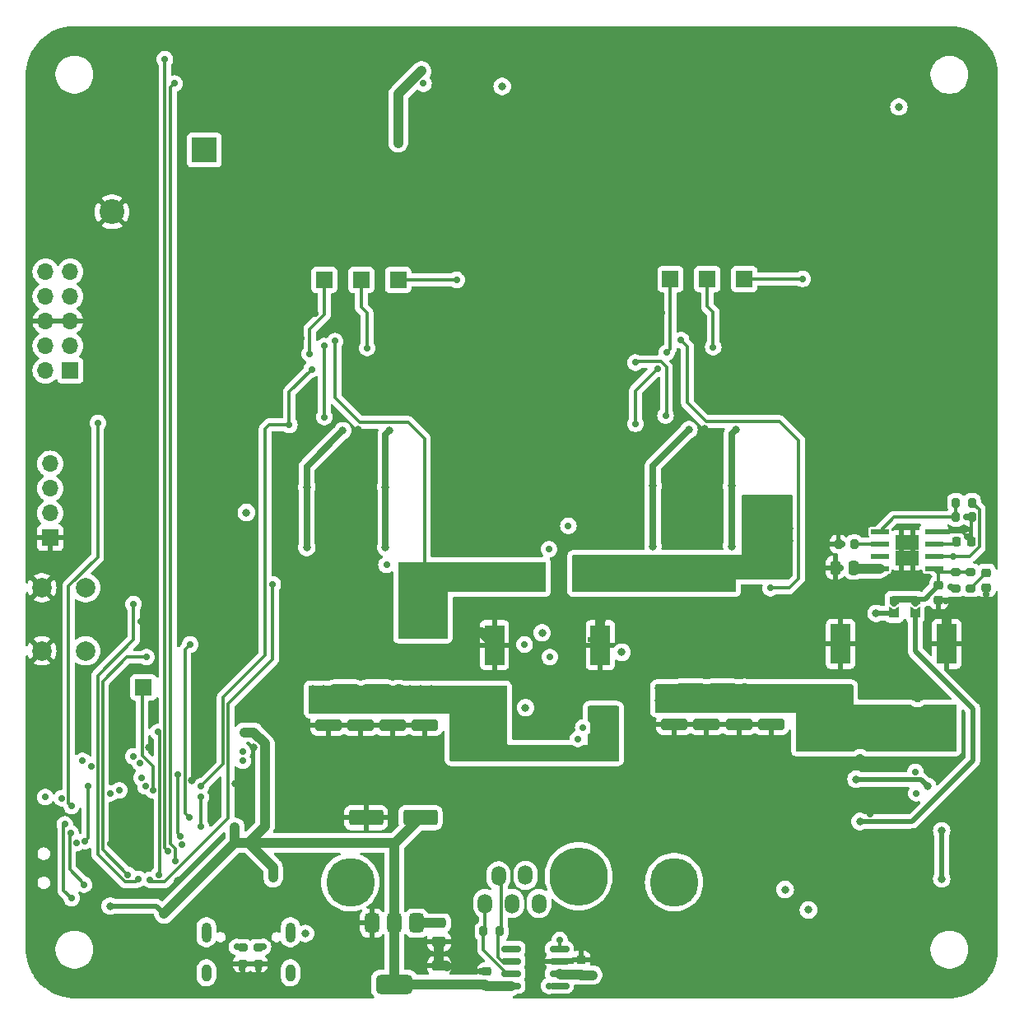
<source format=gbr>
%TF.GenerationSoftware,KiCad,Pcbnew,8.0.4*%
%TF.CreationDate,2025-01-13T22:40:44-07:00*%
%TF.ProjectId,Battery-Board,42617474-6572-4792-9d42-6f6172642e6b,rev?*%
%TF.SameCoordinates,Original*%
%TF.FileFunction,Copper,L4,Bot*%
%TF.FilePolarity,Positive*%
%FSLAX46Y46*%
G04 Gerber Fmt 4.6, Leading zero omitted, Abs format (unit mm)*
G04 Created by KiCad (PCBNEW 8.0.4) date 2025-01-13 22:40:44*
%MOMM*%
%LPD*%
G01*
G04 APERTURE LIST*
G04 Aperture macros list*
%AMRoundRect*
0 Rectangle with rounded corners*
0 $1 Rounding radius*
0 $2 $3 $4 $5 $6 $7 $8 $9 X,Y pos of 4 corners*
0 Add a 4 corners polygon primitive as box body*
4,1,4,$2,$3,$4,$5,$6,$7,$8,$9,$2,$3,0*
0 Add four circle primitives for the rounded corners*
1,1,$1+$1,$2,$3*
1,1,$1+$1,$4,$5*
1,1,$1+$1,$6,$7*
1,1,$1+$1,$8,$9*
0 Add four rect primitives between the rounded corners*
20,1,$1+$1,$2,$3,$4,$5,0*
20,1,$1+$1,$4,$5,$6,$7,0*
20,1,$1+$1,$6,$7,$8,$9,0*
20,1,$1+$1,$8,$9,$2,$3,0*%
%AMFreePoly0*
4,1,6,0.830000,0.000000,0.470000,-0.460000,-0.280000,-0.460000,-0.280000,0.470000,0.470000,0.470000,0.830000,0.000000,0.830000,0.000000,$1*%
%AMFreePoly1*
4,1,6,0.620000,-0.470000,-0.520000,-0.470000,-0.150000,0.000000,-0.520000,0.470000,0.620000,0.470000,0.620000,-0.470000,0.620000,-0.470000,$1*%
G04 Aperture macros list end*
%TA.AperFunction,ComponentPad*%
%ADD10C,0.500000*%
%TD*%
%TA.AperFunction,ComponentPad*%
%ADD11R,1.700000X1.700000*%
%TD*%
%TA.AperFunction,ComponentPad*%
%ADD12O,1.000000X2.100000*%
%TD*%
%TA.AperFunction,ComponentPad*%
%ADD13O,1.000000X1.800000*%
%TD*%
%TA.AperFunction,ComponentPad*%
%ADD14O,1.700000X1.700000*%
%TD*%
%TA.AperFunction,ComponentPad*%
%ADD15C,2.000000*%
%TD*%
%TA.AperFunction,ComponentPad*%
%ADD16O,1.500000X2.000000*%
%TD*%
%TA.AperFunction,ComponentPad*%
%ADD17C,6.000000*%
%TD*%
%TA.AperFunction,ComponentPad*%
%ADD18C,5.000000*%
%TD*%
%TA.AperFunction,ComponentPad*%
%ADD19R,2.550000X2.550000*%
%TD*%
%TA.AperFunction,ComponentPad*%
%ADD20C,2.550000*%
%TD*%
%TA.AperFunction,SMDPad,CuDef*%
%ADD21RoundRect,0.250000X1.500000X0.550000X-1.500000X0.550000X-1.500000X-0.550000X1.500000X-0.550000X0*%
%TD*%
%TA.AperFunction,SMDPad,CuDef*%
%ADD22RoundRect,0.250000X-1.100000X0.325000X-1.100000X-0.325000X1.100000X-0.325000X1.100000X0.325000X0*%
%TD*%
%TA.AperFunction,SMDPad,CuDef*%
%ADD23RoundRect,0.225000X-0.250000X0.225000X-0.250000X-0.225000X0.250000X-0.225000X0.250000X0.225000X0*%
%TD*%
%TA.AperFunction,SMDPad,CuDef*%
%ADD24R,2.000000X4.100000*%
%TD*%
%TA.AperFunction,SMDPad,CuDef*%
%ADD25R,2.475000X3.000000*%
%TD*%
%TA.AperFunction,SMDPad,CuDef*%
%ADD26RoundRect,0.200000X0.200000X0.275000X-0.200000X0.275000X-0.200000X-0.275000X0.200000X-0.275000X0*%
%TD*%
%TA.AperFunction,SMDPad,CuDef*%
%ADD27RoundRect,0.375000X-0.375000X0.625000X-0.375000X-0.625000X0.375000X-0.625000X0.375000X0.625000X0*%
%TD*%
%TA.AperFunction,SMDPad,CuDef*%
%ADD28RoundRect,0.500000X-1.400000X0.500000X-1.400000X-0.500000X1.400000X-0.500000X1.400000X0.500000X0*%
%TD*%
%TA.AperFunction,SMDPad,CuDef*%
%ADD29R,1.910000X0.610000*%
%TD*%
%TA.AperFunction,SMDPad,CuDef*%
%ADD30R,1.205000X1.550000*%
%TD*%
%TA.AperFunction,SMDPad,CuDef*%
%ADD31FreePoly0,270.000000*%
%TD*%
%TA.AperFunction,SMDPad,CuDef*%
%ADD32FreePoly1,270.000000*%
%TD*%
%TA.AperFunction,SMDPad,CuDef*%
%ADD33RoundRect,0.250000X-0.475000X0.250000X-0.475000X-0.250000X0.475000X-0.250000X0.475000X0.250000X0*%
%TD*%
%TA.AperFunction,SMDPad,CuDef*%
%ADD34RoundRect,0.200000X0.275000X-0.200000X0.275000X0.200000X-0.275000X0.200000X-0.275000X-0.200000X0*%
%TD*%
%TA.AperFunction,SMDPad,CuDef*%
%ADD35RoundRect,0.218750X0.256250X-0.218750X0.256250X0.218750X-0.256250X0.218750X-0.256250X-0.218750X0*%
%TD*%
%TA.AperFunction,SMDPad,CuDef*%
%ADD36RoundRect,0.250000X0.250000X0.475000X-0.250000X0.475000X-0.250000X-0.475000X0.250000X-0.475000X0*%
%TD*%
%TA.AperFunction,SMDPad,CuDef*%
%ADD37RoundRect,0.150000X0.825000X0.150000X-0.825000X0.150000X-0.825000X-0.150000X0.825000X-0.150000X0*%
%TD*%
%TA.AperFunction,SMDPad,CuDef*%
%ADD38RoundRect,0.250000X0.475000X-0.250000X0.475000X0.250000X-0.475000X0.250000X-0.475000X-0.250000X0*%
%TD*%
%TA.AperFunction,SMDPad,CuDef*%
%ADD39RoundRect,0.200000X-0.275000X0.200000X-0.275000X-0.200000X0.275000X-0.200000X0.275000X0.200000X0*%
%TD*%
%TA.AperFunction,SMDPad,CuDef*%
%ADD40RoundRect,0.225000X-0.225000X-0.250000X0.225000X-0.250000X0.225000X0.250000X-0.225000X0.250000X0*%
%TD*%
%TA.AperFunction,SMDPad,CuDef*%
%ADD41RoundRect,0.200000X-0.200000X-0.275000X0.200000X-0.275000X0.200000X0.275000X-0.200000X0.275000X0*%
%TD*%
%TA.AperFunction,ViaPad*%
%ADD42C,0.700000*%
%TD*%
%TA.AperFunction,ViaPad*%
%ADD43C,0.800000*%
%TD*%
%TA.AperFunction,ViaPad*%
%ADD44C,0.600000*%
%TD*%
%TA.AperFunction,Conductor*%
%ADD45C,1.000000*%
%TD*%
%TA.AperFunction,Conductor*%
%ADD46C,0.500000*%
%TD*%
%TA.AperFunction,Conductor*%
%ADD47C,0.300000*%
%TD*%
%TA.AperFunction,Conductor*%
%ADD48C,0.650000*%
%TD*%
G04 APERTURE END LIST*
D10*
%TO.P,U12,21,EP*%
%TO.N,GND*%
X163997250Y-84695000D03*
X165272250Y-85470000D03*
X162722250Y-85470000D03*
X163997250Y-86245000D03*
%TD*%
D11*
%TO.P,TP1,1,1*%
%TO.N,/DC-DC-Converters/DC-DC-Buck-Converter1/POWER_IN*%
X166600000Y-75600000D03*
%TD*%
D12*
%TO.P,J2,S1,SHIELD*%
%TO.N,unconnected-(J2-SHIELD-PadS1)*%
X111280000Y-142795000D03*
D13*
%TO.N,unconnected-(J2-SHIELD-PadS1)_3*%
X111280000Y-146975000D03*
D12*
%TO.N,unconnected-(J2-SHIELD-PadS1)_1*%
X119920000Y-142795000D03*
D13*
%TO.N,unconnected-(J2-SHIELD-PadS1)_2*%
X119920000Y-146975000D03*
%TD*%
D11*
%TO.P,J4,1,Pin_1*%
%TO.N,/DC-DC-Converters/DC-DC-Buck-Converter1/SYNCOUT*%
X162800000Y-75600000D03*
%TD*%
%TO.P,J3,1,RST*%
%TO.N,/MCU and sensors/NRST*%
X97270000Y-85020000D03*
D14*
%TO.P,J3,2,SWCLK*%
%TO.N,/MCU and sensors/DEBUG_SWCLK*%
X94730000Y-85020000D03*
%TO.P,J3,3,SWIM*%
%TO.N,unconnected-(J3-SWIM-Pad3)*%
X97270000Y-82480000D03*
%TO.P,J3,4,SWDIO*%
%TO.N,/MCU and sensors/DEBUG_SWDIO*%
X94730000Y-82480000D03*
%TO.P,J3,5,GND*%
%TO.N,GND*%
X97270000Y-79940000D03*
%TO.P,J3,6,GND*%
X94730000Y-79940000D03*
%TO.P,J3,7,3.3V*%
%TO.N,+3V3*%
X97270000Y-77400000D03*
%TO.P,J3,8,3.3V*%
X94730000Y-77400000D03*
%TO.P,J3,9,5V*%
%TO.N,unconnected-(J3-5V-Pad9)*%
X97270000Y-74860000D03*
%TO.P,J3,10,5V*%
%TO.N,unconnected-(J3-5V-Pad10)*%
X94730000Y-74860000D03*
%TD*%
D10*
%TO.P,U21,21,EP*%
%TO.N,GND*%
X128397250Y-84795000D03*
X129672250Y-85570000D03*
X127122250Y-85570000D03*
X128397250Y-86345000D03*
%TD*%
D11*
%TO.P,TP3,1,1*%
%TO.N,/MCU and sensors/PA8*%
X104800000Y-117600000D03*
%TD*%
D15*
%TO.P,SW1,1,1*%
%TO.N,GND*%
X94350000Y-113850000D03*
X94350000Y-107350000D03*
%TO.P,SW1,2,2*%
%TO.N,Net-(C6-Pad2)*%
X98850000Y-113850000D03*
X98850000Y-107350000D03*
%TD*%
D16*
%TO.P,J6,1*%
%TO.N,/OUT_{12V}*%
X144097000Y-136949000D03*
%TO.P,J6,2*%
%TO.N,/CANH*%
X141327000Y-137004000D03*
%TO.P,J6,3*%
%TO.N,/OUT_{12V}*%
X145482000Y-139844000D03*
%TO.P,J6,4*%
X142712000Y-139844000D03*
%TO.P,J6,5*%
%TO.N,/CANL*%
X139942000Y-139844000D03*
D17*
%TO.P,J6,8*%
%TO.N,/OUT_{7V}*%
X149560000Y-137044000D03*
%TO.P,J6,9*%
%TO.N,GND*%
X135840000Y-137044000D03*
D18*
%TO.P,J6,MH1*%
%TO.N,N/C*%
X159377000Y-137644000D03*
%TO.P,J6,MH2*%
X126077000Y-137644000D03*
%TD*%
D11*
%TO.P,J9,1,Pin_1*%
%TO.N,Net-(J9-Pin_1)*%
X123400000Y-75700000D03*
%TD*%
%TO.P,J8,1,Pin_1*%
%TO.N,Net-(J8-Pin_1)*%
X159000000Y-75600000D03*
%TD*%
%TO.P,J5,1,Pin_1*%
%TO.N,/DC-DC-Converters/DC-DC-Buck-Converter2/SYNCOUT*%
X127200000Y-75700000D03*
%TD*%
%TO.P,TP2,1,1*%
%TO.N,/DC-DC-Converters/DC-DC-Buck-Converter2/POWER_IN*%
X131000000Y-75700000D03*
%TD*%
%TO.P,J1,1,Pin_1*%
%TO.N,GND*%
X95190000Y-102220000D03*
D14*
%TO.P,J1,2,Pin_2*%
%TO.N,+5V*%
X95190000Y-99680000D03*
%TO.P,J1,3,Pin_3*%
%TO.N,/MCU and sensors/PA15*%
X95190000Y-97140000D03*
%TO.P,J1,4,Pin_4*%
%TO.N,/MCU and sensors/PB7*%
X95190000Y-94600000D03*
%TD*%
D19*
%TO.P,J7,1*%
%TO.N,/IN_{24V}*%
X111062500Y-62350000D03*
D20*
%TO.P,J7,2*%
%TO.N,GND*%
X101562500Y-68700000D03*
%TD*%
D21*
%TO.P,C89,1*%
%TO.N,+3V3*%
X133300000Y-131000000D03*
%TO.P,C89,2*%
%TO.N,GND*%
X127700000Y-131000000D03*
%TD*%
D22*
%TO.P,C30,1*%
%TO.N,/DC-DC-Converters/DC-DC-Buck-Converter1/Output*%
X166035712Y-118470000D03*
%TO.P,C30,2*%
%TO.N,GND*%
X166035712Y-121420000D03*
%TD*%
D23*
%TO.P,C94,1*%
%TO.N,Net-(JP3-A)*%
X186600000Y-107100000D03*
%TO.P,C94,2*%
%TO.N,GND*%
X186600000Y-108650000D03*
%TD*%
D24*
%TO.P,C77,1*%
%TO.N,/DC-DC-Converters/DC-DC-Buck-Converter2/Output*%
X140900000Y-121950000D03*
%TO.P,C77,2*%
%TO.N,GND*%
X140900000Y-113250000D03*
%TD*%
D25*
%TO.P,JP2,1,A*%
%TO.N,/DC-DC-Converters/DC-DC-Buck-Converter1/POWER_IN*%
X150287500Y-106200000D03*
%TO.P,JP2,2,B*%
%TO.N,/DC-DC-Converters/DC-DC-Buck-Converter2/Output*%
X144912500Y-106200000D03*
%TD*%
D24*
%TO.P,C81,1*%
%TO.N,/DC-DC-Converters/DC-DC-Buck-Converter2/Output*%
X151800000Y-121950000D03*
%TO.P,C81,2*%
%TO.N,GND*%
X151800000Y-113250000D03*
%TD*%
D26*
%TO.P,R50,1*%
%TO.N,Net-(U18-EN{slash}UVLO)*%
X190025000Y-98600000D03*
%TO.P,R50,2*%
%TO.N,Net-(U18-OVLO)*%
X188375000Y-98600000D03*
%TD*%
D22*
%TO.P,C62,1*%
%TO.N,/DC-DC-Converters/DC-DC-Buck-Converter2/Output*%
X127114284Y-118570000D03*
%TO.P,C62,2*%
%TO.N,GND*%
X127114284Y-121520000D03*
%TD*%
D27*
%TO.P,U4,1,GND*%
%TO.N,GND*%
X128300000Y-141850000D03*
%TO.P,U4,2,VO*%
%TO.N,+3V3*%
X130600000Y-141850000D03*
D28*
X130600000Y-148150000D03*
D27*
%TO.P,U4,3,VI*%
%TO.N,+5V*%
X132900000Y-141850000D03*
%TD*%
D29*
%TO.P,U18,1,GND*%
%TO.N,GND*%
X186100000Y-101590000D03*
%TO.P,U18,2,dV/dT*%
%TO.N,Net-(U18-dV{slash}dT)*%
X186100000Y-102860000D03*
%TO.P,U18,3,EN/UVLO*%
%TO.N,Net-(U18-EN{slash}UVLO)*%
X186100000Y-104130000D03*
%TO.P,U18,4,IN*%
%TO.N,Net-(JP3-A)*%
X186100000Y-105400000D03*
%TO.P,U18,5,OUT*%
%TO.N,Net-(U18-OUT)*%
X180540000Y-105400000D03*
%TO.P,U18,6,~{FAULT}*%
%TO.N,/~{FAULT}*%
X180540000Y-104130000D03*
%TO.P,U18,7,ILM*%
%TO.N,/I_{MON}*%
X180540000Y-102860000D03*
%TO.P,U18,8,OVLO*%
%TO.N,Net-(U18-OVLO)*%
X180540000Y-101590000D03*
D30*
%TO.P,U18,9,PAD*%
%TO.N,GND*%
X183922500Y-104270000D03*
X183922500Y-102720000D03*
X182717500Y-104270000D03*
X182717500Y-102720000D03*
%TD*%
D31*
%TO.P,JP3,1,A*%
%TO.N,Net-(JP3-A)*%
X182020000Y-108520000D03*
D32*
%TO.P,JP3,2,B*%
%TO.N,/OUT_{12V}*%
X182020000Y-109840000D03*
%TD*%
D22*
%TO.P,C67,1*%
%TO.N,/DC-DC-Converters/DC-DC-Buck-Converter2/Output*%
X133757140Y-118570000D03*
%TO.P,C67,2*%
%TO.N,GND*%
X133757140Y-121520000D03*
%TD*%
D33*
%TO.P,C87,1*%
%TO.N,+5V*%
X135200000Y-141850000D03*
%TO.P,C87,2*%
%TO.N,GND*%
X135200000Y-143750000D03*
%TD*%
D34*
%TO.P,R6,1*%
%TO.N,GND*%
X115000000Y-146025000D03*
%TO.P,R6,2*%
%TO.N,Net-(J2-CC1)*%
X115000000Y-144375000D03*
%TD*%
%TO.P,R5,1*%
%TO.N,GND*%
X116600000Y-146025000D03*
%TO.P,R5,2*%
%TO.N,Net-(J2-CC2)*%
X116600000Y-144375000D03*
%TD*%
D22*
%TO.P,C32,1*%
%TO.N,/DC-DC-Converters/DC-DC-Buck-Converter1/Output*%
X169357140Y-118470000D03*
%TO.P,C32,2*%
%TO.N,GND*%
X169357140Y-121420000D03*
%TD*%
D24*
%TO.P,C46,1*%
%TO.N,/DC-DC-Converters/DC-DC-Buck-Converter1/Output*%
X187400000Y-121850000D03*
%TO.P,C46,2*%
%TO.N,GND*%
X187400000Y-113150000D03*
%TD*%
%TO.P,C42,1*%
%TO.N,/DC-DC-Converters/DC-DC-Buck-Converter1/Output*%
X176500000Y-121850000D03*
%TO.P,C42,2*%
%TO.N,GND*%
X176500000Y-113150000D03*
%TD*%
D23*
%TO.P,C14,1*%
%TO.N,GND*%
X140100000Y-146825000D03*
%TO.P,C14,2*%
%TO.N,+3V3*%
X140100000Y-148375000D03*
%TD*%
D34*
%TO.P,R49,1*%
%TO.N,Net-(U18-EN{slash}UVLO)*%
X188300000Y-107425000D03*
%TO.P,R49,2*%
%TO.N,Net-(JP3-A)*%
X188300000Y-105775000D03*
%TD*%
D35*
%TO.P,D18,1,K*%
%TO.N,GND*%
X191500000Y-107387500D03*
%TO.P,D18,2,A*%
%TO.N,Net-(D18-A)*%
X191500000Y-105812500D03*
%TD*%
D31*
%TO.P,JP5,1,A*%
%TO.N,Net-(JP3-A)*%
X184170000Y-108520000D03*
D32*
%TO.P,JP5,2,B*%
%TO.N,/OUT_{7V}*%
X184170000Y-109840000D03*
%TD*%
D36*
%TO.P,C52,1*%
%TO.N,Net-(U18-OUT)*%
X177850000Y-105300000D03*
%TO.P,C52,2*%
%TO.N,GND*%
X175950000Y-105300000D03*
%TD*%
D22*
%TO.P,C23,1*%
%TO.N,/DC-DC-Converters/DC-DC-Buck-Converter1/Output*%
X159392852Y-118470000D03*
%TO.P,C23,2*%
%TO.N,GND*%
X159392852Y-121420000D03*
%TD*%
%TO.P,C58,1*%
%TO.N,/DC-DC-Converters/DC-DC-Buck-Converter2/Output*%
X123792852Y-118570000D03*
%TO.P,C58,2*%
%TO.N,GND*%
X123792852Y-121520000D03*
%TD*%
D26*
%TO.P,R53,1*%
%TO.N,/I_{MON}*%
X177925000Y-102870000D03*
%TO.P,R53,2*%
%TO.N,GND*%
X176275000Y-102870000D03*
%TD*%
D37*
%TO.P,U6,1,TXD*%
%TO.N,/MCU and sensors/FDCAN2_TX*%
X147575000Y-144495000D03*
%TO.P,U6,2,VSS*%
%TO.N,GND*%
X147575000Y-145765000D03*
%TO.P,U6,3,VDD*%
%TO.N,+5V*%
X147575000Y-147035000D03*
%TO.P,U6,4,RXD*%
%TO.N,/MCU and sensors/FDCAN2_RX*%
X147575000Y-148305000D03*
%TO.P,U6,5,VIO*%
%TO.N,+3V3*%
X142625000Y-148305000D03*
%TO.P,U6,6,CANL*%
%TO.N,/CANL*%
X142625000Y-147035000D03*
%TO.P,U6,7,CANH*%
%TO.N,/CANH*%
X142625000Y-145765000D03*
%TO.P,U6,8,STBY*%
%TO.N,/MCU and sensors/CAN_STBY*%
X142625000Y-144495000D03*
%TD*%
D26*
%TO.P,R4,1*%
%TO.N,/CANH*%
X141425000Y-142700000D03*
%TO.P,R4,2*%
%TO.N,/CANL*%
X139775000Y-142700000D03*
%TD*%
D38*
%TO.P,C88,1*%
%TO.N,+3V3*%
X135200000Y-148150000D03*
%TO.P,C88,2*%
%TO.N,GND*%
X135200000Y-146250000D03*
%TD*%
D22*
%TO.P,C65,1*%
%TO.N,/DC-DC-Converters/DC-DC-Buck-Converter2/Output*%
X130435712Y-118570000D03*
%TO.P,C65,2*%
%TO.N,GND*%
X130435712Y-121520000D03*
%TD*%
D39*
%TO.P,R48,1*%
%TO.N,Net-(JP3-A)*%
X189900000Y-105775000D03*
%TO.P,R48,2*%
%TO.N,Net-(D18-A)*%
X189900000Y-107425000D03*
%TD*%
D40*
%TO.P,C95,1*%
%TO.N,Net-(U18-dV{slash}dT)*%
X188425000Y-102600000D03*
%TO.P,C95,2*%
%TO.N,GND*%
X189975000Y-102600000D03*
%TD*%
D22*
%TO.P,C27,1*%
%TO.N,/DC-DC-Converters/DC-DC-Buck-Converter1/Output*%
X162714284Y-118470000D03*
%TO.P,C27,2*%
%TO.N,GND*%
X162714284Y-121420000D03*
%TD*%
D41*
%TO.P,R51,1*%
%TO.N,Net-(U18-OVLO)*%
X188375000Y-100100000D03*
%TO.P,R51,2*%
%TO.N,GND*%
X190025000Y-100100000D03*
%TD*%
D23*
%TO.P,C11,1*%
%TO.N,GND*%
X149800000Y-145625000D03*
%TO.P,C11,2*%
%TO.N,+5V*%
X149800000Y-147175000D03*
%TD*%
D42*
%TO.N,+3V3*%
X133300000Y-131100000D03*
X150028186Y-121728186D03*
D43*
X115170000Y-122230000D03*
X118140000Y-137195000D03*
X114200000Y-132000000D03*
X101375000Y-140100000D03*
D42*
X148500000Y-101000000D03*
D43*
X106900000Y-140900000D03*
D42*
%TO.N,/MCU and sensors/NRST*%
X103780000Y-109050000D03*
X104300000Y-137300000D03*
%TO.N,GND*%
X171900000Y-142620000D03*
D43*
X109800000Y-127200000D03*
D42*
X187140000Y-61340000D03*
X156660000Y-142620000D03*
X116020000Y-51180000D03*
X172000000Y-88400000D03*
X151580000Y-91820000D03*
X136340000Y-132460000D03*
X189680000Y-51180000D03*
X126180000Y-147700000D03*
X156660000Y-51180000D03*
X156660000Y-71500000D03*
X121100000Y-145160000D03*
X110940000Y-107060000D03*
X103320000Y-74040000D03*
X151580000Y-86740000D03*
X105860000Y-86740000D03*
X98240000Y-61340000D03*
X189680000Y-129920000D03*
X161740000Y-53720000D03*
X166820000Y-137540000D03*
X189680000Y-61340000D03*
X138900000Y-128100000D03*
D43*
X128600000Y-58100000D03*
D42*
X103320000Y-145160000D03*
X149040000Y-96900000D03*
X169360000Y-124840000D03*
X122200000Y-87900000D03*
X169360000Y-147700000D03*
X126180000Y-127380000D03*
X132750000Y-85550000D03*
X169360000Y-142620000D03*
X100780000Y-107060000D03*
X133400000Y-83750000D03*
X134095000Y-60245000D03*
X174440000Y-142620000D03*
X158100000Y-79100000D03*
X156660000Y-127380000D03*
X159200000Y-51180000D03*
X189680000Y-132460000D03*
X171900000Y-58800000D03*
X102800000Y-130500000D03*
X187140000Y-81660000D03*
X154120000Y-127380000D03*
X182060000Y-53720000D03*
X139500000Y-146800000D03*
D44*
X184000000Y-132315000D03*
D42*
X174440000Y-96900000D03*
X103320000Y-53720000D03*
X189680000Y-114680000D03*
D43*
X114250000Y-127500000D03*
D42*
X146490000Y-117915000D03*
X100780000Y-66420000D03*
X131260000Y-68960000D03*
X187300000Y-108700000D03*
X166820000Y-58800000D03*
X189680000Y-76580000D03*
X149040000Y-51180000D03*
X169360000Y-61340000D03*
X182600000Y-102500000D03*
X187140000Y-51180000D03*
X171900000Y-51180000D03*
X118560000Y-58800000D03*
X118560000Y-104520000D03*
X126180000Y-71500000D03*
X118560000Y-51180000D03*
X189680000Y-109600000D03*
X110940000Y-53720000D03*
X110940000Y-109600000D03*
X157600000Y-88550000D03*
X95700000Y-147700000D03*
X121100000Y-53720000D03*
X179500000Y-130615000D03*
X154120000Y-99440000D03*
X128720000Y-124840000D03*
X164000000Y-85500000D03*
X95700000Y-63880000D03*
X108400000Y-142620000D03*
X116020000Y-76580000D03*
X169360000Y-53720000D03*
X154120000Y-142620000D03*
X102800000Y-132900000D03*
X179520000Y-117220000D03*
X187140000Y-147700000D03*
X151580000Y-101980000D03*
X131500000Y-82650000D03*
X141420000Y-127380000D03*
X113480000Y-76580000D03*
X189680000Y-94360000D03*
X103320000Y-51180000D03*
X111700000Y-130800000D03*
X131260000Y-51180000D03*
X171900000Y-61340000D03*
X98240000Y-63880000D03*
X182060000Y-51180000D03*
X189680000Y-147700000D03*
X182060000Y-114680000D03*
X173500000Y-84050000D03*
D43*
X151900000Y-110500000D03*
D42*
X113480000Y-58800000D03*
X179000000Y-133915000D03*
D43*
X119720000Y-137097500D03*
D42*
X147760000Y-117915000D03*
X149040000Y-94360000D03*
X122500000Y-79200000D03*
X116020000Y-81660000D03*
X118560000Y-119760000D03*
X166820000Y-51180000D03*
X98240000Y-71500000D03*
X136550000Y-90600000D03*
X128720000Y-127380000D03*
X119500000Y-85800000D03*
X100780000Y-142620000D03*
X125650000Y-85600000D03*
X151580000Y-76580000D03*
D43*
X136000000Y-146300000D03*
D42*
X174440000Y-58800000D03*
X105860000Y-94360000D03*
X154120000Y-74040000D03*
X187140000Y-84200000D03*
X189680000Y-63880000D03*
X113480000Y-53720000D03*
X108400000Y-147700000D03*
X179520000Y-51180000D03*
X151580000Y-142620000D03*
X146500000Y-91820000D03*
X161740000Y-51180000D03*
X130400000Y-79300000D03*
X118600000Y-87400000D03*
X154120000Y-94360000D03*
X126180000Y-51180000D03*
X149040000Y-61340000D03*
X151580000Y-51180000D03*
X103320000Y-86740000D03*
X105860000Y-68960000D03*
X129800000Y-108200000D03*
X110940000Y-145160000D03*
X184600000Y-56260000D03*
X174440000Y-53720000D03*
X110940000Y-117220000D03*
X110940000Y-51180000D03*
D43*
X108300000Y-137500000D03*
D42*
X187140000Y-74040000D03*
X189680000Y-137540000D03*
X149040000Y-79120000D03*
D44*
X150750000Y-112690000D03*
D42*
X164280000Y-127380000D03*
X187140000Y-63880000D03*
X184600000Y-53720000D03*
X184600000Y-145160000D03*
X154100000Y-85700000D03*
X179520000Y-61340000D03*
X161740000Y-124840000D03*
X105860000Y-147700000D03*
X164280000Y-53720000D03*
X131500000Y-83700000D03*
X113480000Y-51180000D03*
X113480000Y-68960000D03*
X126420000Y-54470000D03*
D43*
X162500000Y-91000000D03*
D42*
X129750000Y-111350000D03*
X174440000Y-51180000D03*
X133800000Y-51180000D03*
X161740000Y-132460000D03*
X176980000Y-61340000D03*
X105860000Y-107060000D03*
X126180000Y-68960000D03*
X182060000Y-84200000D03*
X174440000Y-104520000D03*
D43*
X182000000Y-139900000D03*
D42*
X123640000Y-51180000D03*
X179520000Y-114680000D03*
X105860000Y-142620000D03*
X105860000Y-84200000D03*
X123640000Y-124840000D03*
X118560000Y-99440000D03*
X133600000Y-82550000D03*
X149040000Y-132460000D03*
X151580000Y-84200000D03*
X100780000Y-63880000D03*
X141420000Y-109600000D03*
X170300000Y-83600000D03*
X184600000Y-147700000D03*
X135295000Y-60245000D03*
X189680000Y-74040000D03*
X182060000Y-112140000D03*
X103320000Y-84200000D03*
X167600000Y-79200000D03*
X110940000Y-101980000D03*
X98240000Y-68960000D03*
X101400000Y-133700000D03*
X161700000Y-82100000D03*
X98240000Y-101980000D03*
X105860000Y-91820000D03*
X149040000Y-76580000D03*
X95700000Y-68960000D03*
X131260000Y-127380000D03*
X95700000Y-61340000D03*
X191500000Y-108000000D03*
X182060000Y-145160000D03*
X95700000Y-66420000D03*
X161740000Y-142620000D03*
X116020000Y-96900000D03*
X146500000Y-86740000D03*
X159200000Y-61340000D03*
X105100000Y-132900000D03*
D43*
X105400000Y-123774999D03*
D42*
X105860000Y-51180000D03*
X151580000Y-74040000D03*
X176980000Y-51180000D03*
X118560000Y-101980000D03*
X95700000Y-51180000D03*
X179520000Y-147700000D03*
X174440000Y-99440000D03*
X149040000Y-109600000D03*
X171900000Y-53720000D03*
X154120000Y-81660000D03*
X166820000Y-53720000D03*
X114900000Y-146600000D03*
X146500000Y-94360000D03*
X164280000Y-137540000D03*
X151580000Y-127380000D03*
X100780000Y-147700000D03*
X176450000Y-105350000D03*
X184600000Y-142620000D03*
X118560000Y-53720000D03*
X103320000Y-142620000D03*
X159200000Y-58800000D03*
X166820000Y-127380000D03*
X187140000Y-91820000D03*
X105100000Y-130500000D03*
X149040000Y-86740000D03*
X176650000Y-102850000D03*
X123640000Y-71500000D03*
X121100000Y-71500000D03*
X105860000Y-56260000D03*
X154120000Y-145160000D03*
X98240000Y-117220000D03*
X187140000Y-58800000D03*
X123640000Y-129920000D03*
X184600000Y-51180000D03*
X110940000Y-81660000D03*
X169360000Y-58800000D03*
D43*
X116100000Y-123750000D03*
D44*
X137895000Y-55020000D03*
D42*
X116020000Y-71500000D03*
X98240000Y-147700000D03*
X156660000Y-74040000D03*
X161740000Y-61340000D03*
X108400000Y-51180000D03*
X131260000Y-71500000D03*
X105860000Y-74040000D03*
X128720000Y-71500000D03*
X154100000Y-87300000D03*
X136340000Y-51180000D03*
X100780000Y-79120000D03*
X149040000Y-71500000D03*
X100780000Y-56260000D03*
X169360000Y-132460000D03*
X187140000Y-68960000D03*
X100780000Y-74040000D03*
X110940000Y-91820000D03*
X118560000Y-71500000D03*
X139275000Y-112140000D03*
X118560000Y-94360000D03*
X158500000Y-90900000D03*
X98240000Y-58800000D03*
X171900000Y-147700000D03*
X105860000Y-104520000D03*
D43*
X112350000Y-140800000D03*
D42*
X166820000Y-61340000D03*
X159200000Y-142620000D03*
X116020000Y-58800000D03*
X182600000Y-104300000D03*
X151500000Y-129600000D03*
X187140000Y-66420000D03*
X189680000Y-66420000D03*
X187140000Y-96900000D03*
X182060000Y-117220000D03*
X179500000Y-129415000D03*
X182060000Y-147700000D03*
X176980000Y-99440000D03*
X116020000Y-94360000D03*
X128720000Y-51180000D03*
X133800000Y-127380000D03*
X169360000Y-127380000D03*
X146500000Y-96900000D03*
X151580000Y-94360000D03*
X159650000Y-87450000D03*
X108400000Y-145160000D03*
X151580000Y-53720000D03*
X187140000Y-79120000D03*
X118560000Y-117220000D03*
X104500000Y-110870000D03*
X123640000Y-58800000D03*
X123640000Y-147700000D03*
X105860000Y-101980000D03*
X116020000Y-86740000D03*
X105860000Y-96900000D03*
X159200000Y-71500000D03*
X95700000Y-71500000D03*
X110940000Y-74040000D03*
X151580000Y-99440000D03*
X166820000Y-147700000D03*
X100780000Y-145160000D03*
D43*
X138300000Y-111900000D03*
D42*
X156660000Y-76580000D03*
X151580000Y-71500000D03*
X164280000Y-58800000D03*
X103320000Y-66420000D03*
X149040000Y-91820000D03*
X182060000Y-142620000D03*
X178500000Y-124791295D03*
X189400000Y-100100000D03*
X133800000Y-124840000D03*
X189680000Y-84200000D03*
X129800000Y-109800000D03*
D44*
X184725000Y-133215000D03*
D42*
X176980000Y-147700000D03*
X154120000Y-96900000D03*
X110940000Y-71500000D03*
X161740000Y-71500000D03*
X123640000Y-53720000D03*
X176980000Y-53720000D03*
X151580000Y-96900000D03*
X116600000Y-146600000D03*
X189680000Y-81660000D03*
X184600000Y-96900000D03*
X176980000Y-140080000D03*
X154120000Y-51180000D03*
X110940000Y-68960000D03*
D43*
X148900000Y-57400000D03*
D42*
X103320000Y-81660000D03*
X154120000Y-71500000D03*
X128720000Y-135000000D03*
X159200000Y-53720000D03*
X156660000Y-53720000D03*
D43*
X110500000Y-122100000D03*
D42*
X113480000Y-71500000D03*
X118560000Y-96900000D03*
X189680000Y-58800000D03*
X128720000Y-68960000D03*
X176980000Y-58800000D03*
X105860000Y-66420000D03*
X129800000Y-106600000D03*
X187140000Y-94360000D03*
X103320000Y-56260000D03*
X189680000Y-96900000D03*
X105860000Y-71500000D03*
X133800000Y-87600000D03*
X134700000Y-83700000D03*
X154120000Y-58800000D03*
X189680000Y-112140000D03*
X167600000Y-87600000D03*
X183900000Y-102500000D03*
X179520000Y-58800000D03*
X116020000Y-74040000D03*
X103320000Y-61340000D03*
X182060000Y-61340000D03*
X189680000Y-79120000D03*
X189500000Y-102100000D03*
X118560000Y-147700000D03*
X164280000Y-140080000D03*
X189680000Y-89280000D03*
X154120000Y-76580000D03*
X176980000Y-107060000D03*
X174440000Y-101980000D03*
X189680000Y-68960000D03*
X179520000Y-53720000D03*
X164280000Y-135000000D03*
X121100000Y-76580000D03*
X174440000Y-61340000D03*
X146500000Y-84200000D03*
X156660000Y-58800000D03*
X166820000Y-71500000D03*
X105860000Y-81660000D03*
X118560000Y-76580000D03*
X154120000Y-140080000D03*
X98240000Y-122300000D03*
X123640000Y-68960000D03*
X126180000Y-124840000D03*
X123640000Y-127380000D03*
D43*
X146200000Y-55100000D03*
D42*
X164280000Y-71500000D03*
X105860000Y-61340000D03*
X189680000Y-140080000D03*
X166000000Y-79200000D03*
X116020000Y-79120000D03*
X103320000Y-63880000D03*
X174440000Y-147700000D03*
X105860000Y-145160000D03*
X176980000Y-142620000D03*
X151580000Y-61340000D03*
X132050000Y-87600000D03*
X126180000Y-58800000D03*
X98240000Y-66420000D03*
X105860000Y-79120000D03*
X187140000Y-89280000D03*
X182060000Y-107060000D03*
X187140000Y-86740000D03*
X149040000Y-74040000D03*
X116020000Y-53720000D03*
X189680000Y-135000000D03*
X121100000Y-58800000D03*
X110940000Y-86740000D03*
X189680000Y-71500000D03*
X159200000Y-145160000D03*
X164280000Y-51180000D03*
D44*
X136995000Y-55745000D03*
D42*
X187140000Y-76580000D03*
X151580000Y-81660000D03*
X151950000Y-114050000D03*
X183900000Y-104300000D03*
X149880000Y-118320000D03*
X176980000Y-96900000D03*
D43*
X115600000Y-140100000D03*
D42*
X100780000Y-53720000D03*
X181200000Y-125100000D03*
X103320000Y-79120000D03*
X103320000Y-71500000D03*
X187140000Y-71500000D03*
X169360000Y-51180000D03*
X154120000Y-53720000D03*
X118560000Y-74040000D03*
X121100000Y-68960000D03*
X138880000Y-109600000D03*
D43*
X99800000Y-137300000D03*
D42*
X100780000Y-51180000D03*
X168300000Y-85450000D03*
X132000000Y-79300000D03*
X116020000Y-91820000D03*
X110940000Y-84200000D03*
X143960000Y-109600000D03*
X113480000Y-74040000D03*
X184400000Y-118800000D03*
X105860000Y-58800000D03*
X98240000Y-96900000D03*
X166820000Y-145160000D03*
X172400000Y-90250000D03*
X182060000Y-96900000D03*
X164280000Y-124840000D03*
X110940000Y-119760000D03*
X100780000Y-58800000D03*
X98240000Y-51180000D03*
X151580000Y-79120000D03*
X103320000Y-147700000D03*
X154120000Y-101980000D03*
X95700000Y-58800000D03*
X126000000Y-82250000D03*
X156660000Y-61340000D03*
X154120000Y-109600000D03*
X110940000Y-58800000D03*
X169360000Y-145160000D03*
X103320000Y-58800000D03*
D43*
X128800000Y-61800000D03*
D42*
X105860000Y-63880000D03*
D43*
X118850000Y-140800000D03*
D42*
X182060000Y-86740000D03*
X98240000Y-119760000D03*
D43*
X187500000Y-110400000D03*
D42*
X103320000Y-91820000D03*
D44*
X149850000Y-113415000D03*
D42*
X187140000Y-140080000D03*
X149040000Y-81660000D03*
X121100000Y-51180000D03*
X121000000Y-81700000D03*
X189680000Y-86740000D03*
X136400000Y-88500000D03*
X100780000Y-61340000D03*
X184600000Y-117220000D03*
D43*
X126900000Y-91100000D03*
D42*
X149040000Y-53720000D03*
X105860000Y-119760000D03*
D43*
X174600000Y-136100000D03*
D42*
X166820000Y-124840000D03*
X100780000Y-71500000D03*
X184600000Y-94360000D03*
X131260000Y-124840000D03*
X138595000Y-60745000D03*
X164280000Y-147700000D03*
X164280000Y-61340000D03*
X116020000Y-84200000D03*
X154120000Y-61340000D03*
X103900000Y-131600000D03*
X121100000Y-74040000D03*
X141420000Y-129920000D03*
X189680000Y-91820000D03*
X149040000Y-84200000D03*
X161740000Y-58800000D03*
X110940000Y-96900000D03*
X110940000Y-104520000D03*
X156660000Y-145160000D03*
X110940000Y-94360000D03*
X159600000Y-85500000D03*
D43*
%TO.N,+5V*%
X170800000Y-138400000D03*
X115380000Y-99620000D03*
X121460000Y-142930000D03*
X178099974Y-127050000D03*
X144100000Y-119700000D03*
X145800000Y-112000000D03*
X133400000Y-54200000D03*
X185450000Y-127800000D03*
X186900000Y-132350000D03*
X134300000Y-141850000D03*
X151000000Y-147200000D03*
X186900000Y-137300000D03*
X131000000Y-61600000D03*
D42*
%TO.N,/MCU and sensors/USB_DP*%
X103773202Y-124702777D03*
X115000000Y-124225000D03*
%TO.N,/MCU and sensors/DEBUG_SWCLK*%
X101400000Y-128500000D03*
%TO.N,/MCU and sensors/DEBUG_SWDIO*%
X102300000Y-128200000D03*
%TO.N,/MCU and sensors/GPLED1*%
X104995014Y-127797507D03*
X98540113Y-125175000D03*
%TO.N,/MCU and sensors/GPLED2*%
X99400000Y-125750000D03*
X104600000Y-126900000D03*
%TO.N,/MCU and sensors/GPLED3*%
X98800000Y-133400000D03*
X108711632Y-133793053D03*
X99100000Y-127800000D03*
%TO.N,Net-(J2-CC2)*%
X117100000Y-144300000D03*
%TO.N,Net-(J2-CC1)*%
X114400000Y-144300000D03*
%TO.N,/MCU and sensors/PF1*%
X105100000Y-114500000D03*
X146600000Y-114500000D03*
X103200000Y-136900000D03*
%TO.N,/MCU and sensors/FDCAN2_TX*%
X97300000Y-132600000D03*
X147600000Y-143600000D03*
X98700000Y-137900000D03*
%TO.N,/MCU and sensors/PB3*%
X157700000Y-84800000D03*
X100100000Y-90400000D03*
X97397507Y-129804986D03*
X155400000Y-90500000D03*
%TO.N,/MCU and sensors/PA8*%
X105800000Y-128200000D03*
%TO.N,/DC-DC-Converters/DC-DC-Buck-Converter2/POWER_IN*%
X137000000Y-75700000D03*
%TO.N,/MCU and sensors/PB0*%
X109600000Y-113200000D03*
X144000000Y-113200000D03*
X109500000Y-131000000D03*
%TO.N,/MCU and sensors/O{slash}P_TEMP_SENSE*%
X149500000Y-122900000D03*
X106300000Y-122200000D03*
X106342495Y-136900000D03*
D43*
%TO.N,/DC-DC-Converters/DC-DC-Buck-Converter2/Output*%
X133300000Y-105400000D03*
X135500000Y-105400000D03*
X126600000Y-119100000D03*
X124400000Y-119100000D03*
X133300000Y-108800000D03*
X122200000Y-117800000D03*
X135500000Y-112100000D03*
X134400000Y-105400000D03*
X124400000Y-117800000D03*
X134400000Y-108800000D03*
X134400000Y-111000000D03*
X132200000Y-112100000D03*
X135500000Y-106500000D03*
X132200000Y-109900000D03*
X131000000Y-117800000D03*
D42*
X124500000Y-82000000D03*
D43*
X135500000Y-109900000D03*
X133300000Y-117800000D03*
X128800000Y-119100000D03*
X131000000Y-119100000D03*
X132200000Y-111000000D03*
X135500000Y-108800000D03*
X135500000Y-111000000D03*
X125500000Y-117800000D03*
X125500000Y-119100000D03*
X126600000Y-117800000D03*
X132200000Y-117800000D03*
X133300000Y-111000000D03*
X134400000Y-119100000D03*
X132200000Y-107700000D03*
X132200000Y-108800000D03*
X132200000Y-119100000D03*
X134400000Y-106500000D03*
X134400000Y-117800000D03*
X133300000Y-109900000D03*
X127700000Y-119100000D03*
X134400000Y-112100000D03*
X123300000Y-117800000D03*
X132200000Y-106500000D03*
X129900000Y-119100000D03*
X133300000Y-106500000D03*
X134400000Y-109900000D03*
X133300000Y-112100000D03*
X123300000Y-119100000D03*
X127700000Y-117800000D03*
X133300000Y-119100000D03*
X122200000Y-119100000D03*
X129900000Y-117800000D03*
X128800000Y-117800000D03*
D42*
X133700000Y-107500000D03*
D43*
X132200000Y-105400000D03*
D42*
%TO.N,/MCU and sensors/PB7*%
X97900000Y-133610000D03*
%TO.N,/MCU and sensors/BUCK_TEMP_SENSE*%
X146500000Y-103400000D03*
X105486710Y-137392954D03*
X129800000Y-105000000D03*
X118100000Y-107000000D03*
%TO.N,/MCU and sensors/FDCAN2_RX*%
X146500000Y-148300000D03*
X96700000Y-131700000D03*
X97400000Y-139300000D03*
%TO.N,/MCU and sensors/PB4*%
X110700000Y-127800000D03*
X94700000Y-128900000D03*
X119800000Y-90600000D03*
X122100000Y-84900000D03*
%TO.N,/MCU and sensors/PA7*%
X110700000Y-131900000D03*
X184300000Y-128500000D03*
X110700000Y-128900000D03*
%TO.N,/MCU and sensors/PA6*%
X108600000Y-132900000D03*
X108300000Y-126550000D03*
X184200000Y-126300000D03*
%TO.N,/MCU and sensors/PA15*%
X96390000Y-129000000D03*
%TO.N,/DC-DC-Converters/DC-DC-Buck-Converter2/SYNCOUT*%
X127800000Y-82700000D03*
D43*
%TO.N,/DC-DC-Converters/DC-DC-Buck-Converter1/POWER_IN*%
X171150000Y-100050000D03*
X171200000Y-102500000D03*
X168600000Y-100050000D03*
X171150000Y-98850000D03*
X169900000Y-98850000D03*
X171200000Y-101250000D03*
X169950000Y-102500000D03*
X169950000Y-101250000D03*
X167350000Y-101250000D03*
X167350000Y-102500000D03*
X169900000Y-100050000D03*
X168600000Y-98850000D03*
D42*
X172600000Y-75600000D03*
D43*
X168650000Y-102500000D03*
X168650000Y-101250000D03*
X167300000Y-100050000D03*
X167300000Y-98850000D03*
%TO.N,/DC-DC-Converters/DC-DC-Buck-Converter1/Output*%
X168900000Y-117700000D03*
X157800000Y-117700000D03*
X161100000Y-117700000D03*
X163300000Y-117700000D03*
X161100000Y-119000000D03*
X158900000Y-117700000D03*
X162200000Y-117700000D03*
X157800000Y-119000000D03*
X170000000Y-119000000D03*
D42*
X169300000Y-107400000D03*
D43*
X165500000Y-119000000D03*
X170000000Y-117700000D03*
X160000000Y-117700000D03*
X158900000Y-119000000D03*
X167800000Y-119000000D03*
X166600000Y-117700000D03*
X164400000Y-117700000D03*
X164400000Y-119000000D03*
X165500000Y-117700000D03*
X167800000Y-117700000D03*
X163300000Y-119000000D03*
D42*
X160100000Y-81900000D03*
D43*
X166600000Y-119000000D03*
X168900000Y-119000000D03*
X160000000Y-119000000D03*
X162200000Y-119000000D03*
D42*
%TO.N,Net-(U12-VCC)*%
X158500000Y-89645000D03*
X155400000Y-84200000D03*
%TO.N,Net-(U21-VCC)*%
X123400000Y-89800000D03*
X123400000Y-82500000D03*
D43*
%TO.N,/OUT_{12V}*%
X180150000Y-110000000D03*
X154000000Y-114000000D03*
D42*
%TO.N,/DC-DC-Converters/DC-DC-Buck-Converter1/SYNCOUT*%
X163400000Y-82600000D03*
D43*
%TO.N,/DC-DC-Converters/DC-DC-Buck-Converter1/Low Side Gate Drive*%
X160900000Y-91100000D03*
X157200000Y-103100000D03*
X157200000Y-96900000D03*
%TO.N,/DC-DC-Converters/DC-DC-Buck-Converter1/High Side Gate Drive*%
X165300000Y-96900000D03*
X165300000Y-103100000D03*
X165700000Y-91100000D03*
%TO.N,/OUT_{7V}*%
X178500000Y-131400000D03*
D42*
%TO.N,Net-(J8-Pin_1)*%
X158600000Y-83170000D03*
%TO.N,Net-(J9-Pin_1)*%
X121900000Y-83300000D03*
%TO.N,/MCU and sensors/USB_DN*%
X104444954Y-125374529D03*
X115000000Y-125175000D03*
D43*
%TO.N,/DC-DC-Converters/DC-DC-Buck-Converter2/Low Side Gate Drive*%
X125300000Y-91200000D03*
X121600000Y-103200000D03*
X121600000Y-97000000D03*
%TO.N,/DC-DC-Converters/DC-DC-Buck-Converter2/High Side Gate Drive*%
X129700000Y-97000000D03*
X129700000Y-103200000D03*
X130100000Y-91200000D03*
D42*
%TO.N,/MCU and sensors/PA4*%
X107350000Y-134450000D03*
X107000000Y-53000000D03*
%TO.N,/MCU and sensors/PA3*%
X108000000Y-55500000D03*
X133600000Y-55500000D03*
X108100000Y-135500000D03*
D43*
%TO.N,Net-(U18-OUT)*%
X141700000Y-55800000D03*
X173200000Y-140500000D03*
X179000000Y-105400000D03*
X182500000Y-57900000D03*
D42*
%TO.N,Net-(U18-EN{slash}UVLO)*%
X187800000Y-107300000D03*
X188100000Y-104130000D03*
%TD*%
D45*
%TO.N,+3V3*%
X114200000Y-133600000D02*
X114200000Y-132000000D01*
X130600000Y-133700000D02*
X130600000Y-141850000D01*
X117300000Y-131900000D02*
X115600000Y-133600000D01*
X142555000Y-148375000D02*
X142625000Y-148305000D01*
X117300000Y-123394365D02*
X117300000Y-131900000D01*
X140100000Y-148375000D02*
X142555000Y-148375000D01*
X115600000Y-133600000D02*
X130500000Y-133600000D01*
X130600000Y-148150000D02*
X135200000Y-148150000D01*
X118140000Y-136140000D02*
X118140000Y-137195000D01*
X130500000Y-133600000D02*
X130600000Y-133700000D01*
X130600000Y-141850000D02*
X130600000Y-148150000D01*
D46*
X101375000Y-140100000D02*
X106100000Y-140100000D01*
X106100000Y-140100000D02*
X106900000Y-140900000D01*
D45*
X106900000Y-140900000D02*
X114200000Y-133600000D01*
X115600000Y-133600000D02*
X118140000Y-136140000D01*
X116135635Y-122230000D02*
X117300000Y-123394365D01*
X115170000Y-122230000D02*
X116135635Y-122230000D01*
X135200000Y-148150000D02*
X139875000Y-148150000D01*
X114200000Y-133600000D02*
X115600000Y-133600000D01*
X133300000Y-131000000D02*
X130600000Y-133700000D01*
X139875000Y-148150000D02*
X140100000Y-148375000D01*
D47*
X133300000Y-131100000D02*
X133300000Y-131000000D01*
%TO.N,/MCU and sensors/NRST*%
X100100000Y-134789950D02*
X102910050Y-137600000D01*
X103800000Y-109070000D02*
X103800000Y-112690000D01*
X103800000Y-112690000D02*
X100100000Y-116390000D01*
X104000000Y-137600000D02*
X104300000Y-137300000D01*
X103780000Y-109050000D02*
X103800000Y-109070000D01*
X102910050Y-137600000D02*
X104000000Y-137600000D01*
X100100000Y-116390000D02*
X100100000Y-134789950D01*
%TO.N,GND*%
X187250000Y-108650000D02*
X187300000Y-108700000D01*
X186100000Y-101590000D02*
X188990000Y-101590000D01*
X176630000Y-102870000D02*
X176650000Y-102850000D01*
D45*
X151800000Y-110600000D02*
X151900000Y-110500000D01*
D47*
X147715000Y-145625000D02*
X147575000Y-145765000D01*
X175950000Y-105300000D02*
X176400000Y-105300000D01*
X139525000Y-146825000D02*
X139500000Y-146800000D01*
D45*
X135200000Y-146250000D02*
X135200000Y-143750000D01*
D46*
X118150000Y-140100000D02*
X118850000Y-140800000D01*
D47*
X189975000Y-102600000D02*
X189975000Y-102575000D01*
D45*
X135200000Y-146250000D02*
X135950000Y-146250000D01*
X139550000Y-111900000D02*
X140900000Y-113250000D01*
D47*
X149800000Y-145625000D02*
X147715000Y-145625000D01*
X140100000Y-146825000D02*
X139525000Y-146825000D01*
D46*
X113050000Y-140100000D02*
X112350000Y-140800000D01*
D47*
X191500000Y-107387500D02*
X191500000Y-108000000D01*
D45*
X187400000Y-110500000D02*
X187500000Y-110400000D01*
D47*
X115000000Y-146500000D02*
X114900000Y-146600000D01*
X186600000Y-108650000D02*
X187250000Y-108650000D01*
X190025000Y-100100000D02*
X189400000Y-100100000D01*
X176400000Y-105300000D02*
X176450000Y-105350000D01*
X189975000Y-102575000D02*
X189500000Y-102100000D01*
D45*
X138300000Y-111900000D02*
X139550000Y-111900000D01*
X135950000Y-146250000D02*
X136000000Y-146300000D01*
D46*
X115600000Y-140100000D02*
X113050000Y-140100000D01*
X115600000Y-140100000D02*
X118150000Y-140100000D01*
D45*
X187400000Y-113150000D02*
X187400000Y-110500000D01*
D47*
X188990000Y-101590000D02*
X189500000Y-102100000D01*
X116600000Y-146025000D02*
X116600000Y-146600000D01*
D45*
X151800000Y-113250000D02*
X151950000Y-114050000D01*
D47*
X115000000Y-146025000D02*
X115000000Y-146500000D01*
X176275000Y-102870000D02*
X176630000Y-102870000D01*
D45*
X151950000Y-114050000D02*
X151800000Y-110600000D01*
%TO.N,+5V*%
X135200000Y-141850000D02*
X134300000Y-141850000D01*
X151000000Y-147200000D02*
X149825000Y-147200000D01*
X131000000Y-56600000D02*
X131000000Y-61600000D01*
D46*
X178149974Y-127100000D02*
X184750000Y-127100000D01*
D45*
X132900000Y-141850000D02*
X134300000Y-141850000D01*
X133400000Y-54200000D02*
X131000000Y-56600000D01*
X149800000Y-147175000D02*
X147715000Y-147175000D01*
D46*
X184750000Y-127100000D02*
X185450000Y-127800000D01*
D45*
X149825000Y-147200000D02*
X149800000Y-147175000D01*
D46*
X186900000Y-132350000D02*
X186900000Y-137300000D01*
X178099974Y-127050000D02*
X178149974Y-127100000D01*
D45*
X147715000Y-147175000D02*
X147575000Y-147035000D01*
D47*
%TO.N,/MCU and sensors/GPLED3*%
X99100000Y-133100000D02*
X98800000Y-133400000D01*
X99100000Y-127800000D02*
X99100000Y-133100000D01*
%TO.N,Net-(J2-CC2)*%
X116600000Y-144375000D02*
X117025000Y-144375000D01*
X117025000Y-144375000D02*
X117100000Y-144300000D01*
%TO.N,Net-(J2-CC1)*%
X114475000Y-144375000D02*
X114400000Y-144300000D01*
X115000000Y-144375000D02*
X114475000Y-144375000D01*
%TO.N,/MCU and sensors/PF1*%
X103100000Y-114500000D02*
X100600000Y-117000000D01*
X100600000Y-117000000D02*
X100600000Y-134300000D01*
X100600000Y-134300000D02*
X103200000Y-136900000D01*
X105100000Y-114500000D02*
X103100000Y-114500000D01*
%TO.N,/MCU and sensors/FDCAN2_TX*%
X98700000Y-137800000D02*
X97200000Y-136300000D01*
X97200000Y-136300000D02*
X97200000Y-132700000D01*
X147600000Y-143600000D02*
X147600000Y-144470000D01*
X98700000Y-137900000D02*
X98700000Y-137800000D01*
X97200000Y-132700000D02*
X97300000Y-132600000D01*
X147600000Y-144470000D02*
X147575000Y-144495000D01*
%TO.N,/MCU and sensors/PB3*%
X97100000Y-107190811D02*
X97100000Y-129507479D01*
X157700000Y-84800000D02*
X155400000Y-87100000D01*
X100100000Y-104190811D02*
X97100000Y-107190811D01*
X97100000Y-129507479D02*
X97397507Y-129804986D01*
X100100000Y-90400000D02*
X100100000Y-104190811D01*
X155400000Y-87100000D02*
X155400000Y-90500000D01*
%TO.N,/MCU and sensors/PA8*%
X104650000Y-117750000D02*
X104800000Y-117600000D01*
X105800000Y-125739625D02*
X104650000Y-124589625D01*
X105800000Y-128200000D02*
X105800000Y-125739625D01*
X104650000Y-124589625D02*
X104650000Y-117750000D01*
%TO.N,/DC-DC-Converters/DC-DC-Buck-Converter2/POWER_IN*%
X131000000Y-75700000D02*
X137000000Y-75700000D01*
%TO.N,/MCU and sensors/PB0*%
X109050000Y-113750000D02*
X109600000Y-113200000D01*
X109050000Y-130550000D02*
X109050000Y-113750000D01*
X109500000Y-131000000D02*
X109050000Y-130550000D01*
%TO.N,/MCU and sensors/O{slash}P_TEMP_SENSE*%
X106300000Y-122200000D02*
X106500000Y-122400000D01*
X106500000Y-136742495D02*
X106342495Y-136900000D01*
X106500000Y-122400000D02*
X106500000Y-136742495D01*
%TO.N,/DC-DC-Converters/DC-DC-Buck-Converter2/Output*%
X133700000Y-92000000D02*
X133700000Y-107500000D01*
X127050000Y-90350000D02*
X132050000Y-90350000D01*
D45*
X125500000Y-117800000D02*
X126600000Y-117800000D01*
X124400000Y-117800000D02*
X125500000Y-117800000D01*
X127114284Y-118570000D02*
X127700000Y-117800000D01*
X129900000Y-117800000D02*
X130435712Y-118570000D01*
X128800000Y-117800000D02*
X129900000Y-117800000D01*
X126600000Y-117800000D02*
X127114284Y-118570000D01*
D47*
X124500000Y-82000000D02*
X124500000Y-87800000D01*
X132050000Y-90350000D02*
X133700000Y-92000000D01*
X124500000Y-87800000D02*
X127050000Y-90350000D01*
D45*
X127700000Y-117800000D02*
X128800000Y-117800000D01*
X123792852Y-118570000D02*
X124400000Y-117800000D01*
X130435712Y-118570000D02*
X131000000Y-117800000D01*
X131000000Y-117800000D02*
X133757140Y-118570000D01*
D47*
%TO.N,/MCU and sensors/BUCK_TEMP_SENSE*%
X105693756Y-137600000D02*
X105486710Y-137392954D01*
X106989950Y-137600000D02*
X105693756Y-137600000D01*
X113500000Y-119300000D02*
X113500000Y-131089950D01*
X113500000Y-131089950D02*
X106989950Y-137600000D01*
X118100000Y-114700000D02*
X113500000Y-119300000D01*
X118100000Y-107000000D02*
X118100000Y-114700000D01*
%TO.N,/MCU and sensors/FDCAN2_RX*%
X147575000Y-148305000D02*
X146505000Y-148305000D01*
X96600000Y-131800000D02*
X96700000Y-131700000D01*
X146505000Y-148305000D02*
X146500000Y-148300000D01*
X97400000Y-139300000D02*
X96600000Y-138500000D01*
X96600000Y-138500000D02*
X96600000Y-131800000D01*
%TO.N,/MCU and sensors/PB4*%
X113000000Y-125500000D02*
X110700000Y-127800000D01*
X117700000Y-90600000D02*
X117300000Y-91000000D01*
X117300000Y-114300000D02*
X113000000Y-118600000D01*
X113000000Y-118600000D02*
X113000000Y-125500000D01*
X119800000Y-90600000D02*
X117700000Y-90600000D01*
X122100000Y-84900000D02*
X119800000Y-87200000D01*
X117300000Y-91000000D02*
X117300000Y-114300000D01*
X119800000Y-87200000D02*
X119800000Y-90600000D01*
%TO.N,/MCU and sensors/PA7*%
X110700000Y-128900000D02*
X110700000Y-131900000D01*
%TO.N,/MCU and sensors/PA6*%
X108300000Y-126550000D02*
X108300000Y-132600000D01*
X108300000Y-132600000D02*
X108600000Y-132900000D01*
%TO.N,/DC-DC-Converters/DC-DC-Buck-Converter2/SYNCOUT*%
X127200000Y-78500000D02*
X127200000Y-75700000D01*
X127800000Y-79100000D02*
X127200000Y-78500000D01*
X127800000Y-82700000D02*
X127800000Y-79100000D01*
%TO.N,/DC-DC-Converters/DC-DC-Buck-Converter1/POWER_IN*%
X166600000Y-75600000D02*
X172600000Y-75600000D01*
D45*
%TO.N,/DC-DC-Converters/DC-DC-Buck-Converter1/Output*%
X159392852Y-118470000D02*
X160000000Y-117700000D01*
D47*
X171200000Y-107400000D02*
X169300000Y-107400000D01*
D45*
X166600000Y-117700000D02*
X169357140Y-118470000D01*
X160000000Y-117700000D02*
X161100000Y-117700000D01*
D47*
X172200000Y-106400000D02*
X171200000Y-107400000D01*
X160750000Y-82550000D02*
X160750000Y-88350000D01*
X160100000Y-81900000D02*
X160750000Y-82550000D01*
D45*
X164400000Y-117700000D02*
X165500000Y-117700000D01*
X161100000Y-117700000D02*
X162200000Y-117700000D01*
X166035712Y-118470000D02*
X166600000Y-117700000D01*
D47*
X160750000Y-88350000D02*
X162650000Y-90250000D01*
D45*
X163300000Y-117700000D02*
X164400000Y-117700000D01*
D47*
X162650000Y-90250000D02*
X170250000Y-90250000D01*
D45*
X162714284Y-118470000D02*
X163300000Y-117700000D01*
X162200000Y-117700000D02*
X162714284Y-118470000D01*
D47*
X170250000Y-90250000D02*
X172200000Y-92200000D01*
D45*
X165500000Y-117700000D02*
X166035712Y-118470000D01*
D47*
X172200000Y-92200000D02*
X172200000Y-106400000D01*
%TO.N,Net-(U12-VCC)*%
X157989950Y-84100000D02*
X155500000Y-84100000D01*
X158600000Y-84710050D02*
X157989950Y-84100000D01*
X158500000Y-89645000D02*
X158600000Y-89545000D01*
X158600000Y-89545000D02*
X158600000Y-84710050D01*
X155500000Y-84100000D02*
X155400000Y-84200000D01*
%TO.N,Net-(U21-VCC)*%
X123400000Y-82500000D02*
X123400000Y-89800000D01*
D46*
%TO.N,/OUT_{12V}*%
X181860000Y-110000000D02*
X182020000Y-109840000D01*
X180150000Y-110000000D02*
X181860000Y-110000000D01*
D47*
%TO.N,/CANH*%
X141425000Y-142700000D02*
X141300000Y-142825000D01*
X141425000Y-142700000D02*
X141425000Y-142525000D01*
X141600000Y-137277000D02*
X141327000Y-137004000D01*
X141425000Y-142525000D02*
X141600000Y-142350000D01*
X141650001Y-145765000D02*
X142625000Y-145765000D01*
X141600000Y-142350000D02*
X141600000Y-137277000D01*
X141300000Y-142825000D02*
X141300000Y-145414999D01*
X141300000Y-145414999D02*
X141650001Y-145765000D01*
%TO.N,/DC-DC-Converters/DC-DC-Buck-Converter1/SYNCOUT*%
X163400000Y-82600000D02*
X163400000Y-79000000D01*
X163400000Y-79000000D02*
X162800000Y-78400000D01*
X162800000Y-78400000D02*
X162800000Y-75600000D01*
D48*
%TO.N,/DC-DC-Converters/DC-DC-Buck-Converter1/Low Side Gate Drive*%
X157200000Y-103100000D02*
X157200000Y-96900000D01*
X157200000Y-96900000D02*
X157200000Y-94800000D01*
X157200000Y-94800000D02*
X160900000Y-91100000D01*
%TO.N,/DC-DC-Converters/DC-DC-Buck-Converter1/High Side Gate Drive*%
X165300000Y-91500000D02*
X165700000Y-91100000D01*
X165300000Y-96900000D02*
X165300000Y-91500000D01*
X165300000Y-96900000D02*
X165300000Y-103100000D01*
D47*
%TO.N,/CANL*%
X139775000Y-144601262D02*
X142208738Y-147035000D01*
X142208738Y-147035000D02*
X142625000Y-147035000D01*
X139942000Y-139844000D02*
X139942000Y-142533000D01*
X139942000Y-142533000D02*
X139775000Y-142700000D01*
X139775000Y-142700000D02*
X139775000Y-144601262D01*
D46*
%TO.N,/OUT_{7V}*%
X190100000Y-119800000D02*
X190100000Y-125154339D01*
X190100000Y-125154339D02*
X183839339Y-131415000D01*
X184170000Y-109840000D02*
X184170000Y-113870000D01*
X178515000Y-131415000D02*
X178500000Y-131400000D01*
X184170000Y-113870000D02*
X190100000Y-119800000D01*
X183839339Y-131415000D02*
X178515000Y-131415000D01*
D47*
%TO.N,Net-(J8-Pin_1)*%
X159000000Y-82770000D02*
X159000000Y-75600000D01*
X158600000Y-83170000D02*
X159000000Y-82770000D01*
%TO.N,Net-(J9-Pin_1)*%
X121900000Y-80789950D02*
X123400000Y-79289950D01*
X121900000Y-83300000D02*
X121900000Y-80789950D01*
X123400000Y-79289950D02*
X123400000Y-75700000D01*
D48*
%TO.N,/DC-DC-Converters/DC-DC-Buck-Converter2/Low Side Gate Drive*%
X121600000Y-94900000D02*
X125300000Y-91200000D01*
X121600000Y-97000000D02*
X121600000Y-94900000D01*
X121600000Y-103200000D02*
X121600000Y-97000000D01*
%TO.N,/DC-DC-Converters/DC-DC-Buck-Converter2/High Side Gate Drive*%
X129700000Y-97000000D02*
X129700000Y-91600000D01*
X129700000Y-91600000D02*
X130100000Y-91200000D01*
X129700000Y-97000000D02*
X129700000Y-103200000D01*
D47*
%TO.N,/MCU and sensors/PA4*%
X107350000Y-134450000D02*
X107000000Y-134100000D01*
X107000000Y-134100000D02*
X107000000Y-53000000D01*
%TO.N,/MCU and sensors/PA3*%
X107600000Y-133710050D02*
X107600000Y-55900000D01*
X107600000Y-55900000D02*
X108000000Y-55500000D01*
X108100000Y-135500000D02*
X108100000Y-134210050D01*
X108100000Y-134210050D02*
X107600000Y-133710050D01*
D45*
%TO.N,Net-(U18-OUT)*%
X177950000Y-105400000D02*
X177850000Y-105300000D01*
X180540000Y-105400000D02*
X177950000Y-105400000D01*
X179000000Y-105400000D02*
X180540000Y-105400000D01*
D47*
%TO.N,Net-(U18-dV{slash}dT)*%
X188165000Y-102860000D02*
X186100000Y-102860000D01*
X188425000Y-102600000D02*
X188165000Y-102860000D01*
%TO.N,Net-(D18-A)*%
X189900000Y-107412500D02*
X191500000Y-105812500D01*
X189900000Y-107425000D02*
X189900000Y-107412500D01*
%TO.N,Net-(U18-EN{slash}UVLO)*%
X186100000Y-104130000D02*
X188100000Y-104130000D01*
X190775000Y-103125000D02*
X189770000Y-104130000D01*
X190775000Y-99350000D02*
X190775000Y-103125000D01*
X188175000Y-107300000D02*
X188300000Y-107425000D01*
X187800000Y-107300000D02*
X188175000Y-107300000D01*
X190025000Y-98600000D02*
X190775000Y-99350000D01*
X189770000Y-104130000D02*
X188100000Y-104130000D01*
%TO.N,Net-(U18-OVLO)*%
X182030000Y-100100000D02*
X180540000Y-101590000D01*
X188375000Y-100100000D02*
X182030000Y-100100000D01*
X188375000Y-100100000D02*
X188375000Y-98600000D01*
%TO.N,/I_{MON}*%
X177925000Y-102870000D02*
X180530000Y-102870000D01*
X180530000Y-102870000D02*
X180540000Y-102860000D01*
%TO.N,Net-(JP3-A)*%
X186600000Y-107100000D02*
X186600000Y-105900000D01*
D48*
X182020000Y-108520000D02*
X184170000Y-108520000D01*
D47*
X186600000Y-105900000D02*
X186100000Y-105400000D01*
D46*
X185180000Y-108520000D02*
X184170000Y-108520000D01*
D47*
X188300000Y-105775000D02*
X186475000Y-105775000D01*
X186475000Y-105775000D02*
X186100000Y-105400000D01*
D46*
X186600000Y-107100000D02*
X185180000Y-108520000D01*
D47*
X189900000Y-105775000D02*
X188300000Y-105775000D01*
%TD*%
%TA.AperFunction,Conductor*%
%TO.N,GND*%
G36*
X96804075Y-79747007D02*
G01*
X96770000Y-79874174D01*
X96770000Y-80005826D01*
X96804075Y-80132993D01*
X96836988Y-80190000D01*
X95163012Y-80190000D01*
X95195925Y-80132993D01*
X95230000Y-80005826D01*
X95230000Y-79874174D01*
X95195925Y-79747007D01*
X95163012Y-79690000D01*
X96836988Y-79690000D01*
X96804075Y-79747007D01*
G37*
%TD.AperFunction*%
%TA.AperFunction,Conductor*%
G36*
X187700641Y-49575006D02*
G01*
X187913481Y-49577328D01*
X187922915Y-49577792D01*
X188347552Y-49614943D01*
X188358270Y-49616354D01*
X188777393Y-49690256D01*
X188787921Y-49692590D01*
X189199033Y-49802747D01*
X189209322Y-49805992D01*
X189609255Y-49951555D01*
X189619221Y-49955683D01*
X190004942Y-50135547D01*
X190014528Y-50140538D01*
X190383088Y-50353326D01*
X190392207Y-50359135D01*
X190740820Y-50603237D01*
X190749402Y-50609822D01*
X191075420Y-50883383D01*
X191083395Y-50890692D01*
X191384307Y-51191604D01*
X191391616Y-51199579D01*
X191665177Y-51525597D01*
X191671762Y-51534179D01*
X191915864Y-51882792D01*
X191921676Y-51891916D01*
X192134459Y-52260467D01*
X192139454Y-52270062D01*
X192319310Y-52655764D01*
X192323448Y-52665756D01*
X192389379Y-52846899D01*
X192469003Y-53065664D01*
X192472256Y-53075980D01*
X192582405Y-53487061D01*
X192584746Y-53497623D01*
X192658644Y-53916725D01*
X192660056Y-53927450D01*
X192697206Y-54352073D01*
X192697671Y-54361527D01*
X192699993Y-54574357D01*
X192700000Y-54575710D01*
X192700000Y-105386759D01*
X192680315Y-105453798D01*
X192627511Y-105499553D01*
X192558353Y-105509497D01*
X192494797Y-105480472D01*
X192458294Y-105425763D01*
X192449274Y-105398542D01*
X192412549Y-105287713D01*
X192412545Y-105287707D01*
X192412544Y-105287704D01*
X192324283Y-105144612D01*
X192324280Y-105144608D01*
X192205391Y-105025719D01*
X192205387Y-105025716D01*
X192062295Y-104937455D01*
X192062289Y-104937452D01*
X192062287Y-104937451D01*
X191902685Y-104884564D01*
X191902683Y-104884563D01*
X191804181Y-104874500D01*
X191804174Y-104874500D01*
X191195826Y-104874500D01*
X191195818Y-104874500D01*
X191097316Y-104884563D01*
X191097315Y-104884564D01*
X191032224Y-104906133D01*
X190937715Y-104937450D01*
X190937704Y-104937455D01*
X190794612Y-105025716D01*
X190794605Y-105025721D01*
X190793160Y-105027167D01*
X190791926Y-105027840D01*
X190788946Y-105030197D01*
X190788542Y-105029687D01*
X190731832Y-105060642D01*
X190662141Y-105055647D01*
X190617811Y-105027153D01*
X190610188Y-105019530D01*
X190464606Y-104931522D01*
X190383128Y-104906133D01*
X190302196Y-104880914D01*
X190302194Y-104880913D01*
X190302192Y-104880913D01*
X190231611Y-104874499D01*
X190229723Y-104874414D01*
X190229383Y-104874297D01*
X190228818Y-104874246D01*
X190228830Y-104874107D01*
X190163647Y-104851705D01*
X190120338Y-104796877D01*
X190113545Y-104727339D01*
X190145427Y-104665167D01*
X190166461Y-104647442D01*
X190184669Y-104635277D01*
X191280277Y-103539669D01*
X191351466Y-103433126D01*
X191389713Y-103340789D01*
X191400501Y-103314744D01*
X191425500Y-103189069D01*
X191425500Y-99285931D01*
X191425500Y-99285928D01*
X191400502Y-99160261D01*
X191400501Y-99160260D01*
X191400501Y-99160256D01*
X191351465Y-99041873D01*
X191351464Y-99041872D01*
X191351461Y-99041866D01*
X191280277Y-98935332D01*
X191276558Y-98931613D01*
X191189669Y-98844724D01*
X191103800Y-98758855D01*
X190961819Y-98616873D01*
X190928334Y-98555550D01*
X190925500Y-98529192D01*
X190925500Y-98268386D01*
X190919086Y-98197807D01*
X190919086Y-98197804D01*
X190868478Y-98035394D01*
X190780472Y-97889815D01*
X190780470Y-97889813D01*
X190780469Y-97889811D01*
X190660188Y-97769530D01*
X190514606Y-97681522D01*
X190352196Y-97630914D01*
X190352194Y-97630913D01*
X190352192Y-97630913D01*
X190302778Y-97626423D01*
X190281616Y-97624500D01*
X189768384Y-97624500D01*
X189749145Y-97626248D01*
X189697807Y-97630913D01*
X189535393Y-97681522D01*
X189389811Y-97769530D01*
X189389810Y-97769531D01*
X189287681Y-97871661D01*
X189226358Y-97905146D01*
X189156666Y-97900162D01*
X189112319Y-97871661D01*
X189010188Y-97769530D01*
X188864606Y-97681522D01*
X188702196Y-97630914D01*
X188702194Y-97630913D01*
X188702192Y-97630913D01*
X188652778Y-97626423D01*
X188631616Y-97624500D01*
X188118384Y-97624500D01*
X188099145Y-97626248D01*
X188047807Y-97630913D01*
X187885393Y-97681522D01*
X187739811Y-97769530D01*
X187619530Y-97889811D01*
X187531522Y-98035393D01*
X187480913Y-98197807D01*
X187474500Y-98268386D01*
X187474500Y-98931613D01*
X187480913Y-99002192D01*
X187480913Y-99002194D01*
X187480914Y-99002196D01*
X187531522Y-99164606D01*
X187590007Y-99261352D01*
X187607843Y-99328904D01*
X187586326Y-99395378D01*
X187532286Y-99439666D01*
X187483890Y-99449500D01*
X181965929Y-99449500D01*
X181840261Y-99474497D01*
X181840255Y-99474499D01*
X181721875Y-99523533D01*
X181721866Y-99523538D01*
X181615331Y-99594723D01*
X181615327Y-99594726D01*
X180161873Y-101048181D01*
X180100550Y-101081666D01*
X180074192Y-101084500D01*
X179565247Y-101084500D01*
X179506770Y-101096131D01*
X179506769Y-101096132D01*
X179440447Y-101140447D01*
X179396132Y-101206769D01*
X179396131Y-101206770D01*
X179384500Y-101265247D01*
X179384500Y-101914752D01*
X179396131Y-101973229D01*
X179396132Y-101973230D01*
X179431799Y-102026609D01*
X179452677Y-102093286D01*
X179434193Y-102160667D01*
X179382214Y-102207357D01*
X179328697Y-102219500D01*
X178786489Y-102219500D01*
X178719450Y-102199815D01*
X178685762Y-102165191D01*
X178685094Y-102165715D01*
X178680468Y-102159810D01*
X178560188Y-102039530D01*
X178414606Y-101951522D01*
X178252196Y-101900914D01*
X178252194Y-101900913D01*
X178252192Y-101900913D01*
X178202778Y-101896423D01*
X178181616Y-101894500D01*
X177668384Y-101894500D01*
X177649145Y-101896248D01*
X177597807Y-101900913D01*
X177435393Y-101951522D01*
X177289811Y-102039530D01*
X177289810Y-102039531D01*
X177187327Y-102142015D01*
X177126004Y-102175500D01*
X177056312Y-102170516D01*
X177011965Y-102142015D01*
X176909877Y-102039927D01*
X176764395Y-101951980D01*
X176764396Y-101951980D01*
X176602105Y-101901409D01*
X176602106Y-101901409D01*
X176531572Y-101895000D01*
X176525000Y-101895000D01*
X176525000Y-102996000D01*
X176505315Y-103063039D01*
X176452511Y-103108794D01*
X176401000Y-103120000D01*
X175375001Y-103120000D01*
X175375001Y-103201582D01*
X175381408Y-103272102D01*
X175381409Y-103272107D01*
X175431981Y-103434396D01*
X175519927Y-103579877D01*
X175640122Y-103700072D01*
X175785604Y-103788019D01*
X175785603Y-103788019D01*
X175947894Y-103838590D01*
X175947893Y-103838590D01*
X176018427Y-103844999D01*
X176130637Y-103844999D01*
X176197677Y-103864683D01*
X176243432Y-103917487D01*
X176253376Y-103986645D01*
X176224352Y-104050201D01*
X176218320Y-104056679D01*
X176200000Y-104074999D01*
X176200000Y-106524999D01*
X176249972Y-106524999D01*
X176249986Y-106524998D01*
X176352697Y-106514505D01*
X176519119Y-106459358D01*
X176519124Y-106459356D01*
X176668345Y-106367315D01*
X176792318Y-106243342D01*
X176794165Y-106240348D01*
X176795969Y-106238724D01*
X176796798Y-106237677D01*
X176796976Y-106237818D01*
X176846110Y-106193621D01*
X176915073Y-106182396D01*
X176979156Y-106210236D01*
X177005243Y-106240341D01*
X177007288Y-106243656D01*
X177131344Y-106367712D01*
X177280666Y-106459814D01*
X177447203Y-106514999D01*
X177549991Y-106525500D01*
X178150008Y-106525499D01*
X178150016Y-106525498D01*
X178150019Y-106525498D01*
X178206302Y-106519748D01*
X178252797Y-106514999D01*
X178419334Y-106459814D01*
X178485568Y-106418961D01*
X178550664Y-106400500D01*
X180638543Y-106400500D01*
X180768582Y-106374632D01*
X180831835Y-106362051D01*
X181013914Y-106286632D01*
X181177782Y-106177139D01*
X181317139Y-106037782D01*
X181368704Y-105960608D01*
X181422315Y-105915804D01*
X181471806Y-105905500D01*
X181514750Y-105905500D01*
X181514751Y-105905499D01*
X181529568Y-105902552D01*
X181573229Y-105893868D01*
X181573229Y-105893867D01*
X181573231Y-105893867D01*
X181639552Y-105849552D01*
X181683867Y-105783231D01*
X181683867Y-105783229D01*
X181683868Y-105783229D01*
X181695499Y-105724752D01*
X181695500Y-105724750D01*
X181695500Y-105600470D01*
X181715185Y-105533431D01*
X181767989Y-105487676D01*
X181837147Y-105477732D01*
X181864063Y-105486694D01*
X181864601Y-105485254D01*
X182007620Y-105538596D01*
X182007627Y-105538598D01*
X182067155Y-105544999D01*
X182067172Y-105545000D01*
X182467500Y-105545000D01*
X182967500Y-105545000D01*
X183672500Y-105545000D01*
X183672500Y-104520000D01*
X182967500Y-104520000D01*
X182967500Y-105545000D01*
X182467500Y-105545000D01*
X182467500Y-104020000D01*
X182967500Y-104020000D01*
X183672500Y-104020000D01*
X183672500Y-102970000D01*
X182967500Y-102970000D01*
X182967500Y-104020000D01*
X182467500Y-104020000D01*
X182467500Y-102470000D01*
X182967500Y-102470000D01*
X183672500Y-102470000D01*
X183672500Y-101445000D01*
X182967500Y-101445000D01*
X182967500Y-102470000D01*
X182467500Y-102470000D01*
X182467500Y-101445000D01*
X182067155Y-101445000D01*
X182007627Y-101451401D01*
X182007617Y-101451403D01*
X181889280Y-101495540D01*
X181819589Y-101500524D01*
X181758266Y-101467038D01*
X181724782Y-101405715D01*
X181729767Y-101336023D01*
X181758265Y-101291679D01*
X182263126Y-100786819D01*
X182324449Y-100753334D01*
X182350807Y-100750500D01*
X184672824Y-100750500D01*
X184739863Y-100770185D01*
X184785618Y-100822989D01*
X184795562Y-100892147D01*
X184772090Y-100948811D01*
X184701649Y-101042906D01*
X184701645Y-101042913D01*
X184651403Y-101177620D01*
X184651401Y-101177627D01*
X184645000Y-101237155D01*
X184645000Y-101321000D01*
X184625315Y-101388039D01*
X184572511Y-101433794D01*
X184521000Y-101445000D01*
X184172500Y-101445000D01*
X184172500Y-105545000D01*
X184572828Y-105545000D01*
X184572844Y-105544999D01*
X184632372Y-105538598D01*
X184632379Y-105538596D01*
X184775399Y-105485254D01*
X184776527Y-105488280D01*
X184829314Y-105476784D01*
X184894785Y-105501183D01*
X184936670Y-105557106D01*
X184944500Y-105600470D01*
X184944500Y-105724752D01*
X184956131Y-105783229D01*
X184956132Y-105783230D01*
X185000447Y-105849552D01*
X185066769Y-105893867D01*
X185066770Y-105893868D01*
X185125247Y-105905499D01*
X185125250Y-105905500D01*
X185125252Y-105905500D01*
X185634192Y-105905500D01*
X185701231Y-105925185D01*
X185721873Y-105941819D01*
X185901839Y-106121785D01*
X185935324Y-106183108D01*
X185930340Y-106252800D01*
X185901840Y-106297147D01*
X185777029Y-106421959D01*
X185688001Y-106566294D01*
X185687996Y-106566305D01*
X185634651Y-106727290D01*
X185624500Y-106826647D01*
X185624500Y-106962770D01*
X185604815Y-107029809D01*
X185588181Y-107050451D01*
X184912700Y-107725931D01*
X184851377Y-107759416D01*
X184790086Y-107757228D01*
X184782414Y-107754975D01*
X184640000Y-107734500D01*
X184455434Y-107734500D01*
X184416963Y-107726847D01*
X184416616Y-107727992D01*
X184410783Y-107726222D01*
X184251307Y-107694500D01*
X184251305Y-107694500D01*
X181938695Y-107694500D01*
X181938693Y-107694500D01*
X181779216Y-107726222D01*
X181773384Y-107727992D01*
X181773036Y-107726847D01*
X181734566Y-107734500D01*
X181559997Y-107734500D01*
X181488059Y-107739644D01*
X181350005Y-107780182D01*
X181228969Y-107857967D01*
X181228965Y-107857971D01*
X181134750Y-107966700D01*
X181134744Y-107966709D01*
X181074976Y-108097580D01*
X181074975Y-108097585D01*
X181054500Y-108239999D01*
X181054500Y-108990009D01*
X181055130Y-109015236D01*
X181055131Y-109015246D01*
X181072014Y-109101748D01*
X181065535Y-109171316D01*
X181022473Y-109226339D01*
X180956500Y-109249345D01*
X180950310Y-109249500D01*
X180689337Y-109249500D01*
X180622298Y-109229815D01*
X180616452Y-109225818D01*
X180602734Y-109215851D01*
X180602729Y-109215848D01*
X180429807Y-109138857D01*
X180429802Y-109138855D01*
X180284001Y-109107865D01*
X180244646Y-109099500D01*
X180055354Y-109099500D01*
X180022897Y-109106398D01*
X179870197Y-109138855D01*
X179870192Y-109138857D01*
X179697270Y-109215848D01*
X179697265Y-109215851D01*
X179544129Y-109327111D01*
X179417466Y-109467785D01*
X179322821Y-109631715D01*
X179322818Y-109631722D01*
X179264327Y-109811740D01*
X179264326Y-109811744D01*
X179244540Y-110000000D01*
X179264326Y-110188256D01*
X179264327Y-110188259D01*
X179322818Y-110368277D01*
X179322821Y-110368284D01*
X179417467Y-110532216D01*
X179529504Y-110656645D01*
X179544129Y-110672888D01*
X179697265Y-110784148D01*
X179697270Y-110784151D01*
X179870192Y-110861142D01*
X179870197Y-110861144D01*
X180055354Y-110900500D01*
X180055355Y-110900500D01*
X180244644Y-110900500D01*
X180244646Y-110900500D01*
X180429803Y-110861144D01*
X180602730Y-110784151D01*
X180604776Y-110782664D01*
X180616452Y-110774182D01*
X180682258Y-110750702D01*
X180689337Y-110750500D01*
X181076218Y-110750500D01*
X181143257Y-110770185D01*
X181160986Y-110785546D01*
X181161266Y-110785224D01*
X181167969Y-110791032D01*
X181276706Y-110885254D01*
X181317174Y-110903735D01*
X181407580Y-110945023D01*
X181407583Y-110945023D01*
X181407584Y-110945024D01*
X181550000Y-110965500D01*
X181550003Y-110965500D01*
X182490000Y-110965500D01*
X182561940Y-110960355D01*
X182699992Y-110919819D01*
X182821032Y-110842031D01*
X182915254Y-110733294D01*
X182956542Y-110642884D01*
X182975023Y-110602419D01*
X182977522Y-110593908D01*
X182979679Y-110594541D01*
X183003551Y-110542249D01*
X183062323Y-110504466D01*
X183132193Y-110504456D01*
X183190977Y-110542221D01*
X183216253Y-110588502D01*
X183218026Y-110594541D01*
X183240181Y-110669992D01*
X183240182Y-110669993D01*
X183240182Y-110669994D01*
X183317967Y-110791030D01*
X183317970Y-110791033D01*
X183376702Y-110841924D01*
X183414477Y-110900702D01*
X183419500Y-110935637D01*
X183419500Y-113943918D01*
X183419500Y-113943920D01*
X183419499Y-113943920D01*
X183448340Y-114088907D01*
X183448343Y-114088917D01*
X183504913Y-114225490D01*
X183504914Y-114225491D01*
X183504916Y-114225495D01*
X183524816Y-114255277D01*
X183580567Y-114338717D01*
X183587051Y-114348420D01*
X183587052Y-114348421D01*
X187921452Y-118682819D01*
X187954937Y-118744142D01*
X187949953Y-118813834D01*
X187908081Y-118869767D01*
X187842617Y-118894184D01*
X187833771Y-118894500D01*
X185059285Y-118894500D01*
X185022396Y-118895993D01*
X185018403Y-118896155D01*
X184998467Y-118897771D01*
X184957871Y-118902723D01*
X184957868Y-118902723D01*
X184957866Y-118902724D01*
X184848200Y-118937202D01*
X184820599Y-118945880D01*
X184757629Y-118976098D01*
X184757613Y-118976107D01*
X184721271Y-119000442D01*
X184703285Y-119006092D01*
X184583997Y-119092761D01*
X184561546Y-119105723D01*
X184519099Y-119124621D01*
X184494448Y-119132631D01*
X184471729Y-119137460D01*
X184449006Y-119142290D01*
X184423227Y-119145000D01*
X184376772Y-119145000D01*
X184350993Y-119142290D01*
X184305550Y-119132631D01*
X184280898Y-119124621D01*
X184238454Y-119105724D01*
X184216003Y-119092762D01*
X184187911Y-119072352D01*
X184138830Y-119036692D01*
X184132558Y-119031820D01*
X184130440Y-119030063D01*
X184130438Y-119030061D01*
X184130429Y-119030054D01*
X184114514Y-119017904D01*
X184114509Y-119017900D01*
X184081051Y-118994433D01*
X183984854Y-118950500D01*
X183950177Y-118934663D01*
X183883132Y-118914976D01*
X183835659Y-118908150D01*
X183740715Y-118894500D01*
X183740713Y-118894500D01*
X178429500Y-118894500D01*
X178362461Y-118874815D01*
X178316706Y-118822011D01*
X178305500Y-118770500D01*
X178305500Y-117424010D01*
X178305500Y-117424000D01*
X178293947Y-117316544D01*
X178282741Y-117265033D01*
X178272122Y-117233127D01*
X178248616Y-117162502D01*
X178248613Y-117162496D01*
X178192337Y-117074930D01*
X178170825Y-117041457D01*
X178160179Y-117029171D01*
X178125076Y-116988659D01*
X178125072Y-116988656D01*
X178125070Y-116988653D01*
X178016336Y-116894433D01*
X178016333Y-116894431D01*
X178016331Y-116894430D01*
X177885465Y-116834664D01*
X177885460Y-116834662D01*
X177885459Y-116834662D01*
X177826192Y-116817259D01*
X177818417Y-116814976D01*
X177747041Y-116804714D01*
X177676000Y-116794500D01*
X177675998Y-116794500D01*
X167094239Y-116794500D01*
X167060885Y-116789930D01*
X167046569Y-116785932D01*
X167013434Y-116776678D01*
X166957987Y-116761193D01*
X166938965Y-116754159D01*
X166933277Y-116751508D01*
X166855355Y-116732461D01*
X166851446Y-116731438D01*
X166774204Y-116709867D01*
X166774205Y-116709867D01*
X166767943Y-116709390D01*
X166747934Y-116706205D01*
X166741834Y-116704714D01*
X166741836Y-116704714D01*
X166661697Y-116701235D01*
X166657664Y-116700994D01*
X166577699Y-116694906D01*
X166571457Y-116695661D01*
X166551216Y-116696440D01*
X166544941Y-116696168D01*
X166544933Y-116696168D01*
X166465682Y-116708386D01*
X166461680Y-116708937D01*
X166382044Y-116718569D01*
X166382040Y-116718570D01*
X166380240Y-116719160D01*
X166376068Y-116720527D01*
X166356365Y-116725241D01*
X166350158Y-116726198D01*
X166350153Y-116726199D01*
X166274828Y-116753637D01*
X166271010Y-116754958D01*
X166194767Y-116779946D01*
X166189190Y-116782404D01*
X166188499Y-116780837D01*
X166136408Y-116794500D01*
X165954836Y-116794500D01*
X165909543Y-116785932D01*
X165875252Y-116772477D01*
X165873093Y-116771606D01*
X165791836Y-116737948D01*
X165786006Y-116736180D01*
X165786028Y-116736105D01*
X165779573Y-116734213D01*
X165779552Y-116734289D01*
X165773694Y-116732631D01*
X165687062Y-116717086D01*
X165684772Y-116716652D01*
X165598544Y-116699500D01*
X165592480Y-116698903D01*
X165592487Y-116698823D01*
X165585790Y-116698227D01*
X165585784Y-116698307D01*
X165579706Y-116697823D01*
X165491766Y-116699478D01*
X165489434Y-116699500D01*
X163334461Y-116699500D01*
X163326873Y-116699268D01*
X163312228Y-116698370D01*
X163262883Y-116695344D01*
X163262881Y-116695344D01*
X163262878Y-116695344D01*
X163244645Y-116697823D01*
X163240620Y-116698370D01*
X163223919Y-116699500D01*
X163201454Y-116699500D01*
X163138613Y-116712000D01*
X163131124Y-116713253D01*
X163067603Y-116721887D01*
X163067594Y-116721889D01*
X163046345Y-116729202D01*
X163030191Y-116733567D01*
X163008168Y-116737947D01*
X163008167Y-116737948D01*
X162948967Y-116762469D01*
X162941870Y-116765157D01*
X162902007Y-116778877D01*
X162881243Y-116786023D01*
X162881241Y-116786023D01*
X162876226Y-116787750D01*
X162835872Y-116794500D01*
X162653029Y-116794500D01*
X162605576Y-116785061D01*
X162585350Y-116776683D01*
X162585351Y-116776678D01*
X162585328Y-116776674D01*
X162492019Y-116738004D01*
X162491847Y-116737951D01*
X162397431Y-116719170D01*
X162397412Y-116719160D01*
X162397411Y-116719166D01*
X162298695Y-116699511D01*
X162298579Y-116699500D01*
X162298541Y-116699500D01*
X162200192Y-116699500D01*
X162101651Y-116699481D01*
X162101650Y-116699481D01*
X162095810Y-116699480D01*
X162095403Y-116699500D01*
X160044250Y-116699500D01*
X160034509Y-116699117D01*
X160018089Y-116697823D01*
X159980365Y-116694850D01*
X159980364Y-116694850D01*
X159980363Y-116694850D01*
X159948296Y-116698642D01*
X159933736Y-116699500D01*
X159901456Y-116699500D01*
X159848209Y-116710090D01*
X159838589Y-116711613D01*
X159784651Y-116717993D01*
X159784644Y-116717995D01*
X159753928Y-116727970D01*
X159739828Y-116731649D01*
X159708165Y-116737949D01*
X159708164Y-116737949D01*
X159658002Y-116758725D01*
X159648863Y-116762096D01*
X159597204Y-116778876D01*
X159591627Y-116781316D01*
X159591202Y-116780345D01*
X159536951Y-116794500D01*
X157524000Y-116794500D01*
X157523991Y-116794500D01*
X157523990Y-116794501D01*
X157416549Y-116806052D01*
X157416537Y-116806054D01*
X157365027Y-116817260D01*
X157262502Y-116851383D01*
X157262496Y-116851386D01*
X157141462Y-116929171D01*
X157141451Y-116929179D01*
X157088659Y-116974923D01*
X156994433Y-117083664D01*
X156994430Y-117083668D01*
X156934664Y-117214534D01*
X156914976Y-117281582D01*
X156902979Y-117365027D01*
X156894500Y-117424000D01*
X156894500Y-120076000D01*
X156894501Y-120076009D01*
X156906052Y-120183450D01*
X156906054Y-120183462D01*
X156917260Y-120234972D01*
X156951383Y-120337497D01*
X156951386Y-120337503D01*
X157029171Y-120458537D01*
X157029179Y-120458548D01*
X157074923Y-120511340D01*
X157074926Y-120511343D01*
X157074930Y-120511347D01*
X157183664Y-120605567D01*
X157183667Y-120605568D01*
X157183668Y-120605569D01*
X157196304Y-120611340D01*
X157314541Y-120665338D01*
X157381580Y-120685023D01*
X157381584Y-120685024D01*
X157480246Y-120699209D01*
X157543800Y-120728232D01*
X157581575Y-120787010D01*
X157581576Y-120856879D01*
X157580304Y-120860949D01*
X157553347Y-120942299D01*
X157553345Y-120942309D01*
X157542852Y-121045013D01*
X157542852Y-121170000D01*
X169483140Y-121170000D01*
X169550179Y-121189685D01*
X169595934Y-121242489D01*
X169607140Y-121294000D01*
X169607140Y-122494999D01*
X170507112Y-122494999D01*
X170507126Y-122494998D01*
X170609837Y-122484505D01*
X170776259Y-122429358D01*
X170776264Y-122429356D01*
X170925485Y-122337315D01*
X171049455Y-122213345D01*
X171141496Y-122064124D01*
X171141499Y-122064117D01*
X171152794Y-122030032D01*
X171192566Y-121972586D01*
X171257082Y-121945763D01*
X171325858Y-121958078D01*
X171377058Y-122005621D01*
X171394500Y-122069035D01*
X171394500Y-124076000D01*
X171394501Y-124076009D01*
X171406052Y-124183450D01*
X171406054Y-124183462D01*
X171417260Y-124234972D01*
X171451383Y-124337497D01*
X171451386Y-124337503D01*
X171529171Y-124458537D01*
X171529179Y-124458548D01*
X171574923Y-124511340D01*
X171574926Y-124511343D01*
X171574930Y-124511347D01*
X171683664Y-124605567D01*
X171683667Y-124605568D01*
X171683668Y-124605569D01*
X171798324Y-124657932D01*
X171814541Y-124665338D01*
X171881580Y-124685023D01*
X171881584Y-124685024D01*
X172024000Y-124705500D01*
X172024003Y-124705500D01*
X177832726Y-124705500D01*
X177832736Y-124705500D01*
X177899905Y-124701017D01*
X177899924Y-124701014D01*
X177899929Y-124701014D01*
X177920123Y-124698306D01*
X177932568Y-124696638D01*
X177932569Y-124696637D01*
X177932576Y-124696637D01*
X177991952Y-124684606D01*
X177998556Y-124683268D01*
X178130548Y-124626000D01*
X178189875Y-124589449D01*
X178191465Y-124589014D01*
X178242420Y-124551995D01*
X178298374Y-124511340D01*
X178316006Y-124498528D01*
X178338452Y-124485568D01*
X178380894Y-124466672D01*
X178405545Y-124458662D01*
X178450990Y-124449003D01*
X178476769Y-124446295D01*
X178523232Y-124446295D01*
X178549003Y-124449003D01*
X178594455Y-124458663D01*
X178619094Y-124466669D01*
X178661548Y-124485571D01*
X178683989Y-124498527D01*
X178740353Y-124539478D01*
X178749608Y-124546202D01*
X178757016Y-124552027D01*
X178772864Y-124565497D01*
X178826928Y-124605567D01*
X178826931Y-124605568D01*
X178826932Y-124605569D01*
X178941588Y-124657932D01*
X178957805Y-124665338D01*
X179024844Y-124685023D01*
X179024848Y-124685024D01*
X179167264Y-124705500D01*
X179167267Y-124705500D01*
X188325990Y-124705500D01*
X188326000Y-124705500D01*
X188433456Y-124693947D01*
X188484967Y-124682741D01*
X188519197Y-124671347D01*
X188587497Y-124648616D01*
X188587501Y-124648613D01*
X188587504Y-124648613D01*
X188708543Y-124570825D01*
X188761347Y-124525070D01*
X188855567Y-124416336D01*
X188915338Y-124285459D01*
X188935023Y-124218420D01*
X188935024Y-124218416D01*
X188955500Y-124076000D01*
X188955500Y-120016229D01*
X188975185Y-119949190D01*
X189027989Y-119903435D01*
X189097147Y-119893491D01*
X189160703Y-119922516D01*
X189167181Y-119928548D01*
X189313181Y-120074548D01*
X189346666Y-120135871D01*
X189349500Y-120162229D01*
X189349500Y-124792108D01*
X189329815Y-124859147D01*
X189313181Y-124879789D01*
X186538975Y-127653994D01*
X186477652Y-127687479D01*
X186407960Y-127682495D01*
X186352027Y-127640623D01*
X186333363Y-127604631D01*
X186277181Y-127431722D01*
X186277180Y-127431721D01*
X186277179Y-127431716D01*
X186182533Y-127267784D01*
X186055871Y-127127112D01*
X186055870Y-127127111D01*
X185902734Y-127015851D01*
X185902729Y-127015848D01*
X185729807Y-126938857D01*
X185729802Y-126938855D01*
X185664669Y-126925011D01*
X185603187Y-126891818D01*
X185602769Y-126891402D01*
X185228421Y-126517052D01*
X185228414Y-126517046D01*
X185142323Y-126459523D01*
X185142323Y-126459524D01*
X185142322Y-126459523D01*
X185107491Y-126436250D01*
X185062688Y-126382641D01*
X185053063Y-126320185D01*
X185055185Y-126300000D01*
X185036497Y-126122197D01*
X184999740Y-126009071D01*
X184981252Y-125952170D01*
X184981249Y-125952164D01*
X184891859Y-125797335D01*
X184842617Y-125742646D01*
X184772235Y-125664478D01*
X184772232Y-125664476D01*
X184772231Y-125664475D01*
X184772230Y-125664474D01*
X184627593Y-125559388D01*
X184464267Y-125486671D01*
X184464265Y-125486670D01*
X184336594Y-125459533D01*
X184289391Y-125449500D01*
X184110609Y-125449500D01*
X184079954Y-125456015D01*
X183935733Y-125486670D01*
X183935728Y-125486672D01*
X183772408Y-125559387D01*
X183627768Y-125664475D01*
X183508140Y-125797336D01*
X183418750Y-125952164D01*
X183418747Y-125952170D01*
X183363504Y-126122192D01*
X183363503Y-126122195D01*
X183351283Y-126238462D01*
X183324698Y-126303077D01*
X183267400Y-126343061D01*
X183227962Y-126349500D01*
X178708130Y-126349500D01*
X178641091Y-126329815D01*
X178635245Y-126325818D01*
X178552708Y-126265851D01*
X178552703Y-126265848D01*
X178379781Y-126188857D01*
X178379776Y-126188855D01*
X178211806Y-126153153D01*
X178194620Y-126149500D01*
X178005328Y-126149500D01*
X177988142Y-126153153D01*
X177820171Y-126188855D01*
X177820166Y-126188857D01*
X177647244Y-126265848D01*
X177647239Y-126265851D01*
X177494103Y-126377111D01*
X177367440Y-126517785D01*
X177272795Y-126681715D01*
X177272792Y-126681722D01*
X177214301Y-126861740D01*
X177214300Y-126861744D01*
X177194514Y-127050000D01*
X177214300Y-127238256D01*
X177214301Y-127238259D01*
X177272792Y-127418277D01*
X177272795Y-127418284D01*
X177367441Y-127582216D01*
X177439528Y-127662276D01*
X177494103Y-127722888D01*
X177647239Y-127834148D01*
X177647244Y-127834151D01*
X177820166Y-127911142D01*
X177820171Y-127911144D01*
X178005328Y-127950500D01*
X178005329Y-127950500D01*
X178194618Y-127950500D01*
X178194620Y-127950500D01*
X178379777Y-127911144D01*
X178466873Y-127872366D01*
X178491905Y-127861221D01*
X178542341Y-127850500D01*
X183478142Y-127850500D01*
X183545181Y-127870185D01*
X183590936Y-127922989D01*
X183600880Y-127992147D01*
X183585529Y-128036500D01*
X183518750Y-128152164D01*
X183518747Y-128152170D01*
X183463504Y-128322192D01*
X183463503Y-128322194D01*
X183444815Y-128500000D01*
X183463503Y-128677805D01*
X183463504Y-128677807D01*
X183518747Y-128847829D01*
X183518750Y-128847835D01*
X183608141Y-129002665D01*
X183633798Y-129031160D01*
X183727764Y-129135521D01*
X183727767Y-129135523D01*
X183727770Y-129135526D01*
X183872407Y-129240612D01*
X184035733Y-129313329D01*
X184210609Y-129350500D01*
X184210610Y-129350500D01*
X184389389Y-129350500D01*
X184389391Y-129350500D01*
X184555304Y-129315234D01*
X184624970Y-129320550D01*
X184680704Y-129362687D01*
X184704809Y-129428267D01*
X184689632Y-129496468D01*
X184668765Y-129524205D01*
X183564790Y-130628181D01*
X183503467Y-130661666D01*
X183477109Y-130664500D01*
X179059983Y-130664500D01*
X178992944Y-130644815D01*
X178987098Y-130640818D01*
X178952734Y-130615851D01*
X178952729Y-130615848D01*
X178779807Y-130538857D01*
X178779802Y-130538855D01*
X178634001Y-130507865D01*
X178594646Y-130499500D01*
X178405354Y-130499500D01*
X178372897Y-130506398D01*
X178220197Y-130538855D01*
X178220192Y-130538857D01*
X178047270Y-130615848D01*
X178047265Y-130615851D01*
X177894129Y-130727111D01*
X177767466Y-130867785D01*
X177672821Y-131031715D01*
X177672818Y-131031722D01*
X177619007Y-131197336D01*
X177614326Y-131211744D01*
X177594540Y-131400000D01*
X177614326Y-131588256D01*
X177614327Y-131588259D01*
X177672818Y-131768277D01*
X177672821Y-131768284D01*
X177767467Y-131932216D01*
X177893617Y-132072319D01*
X177894129Y-132072888D01*
X178047265Y-132184148D01*
X178047270Y-132184151D01*
X178220192Y-132261142D01*
X178220197Y-132261144D01*
X178405354Y-132300500D01*
X178405355Y-132300500D01*
X178594644Y-132300500D01*
X178594646Y-132300500D01*
X178779803Y-132261144D01*
X178952730Y-132184151D01*
X178952741Y-132184142D01*
X178956263Y-132182111D01*
X179018260Y-132165500D01*
X183913259Y-132165500D01*
X184029813Y-132142315D01*
X184058252Y-132136658D01*
X184194834Y-132080084D01*
X184279466Y-132023535D01*
X184317755Y-131997952D01*
X190682952Y-125632755D01*
X190738325Y-125549882D01*
X190765084Y-125509834D01*
X190790075Y-125449500D01*
X190821659Y-125373251D01*
X190850500Y-125228256D01*
X190850500Y-125080421D01*
X190850500Y-119726082D01*
X190850500Y-119726079D01*
X190821659Y-119581092D01*
X190821658Y-119581091D01*
X190821658Y-119581087D01*
X190810343Y-119553769D01*
X190765087Y-119444511D01*
X190765080Y-119444498D01*
X190682952Y-119321585D01*
X190645031Y-119283664D01*
X190578416Y-119217049D01*
X188885357Y-117523990D01*
X187186319Y-115824951D01*
X187152834Y-115763628D01*
X187150000Y-115737270D01*
X187150000Y-115700000D01*
X187650000Y-115700000D01*
X188447828Y-115700000D01*
X188447844Y-115699999D01*
X188507372Y-115693598D01*
X188507379Y-115693596D01*
X188642086Y-115643354D01*
X188642093Y-115643350D01*
X188757187Y-115557190D01*
X188757190Y-115557187D01*
X188843350Y-115442093D01*
X188843354Y-115442086D01*
X188893596Y-115307379D01*
X188893598Y-115307372D01*
X188899999Y-115247844D01*
X188900000Y-115247827D01*
X188900000Y-113400000D01*
X187650000Y-113400000D01*
X187650000Y-115700000D01*
X187150000Y-115700000D01*
X187150000Y-113400000D01*
X185900000Y-113400000D01*
X185900000Y-114239270D01*
X185880315Y-114306309D01*
X185827511Y-114352064D01*
X185758353Y-114362008D01*
X185694797Y-114332983D01*
X185688319Y-114326951D01*
X184956819Y-113595451D01*
X184923334Y-113534128D01*
X184920500Y-113507770D01*
X184920500Y-111052155D01*
X185900000Y-111052155D01*
X185900000Y-112900000D01*
X187150000Y-112900000D01*
X187650000Y-112900000D01*
X188900000Y-112900000D01*
X188900000Y-111052172D01*
X188899999Y-111052155D01*
X188893598Y-110992627D01*
X188893596Y-110992620D01*
X188843354Y-110857913D01*
X188843350Y-110857906D01*
X188757190Y-110742812D01*
X188757187Y-110742809D01*
X188642093Y-110656649D01*
X188642086Y-110656645D01*
X188507379Y-110606403D01*
X188507372Y-110606401D01*
X188447844Y-110600000D01*
X187650000Y-110600000D01*
X187650000Y-112900000D01*
X187150000Y-112900000D01*
X187150000Y-110600000D01*
X186352155Y-110600000D01*
X186292627Y-110606401D01*
X186292620Y-110606403D01*
X186157913Y-110656645D01*
X186157906Y-110656649D01*
X186042812Y-110742809D01*
X186042809Y-110742812D01*
X185956649Y-110857906D01*
X185956645Y-110857913D01*
X185906403Y-110992620D01*
X185906401Y-110992627D01*
X185900000Y-111052155D01*
X184920500Y-111052155D01*
X184920500Y-110942215D01*
X184940185Y-110875176D01*
X184965810Y-110849553D01*
X184964327Y-110847841D01*
X184971026Y-110842034D01*
X184971032Y-110842031D01*
X185065254Y-110733294D01*
X185106542Y-110642884D01*
X185125023Y-110602419D01*
X185125024Y-110602414D01*
X185127024Y-110588502D01*
X185145500Y-110460000D01*
X185145500Y-109393565D01*
X185165185Y-109326526D01*
X185217989Y-109280771D01*
X185248133Y-109272648D01*
X185247943Y-109271689D01*
X185354860Y-109250420D01*
X185398913Y-109241658D01*
X185461224Y-109215848D01*
X185535489Y-109185087D01*
X185535491Y-109185085D01*
X185535495Y-109185084D01*
X185537584Y-109183687D01*
X185538847Y-109183292D01*
X185540865Y-109182214D01*
X185541069Y-109182596D01*
X185604257Y-109162806D01*
X185671638Y-109181285D01*
X185712018Y-109221689D01*
X185777424Y-109327728D01*
X185777427Y-109327732D01*
X185897267Y-109447572D01*
X185897271Y-109447575D01*
X186041507Y-109536542D01*
X186041518Y-109536547D01*
X186202393Y-109589855D01*
X186301683Y-109599999D01*
X186850000Y-109599999D01*
X186898308Y-109599999D01*
X186898322Y-109599998D01*
X186997607Y-109589855D01*
X187158481Y-109536547D01*
X187158492Y-109536542D01*
X187302728Y-109447575D01*
X187302732Y-109447572D01*
X187422572Y-109327732D01*
X187422575Y-109327728D01*
X187511542Y-109183492D01*
X187511547Y-109183481D01*
X187564855Y-109022606D01*
X187574999Y-108923322D01*
X187575000Y-108923309D01*
X187575000Y-108900000D01*
X186850000Y-108900000D01*
X186850000Y-109599999D01*
X186301683Y-109599999D01*
X186349999Y-109599998D01*
X186350000Y-109599998D01*
X186350000Y-108524000D01*
X186369685Y-108456961D01*
X186422489Y-108411206D01*
X186474000Y-108400000D01*
X187574999Y-108400000D01*
X187574999Y-108387017D01*
X187594684Y-108319978D01*
X187647488Y-108274223D01*
X187716646Y-108264279D01*
X187735874Y-108268627D01*
X187897804Y-108319086D01*
X187968384Y-108325500D01*
X187968387Y-108325500D01*
X188631613Y-108325500D01*
X188631616Y-108325500D01*
X188702196Y-108319086D01*
X188864606Y-108268478D01*
X189010185Y-108180472D01*
X189012313Y-108178344D01*
X189014255Y-108177282D01*
X189016094Y-108175843D01*
X189016333Y-108176148D01*
X189073634Y-108144855D01*
X189143326Y-108149834D01*
X189183868Y-108175890D01*
X189183906Y-108175843D01*
X189184410Y-108176238D01*
X189187687Y-108178344D01*
X189189812Y-108180470D01*
X189189814Y-108180471D01*
X189189815Y-108180472D01*
X189335394Y-108268478D01*
X189497804Y-108319086D01*
X189568384Y-108325500D01*
X189568387Y-108325500D01*
X190231613Y-108325500D01*
X190231616Y-108325500D01*
X190302196Y-108319086D01*
X190464606Y-108268478D01*
X190610185Y-108180472D01*
X190618161Y-108172495D01*
X190679478Y-108139009D01*
X190749170Y-108143988D01*
X190789079Y-108169634D01*
X190789258Y-108169409D01*
X190791555Y-108171225D01*
X190793526Y-108172492D01*
X190794919Y-108173885D01*
X190937922Y-108262091D01*
X190937927Y-108262093D01*
X191097416Y-108314942D01*
X191195855Y-108324999D01*
X191249999Y-108324998D01*
X191250000Y-108324998D01*
X191250000Y-107261500D01*
X191269685Y-107194461D01*
X191322489Y-107148706D01*
X191374000Y-107137500D01*
X191626000Y-107137500D01*
X191693039Y-107157185D01*
X191738794Y-107209989D01*
X191750000Y-107261500D01*
X191750000Y-108324999D01*
X191804136Y-108324999D01*
X191804152Y-108324998D01*
X191902583Y-108314943D01*
X192062072Y-108262093D01*
X192062077Y-108262091D01*
X192205080Y-108173885D01*
X192323885Y-108055080D01*
X192412091Y-107912077D01*
X192412093Y-107912072D01*
X192458294Y-107772649D01*
X192498067Y-107715204D01*
X192562583Y-107688381D01*
X192631358Y-107700696D01*
X192682558Y-107748239D01*
X192700000Y-107811653D01*
X192700000Y-144574289D01*
X192699993Y-144575642D01*
X192697671Y-144788472D01*
X192697206Y-144797926D01*
X192660056Y-145222549D01*
X192658644Y-145233274D01*
X192584746Y-145652376D01*
X192582405Y-145662938D01*
X192472256Y-146074019D01*
X192469003Y-146084335D01*
X192323450Y-146484240D01*
X192319310Y-146494235D01*
X192139454Y-146879937D01*
X192134459Y-146889532D01*
X191921676Y-147258083D01*
X191915864Y-147267207D01*
X191671762Y-147615820D01*
X191665177Y-147624402D01*
X191391616Y-147950420D01*
X191384307Y-147958395D01*
X191083395Y-148259307D01*
X191075420Y-148266616D01*
X190749402Y-148540177D01*
X190740820Y-148546762D01*
X190392207Y-148790864D01*
X190383083Y-148796676D01*
X190014532Y-149009459D01*
X190004937Y-149014454D01*
X189619235Y-149194310D01*
X189609240Y-149198450D01*
X189209335Y-149344003D01*
X189199019Y-149347256D01*
X188787938Y-149457405D01*
X188777376Y-149459746D01*
X188358274Y-149533644D01*
X188347549Y-149535056D01*
X187922926Y-149572206D01*
X187913472Y-149572671D01*
X187705455Y-149574940D01*
X187700640Y-149574993D01*
X187699290Y-149575000D01*
X142895766Y-149575000D01*
X142828727Y-149555315D01*
X142782972Y-149502511D01*
X142773028Y-149433353D01*
X142802053Y-149369797D01*
X142848313Y-149336439D01*
X142900165Y-149314961D01*
X143028914Y-149261632D01*
X143192782Y-149152139D01*
X143194421Y-149150500D01*
X143203103Y-149141819D01*
X143264426Y-149108334D01*
X143290784Y-149105500D01*
X143515686Y-149105500D01*
X143515694Y-149105500D01*
X143552569Y-149102598D01*
X143552571Y-149102597D01*
X143552573Y-149102597D01*
X143594191Y-149090505D01*
X143710398Y-149056744D01*
X143851865Y-148973081D01*
X143968081Y-148856865D01*
X144051744Y-148715398D01*
X144097598Y-148557569D01*
X144100500Y-148520694D01*
X144100500Y-148300000D01*
X145644815Y-148300000D01*
X145663503Y-148477805D01*
X145663504Y-148477807D01*
X145718747Y-148647829D01*
X145718750Y-148647835D01*
X145808141Y-148802665D01*
X145830426Y-148827415D01*
X145927764Y-148935521D01*
X145927767Y-148935523D01*
X145927770Y-148935526D01*
X146072407Y-149040612D01*
X146235733Y-149113329D01*
X146410609Y-149150500D01*
X146410610Y-149150500D01*
X146589389Y-149150500D01*
X146589391Y-149150500D01*
X146764267Y-149113329D01*
X146764269Y-149113327D01*
X146769689Y-149111568D01*
X146808003Y-149105500D01*
X148465686Y-149105500D01*
X148465694Y-149105500D01*
X148502569Y-149102598D01*
X148502571Y-149102597D01*
X148502573Y-149102597D01*
X148544191Y-149090505D01*
X148660398Y-149056744D01*
X148801865Y-148973081D01*
X148918081Y-148856865D01*
X149001744Y-148715398D01*
X149047598Y-148557569D01*
X149050500Y-148520694D01*
X149050500Y-148299500D01*
X149070185Y-148232461D01*
X149122989Y-148186706D01*
X149174500Y-148175500D01*
X149588565Y-148175500D01*
X149612755Y-148177882D01*
X149638915Y-148183086D01*
X149726456Y-148200500D01*
X149726459Y-148200500D01*
X151098543Y-148200500D01*
X151228582Y-148174632D01*
X151291835Y-148162051D01*
X151432655Y-148103721D01*
X151473907Y-148086635D01*
X151473907Y-148086634D01*
X151473914Y-148086632D01*
X151637782Y-147977139D01*
X151777139Y-147837782D01*
X151886632Y-147673914D01*
X151962051Y-147491835D01*
X152000500Y-147298541D01*
X152000500Y-147101459D01*
X152000500Y-147101456D01*
X151962052Y-146908170D01*
X151962051Y-146908169D01*
X151962051Y-146908165D01*
X151925245Y-146819306D01*
X151886635Y-146726092D01*
X151886628Y-146726079D01*
X151777139Y-146562218D01*
X151777136Y-146562214D01*
X151637785Y-146422863D01*
X151637781Y-146422860D01*
X151473920Y-146313371D01*
X151473907Y-146313364D01*
X151291839Y-146237950D01*
X151291829Y-146237947D01*
X151098543Y-146199500D01*
X151098541Y-146199500D01*
X150869675Y-146199500D01*
X150802636Y-146179815D01*
X150756881Y-146127011D01*
X150746937Y-146057853D01*
X150751969Y-146036495D01*
X150764856Y-145997605D01*
X150774999Y-145898322D01*
X150775000Y-145898309D01*
X150775000Y-145875000D01*
X149093000Y-145875000D01*
X149093000Y-145891000D01*
X149073315Y-145958039D01*
X149020511Y-146003794D01*
X148969000Y-146015000D01*
X146102705Y-146015000D01*
X146102704Y-146015001D01*
X146102899Y-146017486D01*
X146148718Y-146175198D01*
X146232314Y-146316552D01*
X146237100Y-146322722D01*
X146234640Y-146324629D01*
X146261210Y-146373288D01*
X146256226Y-146442980D01*
X146235162Y-146475781D01*
X146236699Y-146476974D01*
X146231915Y-146483140D01*
X146148255Y-146624603D01*
X146148254Y-146624606D01*
X146102402Y-146782426D01*
X146102401Y-146782432D01*
X146099500Y-146819298D01*
X146099500Y-147250701D01*
X146102401Y-147287567D01*
X146102402Y-147287573D01*
X146138713Y-147412553D01*
X146138514Y-147482422D01*
X146100572Y-147541092D01*
X146077711Y-147555587D01*
X146078031Y-147556142D01*
X146072408Y-147559387D01*
X145927768Y-147664475D01*
X145808140Y-147797336D01*
X145718750Y-147952164D01*
X145718747Y-147952170D01*
X145663504Y-148122192D01*
X145663503Y-148122194D01*
X145644815Y-148300000D01*
X144100500Y-148300000D01*
X144100500Y-148089306D01*
X144097598Y-148052431D01*
X144075723Y-147977139D01*
X144051745Y-147894606D01*
X144051744Y-147894603D01*
X144051744Y-147894602D01*
X143968081Y-147753135D01*
X143968078Y-147753132D01*
X143963298Y-147746969D01*
X143965750Y-147745066D01*
X143939155Y-147696421D01*
X143944104Y-147626726D01*
X143964940Y-147594304D01*
X143963298Y-147593031D01*
X143968075Y-147586870D01*
X143968081Y-147586865D01*
X144051744Y-147445398D01*
X144097598Y-147287569D01*
X144100500Y-147250694D01*
X144100500Y-146819306D01*
X144097598Y-146782431D01*
X144096913Y-146780074D01*
X144055722Y-146638294D01*
X144051744Y-146624602D01*
X143968081Y-146483135D01*
X143968078Y-146483132D01*
X143963298Y-146476969D01*
X143965750Y-146475066D01*
X143939155Y-146426421D01*
X143944104Y-146356726D01*
X143964940Y-146324304D01*
X143963298Y-146323031D01*
X143968075Y-146316870D01*
X143968081Y-146316865D01*
X144051744Y-146175398D01*
X144085894Y-146057853D01*
X144097597Y-146017573D01*
X144097598Y-146017567D01*
X144100500Y-145980694D01*
X144100500Y-145549306D01*
X144097598Y-145512431D01*
X144076418Y-145439531D01*
X144051745Y-145354606D01*
X144051744Y-145354603D01*
X144051744Y-145354602D01*
X143968081Y-145213135D01*
X143968078Y-145213132D01*
X143963298Y-145206969D01*
X143965750Y-145205066D01*
X143939155Y-145156421D01*
X143944104Y-145086726D01*
X143964940Y-145054304D01*
X143963298Y-145053031D01*
X143968075Y-145046870D01*
X143968081Y-145046865D01*
X144051744Y-144905398D01*
X144097598Y-144747569D01*
X144100500Y-144710694D01*
X144100500Y-144279306D01*
X144100499Y-144279298D01*
X146099500Y-144279298D01*
X146099500Y-144710701D01*
X146102401Y-144747567D01*
X146102402Y-144747573D01*
X146148254Y-144905393D01*
X146148255Y-144905396D01*
X146231917Y-145046862D01*
X146236702Y-145053031D01*
X146234369Y-145054840D01*
X146261210Y-145103995D01*
X146256226Y-145173687D01*
X146235470Y-145206021D01*
X146237097Y-145207283D01*
X146232313Y-145213449D01*
X146148718Y-145354801D01*
X146102899Y-145512513D01*
X146102704Y-145514998D01*
X146102705Y-145515000D01*
X148782000Y-145515000D01*
X148782000Y-145499000D01*
X148801685Y-145431961D01*
X148854489Y-145386206D01*
X148906000Y-145375000D01*
X149550000Y-145375000D01*
X150050000Y-145375000D01*
X150774999Y-145375000D01*
X150774999Y-145351692D01*
X150774998Y-145351677D01*
X150764855Y-145252392D01*
X150711547Y-145091518D01*
X150711542Y-145091507D01*
X150622575Y-144947271D01*
X150622572Y-144947267D01*
X150502732Y-144827427D01*
X150502728Y-144827424D01*
X150358492Y-144738457D01*
X150358481Y-144738452D01*
X150197606Y-144685144D01*
X150098322Y-144675000D01*
X150050000Y-144675000D01*
X150050000Y-145375000D01*
X149550000Y-145375000D01*
X149550000Y-144675000D01*
X149549999Y-144674999D01*
X149501693Y-144675000D01*
X149501675Y-144675001D01*
X149402392Y-144685144D01*
X149241518Y-144738452D01*
X149241511Y-144738455D01*
X149239595Y-144739638D01*
X149238097Y-144740047D01*
X149234968Y-144741507D01*
X149234718Y-144740972D01*
X149172203Y-144758077D01*
X149105539Y-144737154D01*
X149060771Y-144683511D01*
X149050500Y-144634098D01*
X149050500Y-144447149D01*
X185749500Y-144447149D01*
X185749500Y-144702850D01*
X185765902Y-144827427D01*
X185782874Y-144956340D01*
X185838270Y-145163081D01*
X185849050Y-145203312D01*
X185849053Y-145203322D01*
X185946894Y-145439531D01*
X185946899Y-145439542D01*
X186074734Y-145660957D01*
X186074745Y-145660973D01*
X186230388Y-145863811D01*
X186230394Y-145863818D01*
X186411181Y-146044605D01*
X186411188Y-146044611D01*
X186484779Y-146101079D01*
X186614035Y-146200261D01*
X186614042Y-146200265D01*
X186835457Y-146328100D01*
X186835462Y-146328102D01*
X186835465Y-146328104D01*
X187071687Y-146425950D01*
X187318660Y-146492126D01*
X187572157Y-146525500D01*
X187572164Y-146525500D01*
X187827836Y-146525500D01*
X187827843Y-146525500D01*
X188081340Y-146492126D01*
X188328313Y-146425950D01*
X188564535Y-146328104D01*
X188785965Y-146200261D01*
X188988813Y-146044610D01*
X189169610Y-145863813D01*
X189325261Y-145660965D01*
X189453104Y-145439535D01*
X189550950Y-145203313D01*
X189617126Y-144956340D01*
X189650500Y-144702843D01*
X189650500Y-144447157D01*
X189617126Y-144193660D01*
X189550950Y-143946687D01*
X189453104Y-143710465D01*
X189453102Y-143710462D01*
X189453100Y-143710457D01*
X189325265Y-143489042D01*
X189325261Y-143489035D01*
X189264760Y-143410189D01*
X189169611Y-143286188D01*
X189169605Y-143286181D01*
X188988818Y-143105394D01*
X188988811Y-143105388D01*
X188785973Y-142949745D01*
X188785971Y-142949743D01*
X188785965Y-142949739D01*
X188785960Y-142949736D01*
X188785957Y-142949734D01*
X188564542Y-142821899D01*
X188564531Y-142821894D01*
X188328322Y-142724053D01*
X188328315Y-142724051D01*
X188328313Y-142724050D01*
X188081340Y-142657874D01*
X188025007Y-142650457D01*
X187827850Y-142624500D01*
X187827843Y-142624500D01*
X187572157Y-142624500D01*
X187572149Y-142624500D01*
X187346826Y-142654165D01*
X187318660Y-142657874D01*
X187083682Y-142720836D01*
X187071687Y-142724050D01*
X187071677Y-142724053D01*
X186835468Y-142821894D01*
X186835457Y-142821899D01*
X186614042Y-142949734D01*
X186614026Y-142949745D01*
X186411188Y-143105388D01*
X186411181Y-143105394D01*
X186230394Y-143286181D01*
X186230388Y-143286188D01*
X186074745Y-143489026D01*
X186074734Y-143489042D01*
X185946899Y-143710457D01*
X185946894Y-143710468D01*
X185849053Y-143946677D01*
X185849050Y-143946687D01*
X185802023Y-144122197D01*
X185782874Y-144193661D01*
X185749500Y-144447149D01*
X149050500Y-144447149D01*
X149050500Y-144279313D01*
X149050499Y-144279298D01*
X149047598Y-144242432D01*
X149047597Y-144242426D01*
X149001745Y-144084606D01*
X149001744Y-144084603D01*
X149001744Y-144084602D01*
X148918081Y-143943135D01*
X148918079Y-143943133D01*
X148918076Y-143943129D01*
X148801870Y-143826923D01*
X148801862Y-143826917D01*
X148660396Y-143743255D01*
X148660393Y-143743253D01*
X148544268Y-143709516D01*
X148485382Y-143671910D01*
X148456176Y-143608437D01*
X148455542Y-143603402D01*
X148455184Y-143600002D01*
X148455185Y-143600000D01*
X148436497Y-143422197D01*
X148408873Y-143337181D01*
X148381252Y-143252170D01*
X148381249Y-143252164D01*
X148366038Y-143225817D01*
X148291859Y-143097335D01*
X148245003Y-143045296D01*
X148172235Y-142964478D01*
X148172232Y-142964476D01*
X148172231Y-142964475D01*
X148172230Y-142964474D01*
X148027593Y-142859388D01*
X147864267Y-142786671D01*
X147864265Y-142786670D01*
X147736594Y-142759533D01*
X147689391Y-142749500D01*
X147510609Y-142749500D01*
X147479954Y-142756015D01*
X147335733Y-142786670D01*
X147335728Y-142786672D01*
X147172408Y-142859387D01*
X147027768Y-142964475D01*
X146908140Y-143097336D01*
X146818750Y-143252164D01*
X146818747Y-143252170D01*
X146763504Y-143422192D01*
X146763503Y-143422195D01*
X146745988Y-143588835D01*
X146719403Y-143653450D01*
X146662105Y-143693434D01*
X146653094Y-143695756D01*
X146489606Y-143743254D01*
X146489603Y-143743255D01*
X146348137Y-143826917D01*
X146348129Y-143826923D01*
X146231923Y-143943129D01*
X146231917Y-143943137D01*
X146148255Y-144084603D01*
X146148254Y-144084606D01*
X146102402Y-144242426D01*
X146102401Y-144242432D01*
X146099500Y-144279298D01*
X144100499Y-144279298D01*
X144097598Y-144242431D01*
X144094461Y-144231635D01*
X144051745Y-144084606D01*
X144051744Y-144084603D01*
X144051744Y-144084602D01*
X143968081Y-143943135D01*
X143968079Y-143943133D01*
X143968076Y-143943129D01*
X143851870Y-143826923D01*
X143851862Y-143826917D01*
X143710396Y-143743255D01*
X143710393Y-143743254D01*
X143552573Y-143697402D01*
X143552567Y-143697401D01*
X143515701Y-143694500D01*
X143515694Y-143694500D01*
X142195520Y-143694500D01*
X142128481Y-143674815D01*
X142082726Y-143622011D01*
X142072782Y-143552853D01*
X142101807Y-143489297D01*
X142107839Y-143482819D01*
X142180468Y-143410189D01*
X142180469Y-143410188D01*
X142180472Y-143410185D01*
X142268478Y-143264606D01*
X142319086Y-143102196D01*
X142325500Y-143031616D01*
X142325500Y-142368384D01*
X142319086Y-142297804D01*
X142268478Y-142135394D01*
X142268379Y-142135230D01*
X142268337Y-142135082D01*
X142265399Y-142128552D01*
X142266392Y-142128104D01*
X142250500Y-142071086D01*
X142250500Y-141429574D01*
X142270185Y-141362535D01*
X142322989Y-141316780D01*
X142392147Y-141306836D01*
X142412807Y-141311640D01*
X142419174Y-141313709D01*
X142438564Y-141316780D01*
X142613578Y-141344500D01*
X142613583Y-141344500D01*
X142810422Y-141344500D01*
X143004826Y-141313709D01*
X143025979Y-141306836D01*
X143192025Y-141252884D01*
X143367405Y-141163524D01*
X143526646Y-141047828D01*
X143665828Y-140908646D01*
X143781524Y-140749405D01*
X143870884Y-140574025D01*
X143931709Y-140386826D01*
X143937083Y-140352897D01*
X143962500Y-140192422D01*
X143962500Y-139495577D01*
X144231500Y-139495577D01*
X144231500Y-140192422D01*
X144262290Y-140386826D01*
X144323117Y-140574029D01*
X144393316Y-140711802D01*
X144412476Y-140749405D01*
X144528172Y-140908646D01*
X144667354Y-141047828D01*
X144826595Y-141163524D01*
X144869294Y-141185280D01*
X145001970Y-141252882D01*
X145001972Y-141252882D01*
X145001975Y-141252884D01*
X145087479Y-141280666D01*
X145189173Y-141313709D01*
X145383578Y-141344500D01*
X145383583Y-141344500D01*
X145580422Y-141344500D01*
X145774826Y-141313709D01*
X145795979Y-141306836D01*
X145962025Y-141252884D01*
X146137405Y-141163524D01*
X146296646Y-141047828D01*
X146435828Y-140908646D01*
X146551524Y-140749405D01*
X146640884Y-140574025D01*
X146701709Y-140386826D01*
X146707083Y-140352897D01*
X146732500Y-140192422D01*
X146732500Y-139495582D01*
X146731880Y-139491669D01*
X146729896Y-139479143D01*
X146738849Y-139409851D01*
X146783843Y-139356398D01*
X146850594Y-139335756D01*
X146917909Y-139354479D01*
X146948733Y-139381705D01*
X146955042Y-139389496D01*
X146955047Y-139389501D01*
X146955051Y-139389506D01*
X147214494Y-139648949D01*
X147316703Y-139731716D01*
X147499635Y-139879852D01*
X147807343Y-140079679D01*
X147807348Y-140079682D01*
X148134264Y-140246255D01*
X148476801Y-140377742D01*
X148831206Y-140472705D01*
X149193596Y-140530102D01*
X149539734Y-140548241D01*
X149559999Y-140549304D01*
X149560000Y-140549304D01*
X149560001Y-140549304D01*
X149579203Y-140548297D01*
X149926404Y-140530102D01*
X150288794Y-140472705D01*
X150643199Y-140377742D01*
X150985736Y-140246255D01*
X151312652Y-140079682D01*
X151620366Y-139879851D01*
X151905506Y-139648949D01*
X152164949Y-139389506D01*
X152395851Y-139104366D01*
X152595682Y-138796652D01*
X152762255Y-138469736D01*
X152893742Y-138127199D01*
X152988705Y-137772794D01*
X153009105Y-137643996D01*
X156371415Y-137643996D01*
X156371415Y-137644003D01*
X156391738Y-137992927D01*
X156391739Y-137992938D01*
X156452428Y-138337127D01*
X156452430Y-138337134D01*
X156552674Y-138671972D01*
X156691107Y-138992895D01*
X156691113Y-138992908D01*
X156865870Y-139295597D01*
X157074584Y-139575949D01*
X157074589Y-139575955D01*
X157143456Y-139648949D01*
X157314442Y-139830183D01*
X157439982Y-139935523D01*
X157582186Y-140054847D01*
X157582194Y-140054853D01*
X157874203Y-140246911D01*
X157874207Y-140246913D01*
X158186549Y-140403777D01*
X158514989Y-140523319D01*
X158855086Y-140603923D01*
X159202241Y-140644500D01*
X159202248Y-140644500D01*
X159551752Y-140644500D01*
X159551759Y-140644500D01*
X159898914Y-140603923D01*
X160239011Y-140523319D01*
X160303080Y-140500000D01*
X172294540Y-140500000D01*
X172314326Y-140688256D01*
X172314327Y-140688259D01*
X172372818Y-140868277D01*
X172372821Y-140868284D01*
X172467467Y-141032216D01*
X172556721Y-141131342D01*
X172594129Y-141172888D01*
X172747265Y-141284148D01*
X172747270Y-141284151D01*
X172920192Y-141361142D01*
X172920197Y-141361144D01*
X173105354Y-141400500D01*
X173105355Y-141400500D01*
X173294644Y-141400500D01*
X173294646Y-141400500D01*
X173479803Y-141361144D01*
X173652730Y-141284151D01*
X173805871Y-141172888D01*
X173932533Y-141032216D01*
X174027179Y-140868284D01*
X174085674Y-140688256D01*
X174105460Y-140500000D01*
X174085674Y-140311744D01*
X174027179Y-140131716D01*
X173932533Y-139967784D01*
X173805871Y-139827112D01*
X173805870Y-139827111D01*
X173652734Y-139715851D01*
X173652729Y-139715848D01*
X173479807Y-139638857D01*
X173479802Y-139638855D01*
X173309583Y-139602675D01*
X173294646Y-139599500D01*
X173105354Y-139599500D01*
X173090417Y-139602675D01*
X172920197Y-139638855D01*
X172920192Y-139638857D01*
X172747270Y-139715848D01*
X172747265Y-139715851D01*
X172594129Y-139827111D01*
X172467466Y-139967785D01*
X172372821Y-140131715D01*
X172372818Y-140131722D01*
X172314327Y-140311740D01*
X172314326Y-140311744D01*
X172294540Y-140500000D01*
X160303080Y-140500000D01*
X160567451Y-140403777D01*
X160879793Y-140246913D01*
X161171811Y-140054849D01*
X161439558Y-139830183D01*
X161679412Y-139575953D01*
X161888130Y-139295596D01*
X162062889Y-138992904D01*
X162201326Y-138671971D01*
X162282749Y-138400000D01*
X169894540Y-138400000D01*
X169914326Y-138588256D01*
X169914327Y-138588259D01*
X169972818Y-138768277D01*
X169972821Y-138768284D01*
X170067467Y-138932216D01*
X170194129Y-139072888D01*
X170347265Y-139184148D01*
X170347270Y-139184151D01*
X170520192Y-139261142D01*
X170520197Y-139261144D01*
X170705354Y-139300500D01*
X170705355Y-139300500D01*
X170894644Y-139300500D01*
X170894646Y-139300500D01*
X171079803Y-139261144D01*
X171252730Y-139184151D01*
X171405871Y-139072888D01*
X171532533Y-138932216D01*
X171627179Y-138768284D01*
X171685674Y-138588256D01*
X171705460Y-138400000D01*
X171685674Y-138211744D01*
X171627179Y-138031716D01*
X171532533Y-137867784D01*
X171405871Y-137727112D01*
X171399102Y-137722194D01*
X171252734Y-137615851D01*
X171252729Y-137615848D01*
X171079807Y-137538857D01*
X171079802Y-137538855D01*
X170934001Y-137507865D01*
X170894646Y-137499500D01*
X170705354Y-137499500D01*
X170672897Y-137506398D01*
X170520197Y-137538855D01*
X170520192Y-137538857D01*
X170347270Y-137615848D01*
X170347265Y-137615851D01*
X170194129Y-137727111D01*
X170067466Y-137867785D01*
X169972821Y-138031715D01*
X169972818Y-138031722D01*
X169916100Y-138206283D01*
X169914326Y-138211744D01*
X169894540Y-138400000D01*
X162282749Y-138400000D01*
X162301569Y-138337136D01*
X162303621Y-138325502D01*
X162358608Y-138013648D01*
X162362262Y-137992927D01*
X162382585Y-137644000D01*
X162380945Y-137615851D01*
X162374359Y-137502769D01*
X162362262Y-137295073D01*
X162338338Y-137159390D01*
X162301571Y-136950872D01*
X162301569Y-136950865D01*
X162256075Y-136798903D01*
X162201326Y-136616029D01*
X162062889Y-136295096D01*
X161888130Y-135992404D01*
X161888129Y-135992402D01*
X161679415Y-135712050D01*
X161679410Y-135712044D01*
X161517203Y-135540116D01*
X161439558Y-135457817D01*
X161281870Y-135325501D01*
X161171813Y-135233152D01*
X161171805Y-135233146D01*
X160879796Y-135041088D01*
X160567458Y-134884226D01*
X160567452Y-134884223D01*
X160239012Y-134764681D01*
X160239009Y-134764680D01*
X159898915Y-134684077D01*
X159855519Y-134679004D01*
X159551759Y-134643500D01*
X159202241Y-134643500D01*
X158898480Y-134679004D01*
X158855085Y-134684077D01*
X158855083Y-134684077D01*
X158514990Y-134764680D01*
X158514987Y-134764681D01*
X158186547Y-134884223D01*
X158186541Y-134884226D01*
X157874203Y-135041088D01*
X157582194Y-135233146D01*
X157582186Y-135233152D01*
X157314442Y-135457817D01*
X157314440Y-135457819D01*
X157074589Y-135712044D01*
X157074584Y-135712050D01*
X156865870Y-135992402D01*
X156691113Y-136295091D01*
X156691107Y-136295104D01*
X156552674Y-136616027D01*
X156452430Y-136950865D01*
X156452428Y-136950872D01*
X156391739Y-137295061D01*
X156391738Y-137295072D01*
X156371415Y-137643996D01*
X153009105Y-137643996D01*
X153046102Y-137410404D01*
X153065304Y-137044000D01*
X153046102Y-136677596D01*
X152988705Y-136315206D01*
X152893742Y-135960801D01*
X152762255Y-135618264D01*
X152595682Y-135291348D01*
X152586017Y-135276465D01*
X152395852Y-134983635D01*
X152218052Y-134764071D01*
X152164949Y-134698494D01*
X151905506Y-134439051D01*
X151662939Y-134242624D01*
X151620364Y-134208147D01*
X151312656Y-134008320D01*
X150985739Y-133841746D01*
X150643206Y-133710260D01*
X150643199Y-133710258D01*
X150288794Y-133615295D01*
X150288790Y-133615294D01*
X150288789Y-133615294D01*
X149926405Y-133557898D01*
X149560001Y-133538696D01*
X149559999Y-133538696D01*
X149193594Y-133557898D01*
X148831211Y-133615294D01*
X148831209Y-133615294D01*
X148476793Y-133710260D01*
X148134260Y-133841746D01*
X147807343Y-134008320D01*
X147499635Y-134208147D01*
X147214498Y-134439047D01*
X147214490Y-134439054D01*
X146955054Y-134698490D01*
X146955047Y-134698498D01*
X146724147Y-134983635D01*
X146524320Y-135291343D01*
X146357746Y-135618260D01*
X146226260Y-135960793D01*
X146131294Y-136315209D01*
X146131294Y-136315211D01*
X146073898Y-136677594D01*
X146054696Y-137043999D01*
X146054696Y-137044000D01*
X146073898Y-137410405D01*
X146124060Y-137727112D01*
X146131295Y-137772794D01*
X146222901Y-138114672D01*
X146226261Y-138127209D01*
X146322085Y-138376840D01*
X146327733Y-138446481D01*
X146294833Y-138508120D01*
X146233831Y-138542187D01*
X146164095Y-138537866D01*
X146141531Y-138527004D01*
X146137410Y-138524479D01*
X146137407Y-138524477D01*
X146137405Y-138524476D01*
X146063206Y-138486670D01*
X145962029Y-138435117D01*
X145774826Y-138374290D01*
X145580422Y-138343500D01*
X145580417Y-138343500D01*
X145383583Y-138343500D01*
X145383578Y-138343500D01*
X145189173Y-138374290D01*
X145001970Y-138435117D01*
X144826594Y-138524476D01*
X144778543Y-138559388D01*
X144667354Y-138640172D01*
X144667352Y-138640174D01*
X144667351Y-138640174D01*
X144528174Y-138779351D01*
X144528174Y-138779352D01*
X144528172Y-138779354D01*
X144515108Y-138797335D01*
X144412476Y-138938594D01*
X144323117Y-139113970D01*
X144262290Y-139301173D01*
X144231500Y-139495577D01*
X143962500Y-139495577D01*
X143931709Y-139301173D01*
X143893685Y-139184148D01*
X143870884Y-139113975D01*
X143870882Y-139113972D01*
X143870882Y-139113970D01*
X143809198Y-138992908D01*
X143781524Y-138938595D01*
X143665828Y-138779354D01*
X143526646Y-138640172D01*
X143367405Y-138524476D01*
X143192029Y-138435117D01*
X143004826Y-138374290D01*
X142810422Y-138343500D01*
X142810417Y-138343500D01*
X142613583Y-138343500D01*
X142613578Y-138343500D01*
X142419173Y-138374290D01*
X142412810Y-138376358D01*
X142342968Y-138378348D01*
X142283138Y-138342263D01*
X142252315Y-138279560D01*
X142250500Y-138258424D01*
X142250500Y-138149901D01*
X142270185Y-138082862D01*
X142280211Y-138069368D01*
X142280819Y-138068654D01*
X142280828Y-138068646D01*
X142396524Y-137909405D01*
X142485884Y-137734025D01*
X142546709Y-137546826D01*
X142547971Y-137538856D01*
X142577500Y-137352422D01*
X142577500Y-136655577D01*
X142568789Y-136600577D01*
X142846500Y-136600577D01*
X142846500Y-137297422D01*
X142877290Y-137491826D01*
X142938117Y-137679029D01*
X143016460Y-137832785D01*
X143027476Y-137854405D01*
X143143172Y-138013646D01*
X143282354Y-138152828D01*
X143441595Y-138268524D01*
X143463255Y-138279560D01*
X143616970Y-138357882D01*
X143616972Y-138357882D01*
X143616975Y-138357884D01*
X143717317Y-138390487D01*
X143804173Y-138418709D01*
X143998578Y-138449500D01*
X143998583Y-138449500D01*
X144195422Y-138449500D01*
X144389826Y-138418709D01*
X144407753Y-138412884D01*
X144577025Y-138357884D01*
X144752405Y-138268524D01*
X144911646Y-138152828D01*
X145050828Y-138013646D01*
X145166524Y-137854405D01*
X145255884Y-137679025D01*
X145316709Y-137491826D01*
X145317499Y-137486839D01*
X145347500Y-137297422D01*
X145347500Y-136600577D01*
X145316709Y-136406173D01*
X145287153Y-136315211D01*
X145255884Y-136218975D01*
X145255882Y-136218972D01*
X145255882Y-136218970D01*
X145188472Y-136086671D01*
X145166524Y-136043595D01*
X145050828Y-135884354D01*
X144911646Y-135745172D01*
X144752405Y-135629476D01*
X144730392Y-135618260D01*
X144577029Y-135540117D01*
X144389826Y-135479290D01*
X144195422Y-135448500D01*
X144195417Y-135448500D01*
X143998583Y-135448500D01*
X143998578Y-135448500D01*
X143804173Y-135479290D01*
X143616970Y-135540117D01*
X143441594Y-135629476D01*
X143375079Y-135677803D01*
X143282354Y-135745172D01*
X143282352Y-135745174D01*
X143282351Y-135745174D01*
X143143174Y-135884351D01*
X143143174Y-135884352D01*
X143143172Y-135884354D01*
X143103214Y-135939351D01*
X143027476Y-136043594D01*
X142938117Y-136218970D01*
X142877290Y-136406173D01*
X142846500Y-136600577D01*
X142568789Y-136600577D01*
X142546709Y-136461173D01*
X142492749Y-136295104D01*
X142485884Y-136273975D01*
X142485882Y-136273972D01*
X142485882Y-136273970D01*
X142396523Y-136098594D01*
X142280828Y-135939354D01*
X142141646Y-135800172D01*
X141982405Y-135684476D01*
X141807029Y-135595117D01*
X141619826Y-135534290D01*
X141425422Y-135503500D01*
X141425417Y-135503500D01*
X141228583Y-135503500D01*
X141228578Y-135503500D01*
X141034173Y-135534290D01*
X140846970Y-135595117D01*
X140671594Y-135684476D01*
X140617835Y-135723535D01*
X140512354Y-135800172D01*
X140512352Y-135800174D01*
X140512351Y-135800174D01*
X140373174Y-135939351D01*
X140373174Y-135939352D01*
X140373172Y-135939354D01*
X140357596Y-135960793D01*
X140257476Y-136098594D01*
X140168117Y-136273970D01*
X140107290Y-136461173D01*
X140076500Y-136655577D01*
X140076500Y-137352422D01*
X140107290Y-137546826D01*
X140168117Y-137734029D01*
X140236436Y-137868112D01*
X140257476Y-137909405D01*
X140373172Y-138068646D01*
X140512354Y-138207828D01*
X140517738Y-138211740D01*
X140517974Y-138211911D01*
X140560639Y-138267242D01*
X140566617Y-138336855D01*
X140534010Y-138398650D01*
X140473171Y-138433006D01*
X140406769Y-138430159D01*
X140364206Y-138416329D01*
X140234826Y-138374290D01*
X140040422Y-138343500D01*
X140040417Y-138343500D01*
X139843583Y-138343500D01*
X139843578Y-138343500D01*
X139649173Y-138374290D01*
X139461970Y-138435117D01*
X139286594Y-138524476D01*
X139238543Y-138559388D01*
X139127354Y-138640172D01*
X139127352Y-138640174D01*
X139127351Y-138640174D01*
X138988174Y-138779351D01*
X138988174Y-138779352D01*
X138988172Y-138779354D01*
X138975108Y-138797335D01*
X138872476Y-138938594D01*
X138783117Y-139113970D01*
X138722290Y-139301173D01*
X138691500Y-139495577D01*
X138691500Y-140192422D01*
X138722290Y-140386826D01*
X138783117Y-140574029D01*
X138853316Y-140711802D01*
X138872476Y-140749405D01*
X138988172Y-140908646D01*
X139127354Y-141047828D01*
X139207661Y-141106175D01*
X139240385Y-141129950D01*
X139283051Y-141185280D01*
X139291500Y-141230268D01*
X139291500Y-141707895D01*
X139271815Y-141774934D01*
X139231651Y-141814010D01*
X139203154Y-141831238D01*
X139139811Y-141869530D01*
X139019530Y-141989811D01*
X138931522Y-142135393D01*
X138880913Y-142297807D01*
X138875782Y-142354275D01*
X138874500Y-142368384D01*
X138874500Y-143031616D01*
X138876423Y-143052778D01*
X138880913Y-143102192D01*
X138880913Y-143102194D01*
X138880914Y-143102196D01*
X138931522Y-143264606D01*
X139019528Y-143410185D01*
X139088182Y-143478839D01*
X139121666Y-143540160D01*
X139124500Y-143566519D01*
X139124500Y-144665331D01*
X139124500Y-144665333D01*
X139124499Y-144665333D01*
X139146937Y-144778127D01*
X139146938Y-144778130D01*
X139149498Y-144791005D01*
X139164585Y-144827427D01*
X139198535Y-144909389D01*
X139269723Y-145015931D01*
X139269726Y-145015935D01*
X139269727Y-145015936D01*
X139917111Y-145663319D01*
X139950596Y-145724642D01*
X139945612Y-145794333D01*
X139903741Y-145850267D01*
X139838276Y-145874684D01*
X139829434Y-145875000D01*
X139801694Y-145875000D01*
X139801676Y-145875001D01*
X139702392Y-145885144D01*
X139541518Y-145938452D01*
X139541507Y-145938457D01*
X139397271Y-146027424D01*
X139397267Y-146027427D01*
X139277427Y-146147267D01*
X139277424Y-146147271D01*
X139188457Y-146291507D01*
X139188452Y-146291518D01*
X139135144Y-146452393D01*
X139125000Y-146551677D01*
X139125000Y-146575000D01*
X140226000Y-146575000D01*
X140293039Y-146594685D01*
X140338794Y-146647489D01*
X140350000Y-146699000D01*
X140350000Y-146951000D01*
X140330315Y-147018039D01*
X140277511Y-147063794D01*
X140226000Y-147075000D01*
X139125001Y-147075000D01*
X139088682Y-147111319D01*
X139086342Y-147108979D01*
X139052512Y-147138294D01*
X139001001Y-147149500D01*
X136377754Y-147149500D01*
X136310715Y-147129815D01*
X136264960Y-147077011D01*
X136255016Y-147007853D01*
X136272215Y-146960403D01*
X136359356Y-146819124D01*
X136359358Y-146819119D01*
X136414505Y-146652697D01*
X136414506Y-146652690D01*
X136424999Y-146549986D01*
X136425000Y-146549973D01*
X136425000Y-146500000D01*
X133975001Y-146500000D01*
X133975001Y-146549986D01*
X133985494Y-146652697D01*
X134040641Y-146819119D01*
X134040643Y-146819124D01*
X134127785Y-146960403D01*
X134146225Y-147027796D01*
X134125302Y-147094459D01*
X134071660Y-147139229D01*
X134022246Y-147149500D01*
X132941352Y-147149500D01*
X132874313Y-147129815D01*
X132844747Y-147100590D01*
X132843672Y-147101467D01*
X132839695Y-147096590D01*
X132812954Y-147063794D01*
X132711109Y-146938890D01*
X132564458Y-146819313D01*
X132553407Y-146810302D01*
X132373049Y-146716091D01*
X132373048Y-146716090D01*
X132373045Y-146716089D01*
X132255829Y-146682550D01*
X132177418Y-146660114D01*
X132177415Y-146660113D01*
X132177413Y-146660113D01*
X132104631Y-146653642D01*
X132058037Y-146649500D01*
X132058033Y-146649500D01*
X131724500Y-146649500D01*
X131657461Y-146629815D01*
X131611706Y-146577011D01*
X131600500Y-146525500D01*
X131600500Y-145950013D01*
X133975000Y-145950013D01*
X133975000Y-146000000D01*
X134950000Y-146000000D01*
X135450000Y-146000000D01*
X136424999Y-146000000D01*
X136424999Y-145950028D01*
X136424998Y-145950013D01*
X136414505Y-145847302D01*
X136359358Y-145680880D01*
X136359356Y-145680875D01*
X136267315Y-145531654D01*
X136143345Y-145407684D01*
X135994124Y-145315643D01*
X135994119Y-145315641D01*
X135827697Y-145260494D01*
X135827690Y-145260493D01*
X135724986Y-145250000D01*
X135450000Y-145250000D01*
X135450000Y-146000000D01*
X134950000Y-146000000D01*
X134950000Y-145250000D01*
X134675029Y-145250000D01*
X134675012Y-145250001D01*
X134572302Y-145260494D01*
X134405880Y-145315641D01*
X134405875Y-145315643D01*
X134256654Y-145407684D01*
X134132684Y-145531654D01*
X134040643Y-145680875D01*
X134040641Y-145680880D01*
X133985494Y-145847302D01*
X133985493Y-145847309D01*
X133975000Y-145950013D01*
X131600500Y-145950013D01*
X131600500Y-144049986D01*
X133975001Y-144049986D01*
X133985494Y-144152697D01*
X134040641Y-144319119D01*
X134040643Y-144319124D01*
X134132684Y-144468345D01*
X134256654Y-144592315D01*
X134405875Y-144684356D01*
X134405880Y-144684358D01*
X134572302Y-144739505D01*
X134572309Y-144739506D01*
X134675019Y-144749999D01*
X134949999Y-144749999D01*
X135450000Y-144749999D01*
X135724972Y-144749999D01*
X135724986Y-144749998D01*
X135827697Y-144739505D01*
X135994119Y-144684358D01*
X135994124Y-144684356D01*
X136143345Y-144592315D01*
X136267315Y-144468345D01*
X136359356Y-144319124D01*
X136359358Y-144319119D01*
X136414505Y-144152697D01*
X136414506Y-144152690D01*
X136424999Y-144049986D01*
X136425000Y-144049973D01*
X136425000Y-144000000D01*
X135450000Y-144000000D01*
X135450000Y-144749999D01*
X134949999Y-144749999D01*
X134950000Y-144749998D01*
X134950000Y-144000000D01*
X133975001Y-144000000D01*
X133975001Y-144049986D01*
X131600500Y-144049986D01*
X131600500Y-143137924D01*
X131620185Y-143070885D01*
X131627852Y-143060238D01*
X131627853Y-143060237D01*
X131653353Y-143028513D01*
X131710694Y-142988595D01*
X131780516Y-142986015D01*
X131840649Y-143021592D01*
X131846646Y-143028513D01*
X131849171Y-143031654D01*
X131902278Y-143097722D01*
X132039193Y-143207777D01*
X132050704Y-143217030D01*
X132050707Y-143217032D01*
X132221302Y-143301639D01*
X132221303Y-143301639D01*
X132221307Y-143301641D01*
X132406111Y-143347600D01*
X132448877Y-143350500D01*
X133351122Y-143350499D01*
X133393889Y-143347600D01*
X133578693Y-143301641D01*
X133663324Y-143259667D01*
X133749291Y-143217033D01*
X133749292Y-143217031D01*
X133749296Y-143217030D01*
X133802490Y-143174271D01*
X133867070Y-143147614D01*
X133935814Y-143160104D01*
X133986893Y-143207777D01*
X134004089Y-143275497D01*
X133997881Y-143309922D01*
X133985494Y-143347304D01*
X133985493Y-143347309D01*
X133975000Y-143450013D01*
X133975000Y-143500000D01*
X136424999Y-143500000D01*
X136424999Y-143450028D01*
X136424998Y-143450013D01*
X136414505Y-143347302D01*
X136359358Y-143180880D01*
X136359356Y-143180875D01*
X136267315Y-143031654D01*
X136143344Y-142907683D01*
X136143341Y-142907681D01*
X136140339Y-142905829D01*
X136138713Y-142904021D01*
X136137677Y-142903202D01*
X136137817Y-142903024D01*
X136093617Y-142853880D01*
X136082397Y-142784917D01*
X136110243Y-142720836D01*
X136140344Y-142694754D01*
X136143656Y-142692712D01*
X136267712Y-142568656D01*
X136359814Y-142419334D01*
X136414999Y-142252797D01*
X136425500Y-142150009D01*
X136425499Y-141549992D01*
X136414999Y-141447203D01*
X136359814Y-141280666D01*
X136267712Y-141131344D01*
X136143656Y-141007288D01*
X135994334Y-140915186D01*
X135827797Y-140860001D01*
X135827795Y-140860000D01*
X135725016Y-140849500D01*
X135725009Y-140849500D01*
X135298543Y-140849500D01*
X135298541Y-140849500D01*
X134398541Y-140849500D01*
X134142942Y-140849500D01*
X134075903Y-140829815D01*
X134031854Y-140780594D01*
X134017030Y-140750704D01*
X133897722Y-140602278D01*
X133897721Y-140602277D01*
X133749295Y-140482969D01*
X133749292Y-140482967D01*
X133578697Y-140398360D01*
X133393892Y-140352400D01*
X133372506Y-140350950D01*
X133351123Y-140349500D01*
X133351120Y-140349500D01*
X132448877Y-140349500D01*
X132448874Y-140349501D01*
X132406113Y-140352399D01*
X132406112Y-140352399D01*
X132221303Y-140398360D01*
X132050707Y-140482967D01*
X132050704Y-140482969D01*
X131952295Y-140562073D01*
X131902278Y-140602278D01*
X131880708Y-140629112D01*
X131846647Y-140671486D01*
X131789303Y-140711404D01*
X131719481Y-140713984D01*
X131659349Y-140678405D01*
X131653351Y-140671483D01*
X131627851Y-140639758D01*
X131601194Y-140575173D01*
X131600500Y-140562073D01*
X131600500Y-134165782D01*
X131620185Y-134098743D01*
X131636819Y-134078101D01*
X133364920Y-132350000D01*
X185994540Y-132350000D01*
X186014326Y-132538256D01*
X186014327Y-132538259D01*
X186072818Y-132718277D01*
X186072821Y-132718284D01*
X186132887Y-132822321D01*
X186149500Y-132884321D01*
X186149500Y-136765677D01*
X186132887Y-136827677D01*
X186072821Y-136931714D01*
X186014327Y-137111740D01*
X186014326Y-137111744D01*
X185994540Y-137300000D01*
X186014326Y-137488256D01*
X186014327Y-137488259D01*
X186072818Y-137668277D01*
X186072821Y-137668284D01*
X186167467Y-137832216D01*
X186276879Y-137953730D01*
X186294129Y-137972888D01*
X186447265Y-138084148D01*
X186447270Y-138084151D01*
X186620192Y-138161142D01*
X186620197Y-138161144D01*
X186805354Y-138200500D01*
X186805355Y-138200500D01*
X186994644Y-138200500D01*
X186994646Y-138200500D01*
X187179803Y-138161144D01*
X187352730Y-138084151D01*
X187505871Y-137972888D01*
X187632533Y-137832216D01*
X187727179Y-137668284D01*
X187785674Y-137488256D01*
X187805460Y-137300000D01*
X187785674Y-137111744D01*
X187727179Y-136931716D01*
X187667113Y-136827677D01*
X187650500Y-136765677D01*
X187650500Y-132884321D01*
X187667113Y-132822321D01*
X187685814Y-132789930D01*
X187727179Y-132718284D01*
X187785674Y-132538256D01*
X187805460Y-132350000D01*
X187785674Y-132161744D01*
X187727179Y-131981716D01*
X187632533Y-131817784D01*
X187505871Y-131677112D01*
X187505870Y-131677111D01*
X187352734Y-131565851D01*
X187352729Y-131565848D01*
X187179807Y-131488857D01*
X187179802Y-131488855D01*
X187034001Y-131457865D01*
X186994646Y-131449500D01*
X186805354Y-131449500D01*
X186772897Y-131456398D01*
X186620197Y-131488855D01*
X186620192Y-131488857D01*
X186447270Y-131565848D01*
X186447265Y-131565851D01*
X186294129Y-131677111D01*
X186167466Y-131817785D01*
X186072821Y-131981715D01*
X186072818Y-131981722D01*
X186014327Y-132161740D01*
X186014326Y-132161744D01*
X185994540Y-132350000D01*
X133364920Y-132350000D01*
X133378102Y-132336818D01*
X133439425Y-132303333D01*
X133465783Y-132300499D01*
X134850002Y-132300499D01*
X134850008Y-132300499D01*
X134952797Y-132289999D01*
X135119334Y-132234814D01*
X135268656Y-132142712D01*
X135392712Y-132018656D01*
X135484814Y-131869334D01*
X135539999Y-131702797D01*
X135550500Y-131600009D01*
X135550499Y-130399992D01*
X135539999Y-130297203D01*
X135484814Y-130130666D01*
X135392712Y-129981344D01*
X135268656Y-129857288D01*
X135119334Y-129765186D01*
X134952797Y-129710001D01*
X134952795Y-129710000D01*
X134850010Y-129699500D01*
X131749998Y-129699500D01*
X131749981Y-129699501D01*
X131647203Y-129710000D01*
X131647200Y-129710001D01*
X131480668Y-129765185D01*
X131480663Y-129765187D01*
X131331342Y-129857289D01*
X131207289Y-129981342D01*
X131115187Y-130130663D01*
X131115185Y-130130668D01*
X131101119Y-130173116D01*
X131060001Y-130297203D01*
X131060001Y-130297204D01*
X131060000Y-130297204D01*
X131049500Y-130399983D01*
X131049500Y-131600001D01*
X131049501Y-131600018D01*
X131060000Y-131702796D01*
X131060002Y-131702803D01*
X131066377Y-131722041D01*
X131068778Y-131791869D01*
X131036352Y-131848725D01*
X130321899Y-132563181D01*
X130260576Y-132596666D01*
X130234218Y-132599500D01*
X118267889Y-132599500D01*
X118200850Y-132579815D01*
X118155095Y-132527011D01*
X118145151Y-132457853D01*
X118164786Y-132406610D01*
X118186629Y-132373918D01*
X118186632Y-132373914D01*
X118255303Y-132208127D01*
X118262051Y-132191836D01*
X118288908Y-132056818D01*
X118300500Y-131998541D01*
X118300500Y-131599986D01*
X125450001Y-131599986D01*
X125460494Y-131702697D01*
X125515641Y-131869119D01*
X125515643Y-131869124D01*
X125607684Y-132018345D01*
X125731654Y-132142315D01*
X125880875Y-132234356D01*
X125880880Y-132234358D01*
X126047302Y-132289505D01*
X126047309Y-132289506D01*
X126150019Y-132299999D01*
X127449999Y-132299999D01*
X127950000Y-132299999D01*
X129249972Y-132299999D01*
X129249986Y-132299998D01*
X129352697Y-132289505D01*
X129519119Y-132234358D01*
X129519124Y-132234356D01*
X129668345Y-132142315D01*
X129792315Y-132018345D01*
X129884356Y-131869124D01*
X129884358Y-131869119D01*
X129939505Y-131702697D01*
X129939506Y-131702690D01*
X129949999Y-131599986D01*
X129950000Y-131599973D01*
X129950000Y-131250000D01*
X127950000Y-131250000D01*
X127950000Y-132299999D01*
X127449999Y-132299999D01*
X127450000Y-132299998D01*
X127450000Y-131250000D01*
X125450001Y-131250000D01*
X125450001Y-131599986D01*
X118300500Y-131599986D01*
X118300500Y-130400013D01*
X125450000Y-130400013D01*
X125450000Y-130750000D01*
X127450000Y-130750000D01*
X127950000Y-130750000D01*
X129949999Y-130750000D01*
X129949999Y-130400028D01*
X129949998Y-130400013D01*
X129939505Y-130297302D01*
X129884358Y-130130880D01*
X129884356Y-130130875D01*
X129792315Y-129981654D01*
X129668345Y-129857684D01*
X129519124Y-129765643D01*
X129519119Y-129765641D01*
X129352697Y-129710494D01*
X129352690Y-129710493D01*
X129249986Y-129700000D01*
X127950000Y-129700000D01*
X127950000Y-130750000D01*
X127450000Y-130750000D01*
X127450000Y-129700000D01*
X126150028Y-129700000D01*
X126150012Y-129700001D01*
X126047302Y-129710494D01*
X125880880Y-129765641D01*
X125880875Y-129765643D01*
X125731654Y-129857684D01*
X125607684Y-129981654D01*
X125515643Y-130130875D01*
X125515641Y-130130880D01*
X125460494Y-130297302D01*
X125460493Y-130297309D01*
X125450000Y-130400013D01*
X118300500Y-130400013D01*
X118300500Y-123295824D01*
X118300500Y-123295821D01*
X118267528Y-123130063D01*
X118267528Y-123130062D01*
X118264856Y-123116632D01*
X118262051Y-123102529D01*
X118228962Y-123022645D01*
X118228962Y-123022644D01*
X118186635Y-122920457D01*
X118186628Y-122920444D01*
X118077140Y-122756584D01*
X118023216Y-122702660D01*
X117937782Y-122617226D01*
X117937781Y-122617225D01*
X117215541Y-121894986D01*
X121942853Y-121894986D01*
X121953346Y-121997697D01*
X122008493Y-122164119D01*
X122008495Y-122164124D01*
X122100536Y-122313345D01*
X122224506Y-122437315D01*
X122373727Y-122529356D01*
X122373732Y-122529358D01*
X122540154Y-122584505D01*
X122540161Y-122584506D01*
X122642871Y-122594999D01*
X123542851Y-122594999D01*
X124042852Y-122594999D01*
X124942824Y-122594999D01*
X124942838Y-122594998D01*
X125045549Y-122584505D01*
X125211971Y-122529358D01*
X125211976Y-122529356D01*
X125361197Y-122437315D01*
X125365887Y-122432626D01*
X125427210Y-122399141D01*
X125496902Y-122404125D01*
X125541249Y-122432626D01*
X125545938Y-122437315D01*
X125695159Y-122529356D01*
X125695164Y-122529358D01*
X125861586Y-122584505D01*
X125861593Y-122584506D01*
X125964303Y-122594999D01*
X126864283Y-122594999D01*
X127364284Y-122594999D01*
X128264256Y-122594999D01*
X128264270Y-122594998D01*
X128366981Y-122584505D01*
X128533403Y-122529358D01*
X128533408Y-122529356D01*
X128682629Y-122437315D01*
X128687317Y-122432628D01*
X128748640Y-122399143D01*
X128818332Y-122404127D01*
X128862679Y-122432628D01*
X128867366Y-122437315D01*
X129016587Y-122529356D01*
X129016592Y-122529358D01*
X129183014Y-122584505D01*
X129183021Y-122584506D01*
X129285731Y-122594999D01*
X130185711Y-122594999D01*
X130685712Y-122594999D01*
X131585684Y-122594999D01*
X131585698Y-122594998D01*
X131688409Y-122584505D01*
X131854831Y-122529358D01*
X131854836Y-122529356D01*
X132004057Y-122437315D01*
X132008745Y-122432628D01*
X132070068Y-122399143D01*
X132139760Y-122404127D01*
X132184107Y-122432628D01*
X132188794Y-122437315D01*
X132338015Y-122529356D01*
X132338020Y-122529358D01*
X132504442Y-122584505D01*
X132504449Y-122584506D01*
X132607159Y-122594999D01*
X133507139Y-122594999D01*
X133507140Y-122594998D01*
X133507140Y-121770000D01*
X130685712Y-121770000D01*
X130685712Y-122594999D01*
X130185711Y-122594999D01*
X130185712Y-122594998D01*
X130185712Y-121770000D01*
X127364284Y-121770000D01*
X127364284Y-122594999D01*
X126864283Y-122594999D01*
X126864284Y-122594998D01*
X126864284Y-121770000D01*
X124042852Y-121770000D01*
X124042852Y-122594999D01*
X123542851Y-122594999D01*
X123542852Y-122594998D01*
X123542852Y-121770000D01*
X121942853Y-121770000D01*
X121942853Y-121894986D01*
X117215541Y-121894986D01*
X116919843Y-121599288D01*
X116919841Y-121599285D01*
X116919841Y-121599286D01*
X116912774Y-121592219D01*
X116912774Y-121592218D01*
X116773417Y-121452861D01*
X116773416Y-121452860D01*
X116773415Y-121452859D01*
X116609555Y-121343371D01*
X116609546Y-121343366D01*
X116536950Y-121313296D01*
X116480800Y-121290038D01*
X116427471Y-121267949D01*
X116427467Y-121267948D01*
X116427463Y-121267946D01*
X116330823Y-121248724D01*
X116234179Y-121229500D01*
X116234176Y-121229500D01*
X115071459Y-121229500D01*
X115071457Y-121229500D01*
X114878170Y-121267947D01*
X114878160Y-121267950D01*
X114696092Y-121343364D01*
X114696079Y-121343371D01*
X114532218Y-121452860D01*
X114532214Y-121452863D01*
X114392863Y-121592214D01*
X114392860Y-121592218D01*
X114377602Y-121615054D01*
X114323990Y-121659859D01*
X114254665Y-121668566D01*
X114191637Y-121638411D01*
X114154918Y-121578968D01*
X114150500Y-121546163D01*
X114150500Y-119620808D01*
X114170185Y-119553769D01*
X114186819Y-119533127D01*
X116195946Y-117524000D01*
X121294500Y-117524000D01*
X121294500Y-120176000D01*
X121294501Y-120176009D01*
X121306052Y-120283450D01*
X121306054Y-120283462D01*
X121317260Y-120334972D01*
X121351383Y-120437497D01*
X121351386Y-120437503D01*
X121429171Y-120558537D01*
X121429179Y-120558548D01*
X121474923Y-120611340D01*
X121474926Y-120611343D01*
X121474930Y-120611347D01*
X121583664Y-120705567D01*
X121714541Y-120765338D01*
X121781580Y-120785023D01*
X121781584Y-120785024D01*
X121880246Y-120799209D01*
X121943800Y-120828232D01*
X121981575Y-120887010D01*
X121981576Y-120956879D01*
X121980304Y-120960949D01*
X121953347Y-121042299D01*
X121953345Y-121042309D01*
X121942852Y-121145013D01*
X121942852Y-121270000D01*
X133883140Y-121270000D01*
X133950179Y-121289685D01*
X133995934Y-121342489D01*
X134007140Y-121394000D01*
X134007140Y-122594999D01*
X134907112Y-122594999D01*
X134907126Y-122594998D01*
X135009837Y-122584505D01*
X135176259Y-122529358D01*
X135176264Y-122529356D01*
X135325485Y-122437315D01*
X135449455Y-122313345D01*
X135541496Y-122164124D01*
X135541499Y-122164117D01*
X135552794Y-122130032D01*
X135592566Y-122072586D01*
X135657082Y-122045763D01*
X135725858Y-122058078D01*
X135777058Y-122105621D01*
X135794500Y-122169035D01*
X135794500Y-125048640D01*
X135797397Y-125102688D01*
X135797397Y-125102689D01*
X135800229Y-125129022D01*
X135800232Y-125129049D01*
X135808885Y-125182445D01*
X135808885Y-125182447D01*
X135832676Y-125246231D01*
X135859168Y-125317257D01*
X135892653Y-125378580D01*
X135978877Y-125493761D01*
X136006239Y-125521123D01*
X136006255Y-125521137D01*
X136006262Y-125521144D01*
X136046480Y-125557271D01*
X136046492Y-125557281D01*
X136046500Y-125557288D01*
X136061778Y-125569600D01*
X136063292Y-125570820D01*
X136067142Y-125573922D01*
X136111026Y-125605567D01*
X136241903Y-125665338D01*
X136308942Y-125685023D01*
X136308946Y-125685024D01*
X136451362Y-125705500D01*
X136451365Y-125705500D01*
X153575990Y-125705500D01*
X153576000Y-125705500D01*
X153683456Y-125693947D01*
X153734967Y-125682741D01*
X153769197Y-125671347D01*
X153837497Y-125648616D01*
X153837501Y-125648613D01*
X153837504Y-125648613D01*
X153958543Y-125570825D01*
X154011347Y-125525070D01*
X154105567Y-125416336D01*
X154165338Y-125285459D01*
X154185023Y-125218420D01*
X154185024Y-125218416D01*
X154205500Y-125076000D01*
X154205500Y-121794986D01*
X157542853Y-121794986D01*
X157553346Y-121897697D01*
X157608493Y-122064119D01*
X157608495Y-122064124D01*
X157700536Y-122213345D01*
X157824506Y-122337315D01*
X157973727Y-122429356D01*
X157973732Y-122429358D01*
X158140154Y-122484505D01*
X158140161Y-122484506D01*
X158242871Y-122494999D01*
X159142851Y-122494999D01*
X159642852Y-122494999D01*
X160542824Y-122494999D01*
X160542838Y-122494998D01*
X160645549Y-122484505D01*
X160811971Y-122429358D01*
X160811976Y-122429356D01*
X160961197Y-122337315D01*
X160965887Y-122332626D01*
X161027210Y-122299141D01*
X161096902Y-122304125D01*
X161141249Y-122332626D01*
X161145938Y-122337315D01*
X161295159Y-122429356D01*
X161295164Y-122429358D01*
X161461586Y-122484505D01*
X161461593Y-122484506D01*
X161564303Y-122494999D01*
X162464283Y-122494999D01*
X162964284Y-122494999D01*
X163864256Y-122494999D01*
X163864270Y-122494998D01*
X163966981Y-122484505D01*
X164133403Y-122429358D01*
X164133408Y-122429356D01*
X164282629Y-122337315D01*
X164287317Y-122332628D01*
X164348640Y-122299143D01*
X164418332Y-122304127D01*
X164462679Y-122332628D01*
X164467366Y-122337315D01*
X164616587Y-122429356D01*
X164616592Y-122429358D01*
X164783014Y-122484505D01*
X164783021Y-122484506D01*
X164885731Y-122494999D01*
X165785711Y-122494999D01*
X166285712Y-122494999D01*
X167185684Y-122494999D01*
X167185698Y-122494998D01*
X167288409Y-122484505D01*
X167454831Y-122429358D01*
X167454836Y-122429356D01*
X167604057Y-122337315D01*
X167608745Y-122332628D01*
X167670068Y-122299143D01*
X167739760Y-122304127D01*
X167784107Y-122332628D01*
X167788794Y-122337315D01*
X167938015Y-122429356D01*
X167938020Y-122429358D01*
X168104442Y-122484505D01*
X168104449Y-122484506D01*
X168207159Y-122494999D01*
X169107139Y-122494999D01*
X169107140Y-122494998D01*
X169107140Y-121670000D01*
X166285712Y-121670000D01*
X166285712Y-122494999D01*
X165785711Y-122494999D01*
X165785712Y-122494998D01*
X165785712Y-121670000D01*
X162964284Y-121670000D01*
X162964284Y-122494999D01*
X162464283Y-122494999D01*
X162464284Y-122494998D01*
X162464284Y-121670000D01*
X159642852Y-121670000D01*
X159642852Y-122494999D01*
X159142851Y-122494999D01*
X159142852Y-122494998D01*
X159142852Y-121670000D01*
X157542853Y-121670000D01*
X157542853Y-121794986D01*
X154205500Y-121794986D01*
X154205500Y-119624000D01*
X154193947Y-119516544D01*
X154182741Y-119465033D01*
X154175906Y-119444498D01*
X154148616Y-119362502D01*
X154148613Y-119362496D01*
X154070825Y-119241457D01*
X154070820Y-119241451D01*
X154025076Y-119188659D01*
X154025072Y-119188656D01*
X154025070Y-119188653D01*
X153916336Y-119094433D01*
X153916333Y-119094431D01*
X153916331Y-119094430D01*
X153785465Y-119034664D01*
X153785460Y-119034662D01*
X153785459Y-119034662D01*
X153718420Y-119014977D01*
X153718422Y-119014977D01*
X153718417Y-119014976D01*
X153656347Y-119006052D01*
X153576000Y-118994500D01*
X150624000Y-118994500D01*
X150623991Y-118994500D01*
X150623990Y-118994501D01*
X150516549Y-119006052D01*
X150516537Y-119006054D01*
X150465027Y-119017260D01*
X150362502Y-119051383D01*
X150362496Y-119051386D01*
X150241462Y-119129171D01*
X150241451Y-119129179D01*
X150188659Y-119174923D01*
X150094433Y-119283664D01*
X150094430Y-119283668D01*
X150034664Y-119414534D01*
X150014976Y-119481582D01*
X150002344Y-119569446D01*
X149994502Y-119623990D01*
X149994500Y-119624001D01*
X149994500Y-120765432D01*
X149974815Y-120832471D01*
X149922011Y-120878226D01*
X149896281Y-120886722D01*
X149763919Y-120914856D01*
X149763914Y-120914858D01*
X149600594Y-120987573D01*
X149455954Y-121092661D01*
X149336326Y-121225522D01*
X149246936Y-121380350D01*
X149246933Y-121380356D01*
X149191690Y-121550378D01*
X149191689Y-121550380D01*
X149173001Y-121728186D01*
X149191689Y-121905991D01*
X149191690Y-121905993D01*
X149214041Y-121974782D01*
X149216036Y-122044623D01*
X149179955Y-122104456D01*
X149146546Y-122126379D01*
X149072408Y-122159387D01*
X148927768Y-122264475D01*
X148808140Y-122397336D01*
X148718750Y-122552164D01*
X148718747Y-122552170D01*
X148663504Y-122722192D01*
X148663503Y-122722194D01*
X148663503Y-122722197D01*
X148646552Y-122883464D01*
X148619969Y-122948076D01*
X148562672Y-122988061D01*
X148523233Y-122994500D01*
X142829500Y-122994500D01*
X142762461Y-122974815D01*
X142716706Y-122922011D01*
X142705500Y-122870500D01*
X142705500Y-119700000D01*
X143194540Y-119700000D01*
X143214326Y-119888256D01*
X143214327Y-119888259D01*
X143272818Y-120068277D01*
X143272821Y-120068284D01*
X143367467Y-120232216D01*
X143459985Y-120334967D01*
X143494129Y-120372888D01*
X143647265Y-120484148D01*
X143647270Y-120484151D01*
X143820192Y-120561142D01*
X143820197Y-120561144D01*
X144005354Y-120600500D01*
X144005355Y-120600500D01*
X144194644Y-120600500D01*
X144194646Y-120600500D01*
X144379803Y-120561144D01*
X144552730Y-120484151D01*
X144705871Y-120372888D01*
X144832533Y-120232216D01*
X144927179Y-120068284D01*
X144985674Y-119888256D01*
X145005460Y-119700000D01*
X144985674Y-119511744D01*
X144927179Y-119331716D01*
X144832533Y-119167784D01*
X144705871Y-119027112D01*
X144705124Y-119026569D01*
X144552734Y-118915851D01*
X144552729Y-118915848D01*
X144379807Y-118838857D01*
X144379802Y-118838855D01*
X144232490Y-118807544D01*
X144194646Y-118799500D01*
X144005354Y-118799500D01*
X143972897Y-118806398D01*
X143820197Y-118838855D01*
X143820192Y-118838857D01*
X143647270Y-118915848D01*
X143647265Y-118915851D01*
X143494129Y-119027111D01*
X143367466Y-119167785D01*
X143272821Y-119331715D01*
X143272818Y-119331722D01*
X143214327Y-119511740D01*
X143214326Y-119511744D01*
X143194540Y-119700000D01*
X142705500Y-119700000D01*
X142705500Y-117524010D01*
X142705500Y-117524000D01*
X142693947Y-117416544D01*
X142682741Y-117365033D01*
X142682637Y-117364722D01*
X142648616Y-117262502D01*
X142648613Y-117262496D01*
X142570828Y-117141462D01*
X142570825Y-117141457D01*
X142570820Y-117141451D01*
X142525076Y-117088659D01*
X142525072Y-117088656D01*
X142525070Y-117088653D01*
X142416336Y-116994433D01*
X142416333Y-116994431D01*
X142416331Y-116994430D01*
X142285465Y-116934664D01*
X142285460Y-116934662D01*
X142285459Y-116934662D01*
X142218420Y-116914977D01*
X142218422Y-116914977D01*
X142218417Y-116914976D01*
X142156347Y-116906052D01*
X142076000Y-116894500D01*
X142075998Y-116894500D01*
X131494239Y-116894500D01*
X131460885Y-116889930D01*
X131446569Y-116885932D01*
X131413434Y-116876678D01*
X131357987Y-116861193D01*
X131338965Y-116854159D01*
X131333277Y-116851508D01*
X131255355Y-116832461D01*
X131251446Y-116831438D01*
X131174204Y-116809867D01*
X131174205Y-116809867D01*
X131167943Y-116809390D01*
X131147934Y-116806205D01*
X131141834Y-116804714D01*
X131141836Y-116804714D01*
X131061697Y-116801235D01*
X131057664Y-116800994D01*
X130977699Y-116794906D01*
X130971457Y-116795661D01*
X130951216Y-116796440D01*
X130944941Y-116796168D01*
X130944933Y-116796168D01*
X130865682Y-116808386D01*
X130861680Y-116808937D01*
X130782044Y-116818569D01*
X130782040Y-116818570D01*
X130780240Y-116819160D01*
X130776068Y-116820527D01*
X130756365Y-116825241D01*
X130750158Y-116826198D01*
X130750153Y-116826199D01*
X130674828Y-116853637D01*
X130671010Y-116854958D01*
X130594767Y-116879946D01*
X130589190Y-116882404D01*
X130588499Y-116880837D01*
X130536408Y-116894500D01*
X130354836Y-116894500D01*
X130309543Y-116885932D01*
X130275252Y-116872477D01*
X130273093Y-116871606D01*
X130191836Y-116837948D01*
X130186006Y-116836180D01*
X130186028Y-116836105D01*
X130179573Y-116834213D01*
X130179552Y-116834289D01*
X130173694Y-116832631D01*
X130087062Y-116817086D01*
X130084772Y-116816652D01*
X129998544Y-116799500D01*
X129992480Y-116798903D01*
X129992487Y-116798823D01*
X129985790Y-116798227D01*
X129985784Y-116798307D01*
X129979706Y-116797823D01*
X129891766Y-116799478D01*
X129889434Y-116799500D01*
X127734461Y-116799500D01*
X127726873Y-116799268D01*
X127712228Y-116798370D01*
X127662883Y-116795344D01*
X127662881Y-116795344D01*
X127662878Y-116795344D01*
X127644645Y-116797823D01*
X127640620Y-116798370D01*
X127623919Y-116799500D01*
X127601454Y-116799500D01*
X127538613Y-116812000D01*
X127531124Y-116813253D01*
X127467603Y-116821887D01*
X127467594Y-116821889D01*
X127446345Y-116829202D01*
X127430191Y-116833567D01*
X127408168Y-116837947D01*
X127408167Y-116837948D01*
X127348967Y-116862469D01*
X127341870Y-116865157D01*
X127302007Y-116878877D01*
X127281243Y-116886023D01*
X127281241Y-116886023D01*
X127276226Y-116887750D01*
X127235872Y-116894500D01*
X127053029Y-116894500D01*
X127005576Y-116885061D01*
X126985350Y-116876683D01*
X126985351Y-116876678D01*
X126985328Y-116876674D01*
X126892019Y-116838004D01*
X126891847Y-116837951D01*
X126797431Y-116819170D01*
X126797412Y-116819160D01*
X126797411Y-116819166D01*
X126698695Y-116799511D01*
X126698579Y-116799500D01*
X126698541Y-116799500D01*
X126600192Y-116799500D01*
X126501651Y-116799481D01*
X126501650Y-116799481D01*
X126495810Y-116799480D01*
X126495403Y-116799500D01*
X124444250Y-116799500D01*
X124434509Y-116799117D01*
X124418089Y-116797823D01*
X124380365Y-116794850D01*
X124380364Y-116794850D01*
X124380363Y-116794850D01*
X124348296Y-116798642D01*
X124333736Y-116799500D01*
X124301456Y-116799500D01*
X124248209Y-116810090D01*
X124238589Y-116811613D01*
X124184651Y-116817993D01*
X124184644Y-116817995D01*
X124153928Y-116827970D01*
X124139828Y-116831649D01*
X124108165Y-116837949D01*
X124108164Y-116837949D01*
X124058002Y-116858725D01*
X124048863Y-116862096D01*
X123997204Y-116878876D01*
X123991627Y-116881316D01*
X123991202Y-116880345D01*
X123936951Y-116894500D01*
X121924000Y-116894500D01*
X121923991Y-116894500D01*
X121923990Y-116894501D01*
X121816549Y-116906052D01*
X121816537Y-116906054D01*
X121765027Y-116917260D01*
X121662502Y-116951383D01*
X121662496Y-116951386D01*
X121541462Y-117029171D01*
X121541451Y-117029179D01*
X121488659Y-117074923D01*
X121394433Y-117183664D01*
X121394430Y-117183668D01*
X121334664Y-117314534D01*
X121314976Y-117381582D01*
X121308877Y-117424001D01*
X121294500Y-117524000D01*
X116195946Y-117524000D01*
X118372102Y-115347844D01*
X139400000Y-115347844D01*
X139406401Y-115407372D01*
X139406403Y-115407379D01*
X139456645Y-115542086D01*
X139456649Y-115542093D01*
X139542809Y-115657187D01*
X139542812Y-115657190D01*
X139657906Y-115743350D01*
X139657913Y-115743354D01*
X139792620Y-115793596D01*
X139792627Y-115793598D01*
X139852155Y-115799999D01*
X139852172Y-115800000D01*
X140650000Y-115800000D01*
X141150000Y-115800000D01*
X141947828Y-115800000D01*
X141947844Y-115799999D01*
X142007372Y-115793598D01*
X142007379Y-115793596D01*
X142142086Y-115743354D01*
X142142093Y-115743350D01*
X142257187Y-115657190D01*
X142257190Y-115657187D01*
X142343350Y-115542093D01*
X142343354Y-115542086D01*
X142393596Y-115407379D01*
X142393598Y-115407372D01*
X142399999Y-115347844D01*
X142400000Y-115347827D01*
X142400000Y-114500000D01*
X145744815Y-114500000D01*
X145763503Y-114677805D01*
X145763504Y-114677807D01*
X145818747Y-114847829D01*
X145818749Y-114847832D01*
X145818750Y-114847835D01*
X145908141Y-115002665D01*
X145938618Y-115036513D01*
X146027764Y-115135521D01*
X146027767Y-115135523D01*
X146027770Y-115135526D01*
X146172407Y-115240612D01*
X146335733Y-115313329D01*
X146510609Y-115350500D01*
X146510610Y-115350500D01*
X146689389Y-115350500D01*
X146689391Y-115350500D01*
X146701887Y-115347844D01*
X150300000Y-115347844D01*
X150306401Y-115407372D01*
X150306403Y-115407379D01*
X150356645Y-115542086D01*
X150356649Y-115542093D01*
X150442809Y-115657187D01*
X150442812Y-115657190D01*
X150557906Y-115743350D01*
X150557913Y-115743354D01*
X150692620Y-115793596D01*
X150692627Y-115793598D01*
X150752155Y-115799999D01*
X150752172Y-115800000D01*
X151550000Y-115800000D01*
X151550000Y-113500000D01*
X152050000Y-113500000D01*
X152050000Y-115800000D01*
X152847828Y-115800000D01*
X152847844Y-115799999D01*
X152907372Y-115793598D01*
X152907379Y-115793596D01*
X153042086Y-115743354D01*
X153042093Y-115743350D01*
X153157187Y-115657190D01*
X153157190Y-115657187D01*
X153243350Y-115542093D01*
X153243354Y-115542086D01*
X153293596Y-115407379D01*
X153293598Y-115407372D01*
X153299999Y-115347844D01*
X153300000Y-115347827D01*
X153300000Y-115247844D01*
X175000000Y-115247844D01*
X175006401Y-115307372D01*
X175006403Y-115307379D01*
X175056645Y-115442086D01*
X175056649Y-115442093D01*
X175142809Y-115557187D01*
X175142812Y-115557190D01*
X175257906Y-115643350D01*
X175257913Y-115643354D01*
X175392620Y-115693596D01*
X175392627Y-115693598D01*
X175452155Y-115699999D01*
X175452172Y-115700000D01*
X176250000Y-115700000D01*
X176750000Y-115700000D01*
X177547828Y-115700000D01*
X177547844Y-115699999D01*
X177607372Y-115693598D01*
X177607379Y-115693596D01*
X177742086Y-115643354D01*
X177742093Y-115643350D01*
X177857187Y-115557190D01*
X177857190Y-115557187D01*
X177943350Y-115442093D01*
X177943354Y-115442086D01*
X177993596Y-115307379D01*
X177993598Y-115307372D01*
X177999999Y-115247844D01*
X178000000Y-115247827D01*
X178000000Y-113400000D01*
X176750000Y-113400000D01*
X176750000Y-115700000D01*
X176250000Y-115700000D01*
X176250000Y-113400000D01*
X175000000Y-113400000D01*
X175000000Y-115247844D01*
X153300000Y-115247844D01*
X153300000Y-114847862D01*
X153319685Y-114780823D01*
X153372489Y-114735068D01*
X153441647Y-114725124D01*
X153496886Y-114747545D01*
X153547264Y-114784147D01*
X153547270Y-114784151D01*
X153720192Y-114861142D01*
X153720197Y-114861144D01*
X153905354Y-114900500D01*
X153905355Y-114900500D01*
X154094644Y-114900500D01*
X154094646Y-114900500D01*
X154279803Y-114861144D01*
X154452730Y-114784151D01*
X154605871Y-114672888D01*
X154732533Y-114532216D01*
X154827179Y-114368284D01*
X154885674Y-114188256D01*
X154905460Y-114000000D01*
X154885674Y-113811744D01*
X154827179Y-113631716D01*
X154732533Y-113467784D01*
X154605871Y-113327112D01*
X154605870Y-113327111D01*
X154452734Y-113215851D01*
X154452729Y-113215848D01*
X154279807Y-113138857D01*
X154279802Y-113138855D01*
X154122869Y-113105499D01*
X154094646Y-113099500D01*
X153905354Y-113099500D01*
X153877131Y-113105499D01*
X153720197Y-113138855D01*
X153720192Y-113138857D01*
X153547270Y-113215848D01*
X153547265Y-113215851D01*
X153394129Y-113327111D01*
X153275401Y-113458972D01*
X153215914Y-113495621D01*
X153183251Y-113500000D01*
X152050000Y-113500000D01*
X151550000Y-113500000D01*
X150300000Y-113500000D01*
X150300000Y-115347844D01*
X146701887Y-115347844D01*
X146864267Y-115313329D01*
X147027593Y-115240612D01*
X147172230Y-115135526D01*
X147191005Y-115114675D01*
X147198148Y-115106741D01*
X147291859Y-115002665D01*
X147381250Y-114847835D01*
X147436497Y-114677803D01*
X147455185Y-114500000D01*
X147436497Y-114322197D01*
X147408873Y-114237181D01*
X147381252Y-114152170D01*
X147381249Y-114152164D01*
X147349876Y-114097824D01*
X147291859Y-113997335D01*
X147224395Y-113922409D01*
X147172235Y-113864478D01*
X147172232Y-113864476D01*
X147172231Y-113864475D01*
X147172230Y-113864474D01*
X147027593Y-113759388D01*
X146864267Y-113686671D01*
X146864265Y-113686670D01*
X146736594Y-113659533D01*
X146689391Y-113649500D01*
X146510609Y-113649500D01*
X146479954Y-113656015D01*
X146335733Y-113686670D01*
X146335728Y-113686672D01*
X146172408Y-113759387D01*
X146027768Y-113864475D01*
X145908140Y-113997336D01*
X145818750Y-114152164D01*
X145818747Y-114152170D01*
X145763504Y-114322192D01*
X145763503Y-114322194D01*
X145744815Y-114500000D01*
X142400000Y-114500000D01*
X142400000Y-113500000D01*
X141150000Y-113500000D01*
X141150000Y-115800000D01*
X140650000Y-115800000D01*
X140650000Y-113500000D01*
X139400000Y-113500000D01*
X139400000Y-115347844D01*
X118372102Y-115347844D01*
X118605271Y-115114675D01*
X118605276Y-115114670D01*
X118676465Y-115008127D01*
X118725501Y-114889744D01*
X118733837Y-114847835D01*
X118750500Y-114764069D01*
X118750500Y-113200000D01*
X143144815Y-113200000D01*
X143163503Y-113377805D01*
X143163504Y-113377807D01*
X143218747Y-113547829D01*
X143218750Y-113547835D01*
X143308141Y-113702665D01*
X143349812Y-113748946D01*
X143427764Y-113835521D01*
X143427767Y-113835523D01*
X143427770Y-113835526D01*
X143572407Y-113940612D01*
X143735733Y-114013329D01*
X143910609Y-114050500D01*
X143910610Y-114050500D01*
X144089389Y-114050500D01*
X144089391Y-114050500D01*
X144264267Y-114013329D01*
X144427593Y-113940612D01*
X144572230Y-113835526D01*
X144577373Y-113829815D01*
X144640783Y-113759390D01*
X144691859Y-113702665D01*
X144781250Y-113547835D01*
X144836497Y-113377803D01*
X144855185Y-113200000D01*
X144836497Y-113022197D01*
X144804986Y-112925217D01*
X144781252Y-112852170D01*
X144781250Y-112852167D01*
X144781250Y-112852165D01*
X144691859Y-112697335D01*
X144635707Y-112634972D01*
X144572235Y-112564478D01*
X144572232Y-112564476D01*
X144572231Y-112564475D01*
X144572230Y-112564474D01*
X144427593Y-112459388D01*
X144264267Y-112386671D01*
X144264265Y-112386670D01*
X144136594Y-112359533D01*
X144089391Y-112349500D01*
X143910609Y-112349500D01*
X143879954Y-112356015D01*
X143735733Y-112386670D01*
X143735728Y-112386672D01*
X143572408Y-112459387D01*
X143427768Y-112564475D01*
X143308140Y-112697336D01*
X143218750Y-112852164D01*
X143218747Y-112852170D01*
X143163504Y-113022192D01*
X143163503Y-113022194D01*
X143144815Y-113200000D01*
X118750500Y-113200000D01*
X118750500Y-107596197D01*
X118770185Y-107529158D01*
X118782352Y-107513223D01*
X118791859Y-107502665D01*
X118881250Y-107347835D01*
X118936497Y-107177803D01*
X118955185Y-107000000D01*
X118936497Y-106822197D01*
X118881250Y-106652165D01*
X118791859Y-106497335D01*
X118740826Y-106440657D01*
X118672235Y-106364478D01*
X118672232Y-106364476D01*
X118672231Y-106364475D01*
X118672230Y-106364474D01*
X118527593Y-106259388D01*
X118364267Y-106186671D01*
X118364265Y-106186670D01*
X118236594Y-106159533D01*
X118189391Y-106149500D01*
X118074500Y-106149500D01*
X118007461Y-106129815D01*
X117961706Y-106077011D01*
X117950500Y-106025500D01*
X117950500Y-97000000D01*
X120694540Y-97000000D01*
X120714326Y-97188256D01*
X120714327Y-97188259D01*
X120768431Y-97354773D01*
X120774500Y-97393091D01*
X120774500Y-102806908D01*
X120768431Y-102845226D01*
X120714327Y-103011740D01*
X120714326Y-103011744D01*
X120694540Y-103200000D01*
X120714326Y-103388256D01*
X120714327Y-103388259D01*
X120772818Y-103568277D01*
X120772821Y-103568284D01*
X120867467Y-103732216D01*
X120986741Y-103864683D01*
X120994129Y-103872888D01*
X121147265Y-103984148D01*
X121147270Y-103984151D01*
X121320192Y-104061142D01*
X121320197Y-104061144D01*
X121505354Y-104100500D01*
X121505355Y-104100500D01*
X121694644Y-104100500D01*
X121694646Y-104100500D01*
X121879803Y-104061144D01*
X122052730Y-103984151D01*
X122205871Y-103872888D01*
X122332533Y-103732216D01*
X122427179Y-103568284D01*
X122485674Y-103388256D01*
X122505460Y-103200000D01*
X122485674Y-103011744D01*
X122448099Y-102896103D01*
X122431569Y-102845226D01*
X122425500Y-102806908D01*
X122425500Y-97393091D01*
X122431569Y-97354773D01*
X122447399Y-97306053D01*
X122485674Y-97188256D01*
X122505460Y-97000000D01*
X122485674Y-96811744D01*
X122431569Y-96645226D01*
X122425500Y-96606908D01*
X122425500Y-95293294D01*
X122445185Y-95226255D01*
X122461814Y-95205618D01*
X125611296Y-92056135D01*
X125648535Y-92030541D01*
X125752730Y-91984151D01*
X125905871Y-91872888D01*
X126032533Y-91732216D01*
X126127179Y-91568284D01*
X126185674Y-91388256D01*
X126205460Y-91200000D01*
X126185674Y-91011744D01*
X126127179Y-90831716D01*
X126032533Y-90667784D01*
X125905871Y-90527112D01*
X125905870Y-90527111D01*
X125752734Y-90415851D01*
X125752729Y-90415848D01*
X125579807Y-90338857D01*
X125579802Y-90338855D01*
X125409536Y-90302665D01*
X125394646Y-90299500D01*
X125205354Y-90299500D01*
X125190464Y-90302665D01*
X125020197Y-90338855D01*
X125020192Y-90338857D01*
X124847270Y-90415848D01*
X124847265Y-90415851D01*
X124694129Y-90527111D01*
X124567465Y-90667785D01*
X124472821Y-90831714D01*
X124472821Y-90831715D01*
X124468527Y-90844929D01*
X124438279Y-90894286D01*
X121906603Y-93425964D01*
X121073775Y-94258792D01*
X121016282Y-94316284D01*
X120958790Y-94373776D01*
X120958788Y-94373779D01*
X120868452Y-94508976D01*
X120868450Y-94508980D01*
X120806225Y-94659206D01*
X120806222Y-94659216D01*
X120774500Y-94818692D01*
X120774500Y-96606908D01*
X120768431Y-96645226D01*
X120758320Y-96676344D01*
X120714326Y-96811744D01*
X120694540Y-97000000D01*
X117950500Y-97000000D01*
X117950500Y-91374500D01*
X117970185Y-91307461D01*
X118022989Y-91261706D01*
X118074500Y-91250500D01*
X119208089Y-91250500D01*
X119275128Y-91270185D01*
X119280976Y-91274182D01*
X119372407Y-91340612D01*
X119535733Y-91413329D01*
X119710609Y-91450500D01*
X119710610Y-91450500D01*
X119889389Y-91450500D01*
X119889391Y-91450500D01*
X120064267Y-91413329D01*
X120227593Y-91340612D01*
X120372230Y-91235526D01*
X120491859Y-91102665D01*
X120581250Y-90947835D01*
X120636497Y-90777803D01*
X120655185Y-90600000D01*
X120636497Y-90422197D01*
X120590464Y-90280523D01*
X120581252Y-90252170D01*
X120581249Y-90252164D01*
X120491859Y-90097335D01*
X120482349Y-90086773D01*
X120452120Y-90023782D01*
X120450500Y-90003802D01*
X120450500Y-87520807D01*
X120470185Y-87453768D01*
X120486819Y-87433126D01*
X121234620Y-86685325D01*
X122138090Y-85781854D01*
X122199411Y-85748371D01*
X122199757Y-85748296D01*
X122364267Y-85713329D01*
X122527593Y-85640612D01*
X122552615Y-85622431D01*
X122618418Y-85598952D01*
X122686473Y-85614776D01*
X122735168Y-85664881D01*
X122749500Y-85722750D01*
X122749500Y-89203802D01*
X122729815Y-89270841D01*
X122717651Y-89286773D01*
X122708140Y-89297336D01*
X122618750Y-89452164D01*
X122618747Y-89452170D01*
X122563504Y-89622192D01*
X122563503Y-89622194D01*
X122544815Y-89800000D01*
X122563503Y-89977805D01*
X122563504Y-89977807D01*
X122618747Y-90147829D01*
X122618750Y-90147835D01*
X122708141Y-90302665D01*
X122725728Y-90322197D01*
X122827764Y-90435521D01*
X122827767Y-90435523D01*
X122827770Y-90435526D01*
X122972407Y-90540612D01*
X123135733Y-90613329D01*
X123310609Y-90650500D01*
X123310610Y-90650500D01*
X123489389Y-90650500D01*
X123489391Y-90650500D01*
X123664267Y-90613329D01*
X123827593Y-90540612D01*
X123972230Y-90435526D01*
X124091859Y-90302665D01*
X124181250Y-90147835D01*
X124236497Y-89977803D01*
X124255185Y-89800000D01*
X124236497Y-89622197D01*
X124208873Y-89537181D01*
X124181252Y-89452170D01*
X124181249Y-89452164D01*
X124091859Y-89297335D01*
X124082349Y-89286773D01*
X124052120Y-89223782D01*
X124050500Y-89203802D01*
X124050500Y-88569808D01*
X124070185Y-88502769D01*
X124122989Y-88457014D01*
X124192147Y-88447070D01*
X124255703Y-88476095D01*
X124262181Y-88482127D01*
X126635325Y-90855272D01*
X126635332Y-90855278D01*
X126703013Y-90900500D01*
X126741874Y-90926466D01*
X126811221Y-90955189D01*
X126860256Y-90975501D01*
X126860259Y-90975501D01*
X126860260Y-90975502D01*
X126985928Y-91000500D01*
X126985931Y-91000500D01*
X127114069Y-91000500D01*
X128875765Y-91000500D01*
X128942804Y-91020185D01*
X128988559Y-91072989D01*
X128998503Y-91142147D01*
X128978869Y-91193389D01*
X128968449Y-91208983D01*
X128906225Y-91359206D01*
X128906222Y-91359216D01*
X128874500Y-91518692D01*
X128874500Y-96606908D01*
X128868431Y-96645226D01*
X128858320Y-96676344D01*
X128814326Y-96811744D01*
X128794540Y-97000000D01*
X128814326Y-97188256D01*
X128814327Y-97188259D01*
X128868431Y-97354773D01*
X128874500Y-97393091D01*
X128874500Y-102806908D01*
X128868431Y-102845226D01*
X128814327Y-103011740D01*
X128814326Y-103011744D01*
X128794540Y-103200000D01*
X128814326Y-103388256D01*
X128814327Y-103388259D01*
X128872818Y-103568277D01*
X128872821Y-103568284D01*
X128967467Y-103732216D01*
X129086741Y-103864683D01*
X129094129Y-103872888D01*
X129247265Y-103984148D01*
X129247266Y-103984148D01*
X129247270Y-103984151D01*
X129362648Y-104035521D01*
X129364759Y-104036461D01*
X129417996Y-104081711D01*
X129438317Y-104148560D01*
X129419272Y-104215784D01*
X129376326Y-104257125D01*
X129372414Y-104259383D01*
X129227768Y-104364475D01*
X129108140Y-104497336D01*
X129018750Y-104652164D01*
X129018747Y-104652170D01*
X128963504Y-104822192D01*
X128963503Y-104822194D01*
X128944815Y-105000000D01*
X128963503Y-105177805D01*
X128963504Y-105177807D01*
X129018747Y-105347829D01*
X129018750Y-105347835D01*
X129108141Y-105502665D01*
X129149812Y-105548946D01*
X129227764Y-105635521D01*
X129227767Y-105635523D01*
X129227770Y-105635526D01*
X129372407Y-105740612D01*
X129535733Y-105813329D01*
X129710609Y-105850500D01*
X129710610Y-105850500D01*
X129889389Y-105850500D01*
X129889391Y-105850500D01*
X130064267Y-105813329D01*
X130227593Y-105740612D01*
X130297615Y-105689737D01*
X130363419Y-105666257D01*
X130431473Y-105682082D01*
X130480169Y-105732187D01*
X130494500Y-105790055D01*
X130494500Y-112476000D01*
X130494501Y-112476009D01*
X130506052Y-112583450D01*
X130506054Y-112583462D01*
X130517260Y-112634972D01*
X130551383Y-112737497D01*
X130551386Y-112737503D01*
X130629171Y-112858537D01*
X130629179Y-112858548D01*
X130674923Y-112911340D01*
X130674926Y-112911343D01*
X130674930Y-112911347D01*
X130783664Y-113005567D01*
X130783667Y-113005568D01*
X130783668Y-113005569D01*
X130877925Y-113048616D01*
X130914541Y-113065338D01*
X130981580Y-113085023D01*
X130981584Y-113085024D01*
X131124000Y-113105500D01*
X131124003Y-113105500D01*
X135975990Y-113105500D01*
X135976000Y-113105500D01*
X136083456Y-113093947D01*
X136134967Y-113082741D01*
X136169197Y-113071347D01*
X136237497Y-113048616D01*
X136237501Y-113048613D01*
X136237504Y-113048613D01*
X136358543Y-112970825D01*
X136411347Y-112925070D01*
X136505567Y-112816336D01*
X136565338Y-112685459D01*
X136585023Y-112618420D01*
X136585024Y-112618416D01*
X136605500Y-112476000D01*
X136605500Y-111152155D01*
X139400000Y-111152155D01*
X139400000Y-113000000D01*
X140650000Y-113000000D01*
X141150000Y-113000000D01*
X142400000Y-113000000D01*
X142400000Y-112000000D01*
X144894540Y-112000000D01*
X144914326Y-112188256D01*
X144914327Y-112188259D01*
X144972818Y-112368277D01*
X144972821Y-112368284D01*
X145067467Y-112532216D01*
X145139442Y-112612152D01*
X145194129Y-112672888D01*
X145347265Y-112784148D01*
X145347270Y-112784151D01*
X145520192Y-112861142D01*
X145520197Y-112861144D01*
X145705354Y-112900500D01*
X145705355Y-112900500D01*
X145894644Y-112900500D01*
X145894646Y-112900500D01*
X146079803Y-112861144D01*
X146252730Y-112784151D01*
X146405871Y-112672888D01*
X146532533Y-112532216D01*
X146627179Y-112368284D01*
X146685674Y-112188256D01*
X146705460Y-112000000D01*
X146685674Y-111811744D01*
X146627179Y-111631716D01*
X146532533Y-111467784D01*
X146405871Y-111327112D01*
X146405870Y-111327111D01*
X146252734Y-111215851D01*
X146252729Y-111215848D01*
X146109674Y-111152155D01*
X150300000Y-111152155D01*
X150300000Y-113000000D01*
X151550000Y-113000000D01*
X152050000Y-113000000D01*
X153300000Y-113000000D01*
X153300000Y-111152172D01*
X153299999Y-111152155D01*
X153293598Y-111092627D01*
X153293596Y-111092620D01*
X153278504Y-111052155D01*
X175000000Y-111052155D01*
X175000000Y-112900000D01*
X176250000Y-112900000D01*
X176750000Y-112900000D01*
X178000000Y-112900000D01*
X178000000Y-111052172D01*
X177999999Y-111052155D01*
X177993598Y-110992627D01*
X177993596Y-110992620D01*
X177943354Y-110857913D01*
X177943350Y-110857906D01*
X177857190Y-110742812D01*
X177857187Y-110742809D01*
X177742093Y-110656649D01*
X177742086Y-110656645D01*
X177607379Y-110606403D01*
X177607372Y-110606401D01*
X177547844Y-110600000D01*
X176750000Y-110600000D01*
X176750000Y-112900000D01*
X176250000Y-112900000D01*
X176250000Y-110600000D01*
X175452155Y-110600000D01*
X175392627Y-110606401D01*
X175392620Y-110606403D01*
X175257913Y-110656645D01*
X175257906Y-110656649D01*
X175142812Y-110742809D01*
X175142809Y-110742812D01*
X175056649Y-110857906D01*
X175056645Y-110857913D01*
X175006403Y-110992620D01*
X175006401Y-110992627D01*
X175000000Y-111052155D01*
X153278504Y-111052155D01*
X153243354Y-110957913D01*
X153243350Y-110957906D01*
X153157190Y-110842812D01*
X153157187Y-110842809D01*
X153042093Y-110756649D01*
X153042086Y-110756645D01*
X152907379Y-110706403D01*
X152907372Y-110706401D01*
X152847844Y-110700000D01*
X152050000Y-110700000D01*
X152050000Y-113000000D01*
X151550000Y-113000000D01*
X151550000Y-110700000D01*
X150752155Y-110700000D01*
X150692627Y-110706401D01*
X150692620Y-110706403D01*
X150557913Y-110756645D01*
X150557906Y-110756649D01*
X150442812Y-110842809D01*
X150442809Y-110842812D01*
X150356649Y-110957906D01*
X150356645Y-110957913D01*
X150306403Y-111092620D01*
X150306401Y-111092627D01*
X150300000Y-111152155D01*
X146109674Y-111152155D01*
X146079807Y-111138857D01*
X146079802Y-111138855D01*
X145934001Y-111107865D01*
X145894646Y-111099500D01*
X145705354Y-111099500D01*
X145672897Y-111106398D01*
X145520197Y-111138855D01*
X145520192Y-111138857D01*
X145347270Y-111215848D01*
X145347265Y-111215851D01*
X145194129Y-111327111D01*
X145067466Y-111467785D01*
X144972821Y-111631715D01*
X144972818Y-111631722D01*
X144914327Y-111811740D01*
X144914326Y-111811744D01*
X144894540Y-112000000D01*
X142400000Y-112000000D01*
X142400000Y-111152172D01*
X142399999Y-111152155D01*
X142393598Y-111092627D01*
X142393596Y-111092620D01*
X142343354Y-110957913D01*
X142343350Y-110957906D01*
X142257190Y-110842812D01*
X142257187Y-110842809D01*
X142142093Y-110756649D01*
X142142086Y-110756645D01*
X142007379Y-110706403D01*
X142007372Y-110706401D01*
X141947844Y-110700000D01*
X141150000Y-110700000D01*
X141150000Y-113000000D01*
X140650000Y-113000000D01*
X140650000Y-110700000D01*
X139852155Y-110700000D01*
X139792627Y-110706401D01*
X139792620Y-110706403D01*
X139657913Y-110756645D01*
X139657906Y-110756649D01*
X139542812Y-110842809D01*
X139542809Y-110842812D01*
X139456649Y-110957906D01*
X139456645Y-110957913D01*
X139406403Y-111092620D01*
X139406401Y-111092627D01*
X139400000Y-111152155D01*
X136605500Y-111152155D01*
X136605500Y-108429500D01*
X136625185Y-108362461D01*
X136677989Y-108316706D01*
X136729500Y-108305500D01*
X146075990Y-108305500D01*
X146076000Y-108305500D01*
X146183456Y-108293947D01*
X146234967Y-108282741D01*
X146277823Y-108268477D01*
X146337497Y-108248616D01*
X146337501Y-108248613D01*
X146337504Y-108248613D01*
X146458543Y-108170825D01*
X146511347Y-108125070D01*
X146605567Y-108016336D01*
X146665338Y-107885459D01*
X146685023Y-107818420D01*
X146685024Y-107818416D01*
X146705500Y-107676000D01*
X146705500Y-104824000D01*
X146693947Y-104716544D01*
X146682741Y-104665033D01*
X146672836Y-104635274D01*
X146648614Y-104562498D01*
X146648613Y-104562495D01*
X146618362Y-104515423D01*
X146606497Y-104491721D01*
X146593795Y-104457667D01*
X146575632Y-104433405D01*
X146551215Y-104367941D01*
X146566067Y-104299668D01*
X146615472Y-104250262D01*
X146649116Y-104237805D01*
X146740485Y-104218384D01*
X146764263Y-104213330D01*
X146764263Y-104213329D01*
X146764267Y-104213329D01*
X146927593Y-104140612D01*
X146950457Y-104124000D01*
X148394500Y-104124000D01*
X148394500Y-107676000D01*
X148394501Y-107676009D01*
X148406052Y-107783450D01*
X148406054Y-107783462D01*
X148417260Y-107834972D01*
X148451383Y-107937497D01*
X148451386Y-107937503D01*
X148529171Y-108058537D01*
X148529179Y-108058548D01*
X148574923Y-108111340D01*
X148574926Y-108111343D01*
X148574930Y-108111347D01*
X148683664Y-108205567D01*
X148683667Y-108205568D01*
X148683668Y-108205569D01*
X148807435Y-108262093D01*
X148814541Y-108265338D01*
X148881580Y-108285023D01*
X148881584Y-108285024D01*
X149024000Y-108305500D01*
X149024003Y-108305500D01*
X165625990Y-108305500D01*
X165626000Y-108305500D01*
X165733456Y-108293947D01*
X165784967Y-108282741D01*
X165827823Y-108268477D01*
X165887497Y-108248616D01*
X165887501Y-108248613D01*
X165887504Y-108248613D01*
X166008543Y-108170825D01*
X166061347Y-108125070D01*
X166155567Y-108016336D01*
X166215338Y-107885459D01*
X166235023Y-107818420D01*
X166235024Y-107818416D01*
X166255500Y-107676000D01*
X166255500Y-107129500D01*
X166275185Y-107062461D01*
X166327989Y-107016706D01*
X166379500Y-107005500D01*
X168363241Y-107005500D01*
X168430280Y-107025185D01*
X168476035Y-107077989D01*
X168485979Y-107147147D01*
X168481172Y-107167818D01*
X168463504Y-107222193D01*
X168463503Y-107222194D01*
X168444815Y-107400000D01*
X168463503Y-107577805D01*
X168463504Y-107577807D01*
X168518747Y-107747829D01*
X168518750Y-107747835D01*
X168608141Y-107902665D01*
X168649812Y-107948946D01*
X168727764Y-108035521D01*
X168727767Y-108035523D01*
X168727770Y-108035526D01*
X168872407Y-108140612D01*
X169035733Y-108213329D01*
X169210609Y-108250500D01*
X169210610Y-108250500D01*
X169389389Y-108250500D01*
X169389391Y-108250500D01*
X169564267Y-108213329D01*
X169727593Y-108140612D01*
X169819025Y-108074182D01*
X169884831Y-108050702D01*
X169891911Y-108050500D01*
X171264071Y-108050500D01*
X171348615Y-108033682D01*
X171389744Y-108025501D01*
X171508127Y-107976465D01*
X171614669Y-107905277D01*
X172705277Y-106814669D01*
X172776466Y-106708126D01*
X172784989Y-106687549D01*
X172815309Y-106614349D01*
X172815310Y-106614345D01*
X172825501Y-106589744D01*
X172825502Y-106589739D01*
X172850500Y-106464071D01*
X172850500Y-105824986D01*
X174950001Y-105824986D01*
X174960494Y-105927697D01*
X175015641Y-106094119D01*
X175015643Y-106094124D01*
X175107684Y-106243345D01*
X175231654Y-106367315D01*
X175380875Y-106459356D01*
X175380880Y-106459358D01*
X175547302Y-106514505D01*
X175547309Y-106514506D01*
X175650019Y-106524999D01*
X175699999Y-106524998D01*
X175700000Y-106524998D01*
X175700000Y-105550000D01*
X174950001Y-105550000D01*
X174950001Y-105824986D01*
X172850500Y-105824986D01*
X172850500Y-104775013D01*
X174950000Y-104775013D01*
X174950000Y-105050000D01*
X175700000Y-105050000D01*
X175700000Y-104075000D01*
X175699999Y-104074999D01*
X175650029Y-104075000D01*
X175650011Y-104075001D01*
X175547302Y-104085494D01*
X175380880Y-104140641D01*
X175380875Y-104140643D01*
X175231654Y-104232684D01*
X175107684Y-104356654D01*
X175015643Y-104505875D01*
X175015641Y-104505880D01*
X174960494Y-104672302D01*
X174960493Y-104672309D01*
X174950000Y-104775013D01*
X172850500Y-104775013D01*
X172850500Y-102538427D01*
X175375000Y-102538427D01*
X175375000Y-102620000D01*
X176025000Y-102620000D01*
X176025000Y-101895000D01*
X176024999Y-101894999D01*
X176018436Y-101895000D01*
X176018417Y-101895001D01*
X175947897Y-101901408D01*
X175947892Y-101901409D01*
X175785603Y-101951981D01*
X175640122Y-102039927D01*
X175519927Y-102160122D01*
X175431980Y-102305604D01*
X175381409Y-102467893D01*
X175375000Y-102538427D01*
X172850500Y-102538427D01*
X172850500Y-92135928D01*
X172825502Y-92010261D01*
X172825501Y-92010260D01*
X172825501Y-92010256D01*
X172776465Y-91891873D01*
X172739341Y-91836313D01*
X172705276Y-91785330D01*
X172705274Y-91785328D01*
X172705272Y-91785325D01*
X170664673Y-89744726D01*
X170634398Y-89724497D01*
X170558127Y-89673535D01*
X170533130Y-89663181D01*
X170439744Y-89624499D01*
X170439742Y-89624498D01*
X170432813Y-89623120D01*
X170428173Y-89622197D01*
X170428171Y-89622196D01*
X170428171Y-89622197D01*
X170314071Y-89599500D01*
X170314069Y-89599500D01*
X162970808Y-89599500D01*
X162903769Y-89579815D01*
X162883127Y-89563181D01*
X161436819Y-88116873D01*
X161403334Y-88055550D01*
X161400500Y-88029192D01*
X161400500Y-82485928D01*
X161375502Y-82360261D01*
X161375501Y-82360260D01*
X161375501Y-82360256D01*
X161326465Y-82241873D01*
X161296706Y-82197335D01*
X161296706Y-82197334D01*
X161255275Y-82135328D01*
X161255272Y-82135325D01*
X160978628Y-81858682D01*
X160945143Y-81797359D01*
X160942988Y-81783961D01*
X160940405Y-81759388D01*
X160936497Y-81722197D01*
X160881250Y-81552165D01*
X160791859Y-81397335D01*
X160709589Y-81305965D01*
X160672235Y-81264478D01*
X160672232Y-81264476D01*
X160672231Y-81264475D01*
X160672230Y-81264474D01*
X160527593Y-81159388D01*
X160364267Y-81086671D01*
X160364265Y-81086670D01*
X160235948Y-81059396D01*
X160189391Y-81049500D01*
X160010609Y-81049500D01*
X159979954Y-81056015D01*
X159835733Y-81086670D01*
X159835732Y-81086670D01*
X159824933Y-81091479D01*
X159755683Y-81100762D01*
X159692407Y-81071132D01*
X159655195Y-81011996D01*
X159650500Y-80978198D01*
X159650500Y-77074499D01*
X159670185Y-77007460D01*
X159722989Y-76961705D01*
X159774500Y-76950499D01*
X159897871Y-76950499D01*
X159897872Y-76950499D01*
X159957483Y-76944091D01*
X160092331Y-76893796D01*
X160207546Y-76807546D01*
X160293796Y-76692331D01*
X160344091Y-76557483D01*
X160350500Y-76497873D01*
X160350499Y-74702135D01*
X161449500Y-74702135D01*
X161449500Y-76497870D01*
X161449501Y-76497876D01*
X161455908Y-76557483D01*
X161506202Y-76692328D01*
X161506206Y-76692335D01*
X161592452Y-76807544D01*
X161592455Y-76807547D01*
X161707664Y-76893793D01*
X161707671Y-76893797D01*
X161744529Y-76907544D01*
X161842517Y-76944091D01*
X161902127Y-76950500D01*
X162025500Y-76950499D01*
X162092539Y-76970183D01*
X162138294Y-77022987D01*
X162149500Y-77074499D01*
X162149500Y-78464070D01*
X162161329Y-78523534D01*
X162161329Y-78523536D01*
X162174497Y-78589736D01*
X162174499Y-78589744D01*
X162214092Y-78685331D01*
X162223535Y-78708127D01*
X162291778Y-78810261D01*
X162294726Y-78814673D01*
X162294727Y-78814674D01*
X162713181Y-79233126D01*
X162746666Y-79294449D01*
X162749500Y-79320807D01*
X162749500Y-82003802D01*
X162729815Y-82070841D01*
X162717651Y-82086773D01*
X162708140Y-82097336D01*
X162618750Y-82252164D01*
X162618747Y-82252170D01*
X162563504Y-82422192D01*
X162563503Y-82422194D01*
X162544815Y-82600000D01*
X162563503Y-82777805D01*
X162563504Y-82777807D01*
X162618747Y-82947829D01*
X162618750Y-82947835D01*
X162708141Y-83102665D01*
X162725728Y-83122197D01*
X162827764Y-83235521D01*
X162827767Y-83235523D01*
X162827770Y-83235526D01*
X162972407Y-83340612D01*
X163135733Y-83413329D01*
X163310609Y-83450500D01*
X163310610Y-83450500D01*
X163489389Y-83450500D01*
X163489391Y-83450500D01*
X163664267Y-83413329D01*
X163827593Y-83340612D01*
X163972230Y-83235526D01*
X163984929Y-83221423D01*
X164018022Y-83184669D01*
X164091859Y-83102665D01*
X164181250Y-82947835D01*
X164236497Y-82777803D01*
X164255185Y-82600000D01*
X164236497Y-82422197D01*
X164181250Y-82252165D01*
X164091859Y-82097335D01*
X164082349Y-82086773D01*
X164052120Y-82023782D01*
X164050500Y-82003802D01*
X164050500Y-78935928D01*
X164025502Y-78810261D01*
X164025501Y-78810260D01*
X164025501Y-78810256D01*
X163976465Y-78691873D01*
X163976464Y-78691872D01*
X163976461Y-78691866D01*
X163905277Y-78585332D01*
X163884014Y-78564069D01*
X163814669Y-78494724D01*
X163486819Y-78166873D01*
X163453334Y-78105550D01*
X163450500Y-78079192D01*
X163450500Y-77074499D01*
X163470185Y-77007460D01*
X163522989Y-76961705D01*
X163574500Y-76950499D01*
X163697871Y-76950499D01*
X163697872Y-76950499D01*
X163757483Y-76944091D01*
X163892331Y-76893796D01*
X164007546Y-76807546D01*
X164093796Y-76692331D01*
X164144091Y-76557483D01*
X164150500Y-76497873D01*
X164150499Y-74702135D01*
X165249500Y-74702135D01*
X165249500Y-76497870D01*
X165249501Y-76497876D01*
X165255908Y-76557483D01*
X165306202Y-76692328D01*
X165306206Y-76692335D01*
X165392452Y-76807544D01*
X165392455Y-76807547D01*
X165507664Y-76893793D01*
X165507671Y-76893797D01*
X165642517Y-76944091D01*
X165642516Y-76944091D01*
X165649444Y-76944835D01*
X165702127Y-76950500D01*
X167497872Y-76950499D01*
X167557483Y-76944091D01*
X167692331Y-76893796D01*
X167807546Y-76807546D01*
X167893796Y-76692331D01*
X167944091Y-76557483D01*
X167950500Y-76497873D01*
X167950500Y-76374500D01*
X167970185Y-76307461D01*
X168022989Y-76261706D01*
X168074500Y-76250500D01*
X172008089Y-76250500D01*
X172075128Y-76270185D01*
X172080976Y-76274182D01*
X172172407Y-76340612D01*
X172335733Y-76413329D01*
X172510609Y-76450500D01*
X172510610Y-76450500D01*
X172689389Y-76450500D01*
X172689391Y-76450500D01*
X172864267Y-76413329D01*
X173027593Y-76340612D01*
X173172230Y-76235526D01*
X173291859Y-76102665D01*
X173381250Y-75947835D01*
X173436497Y-75777803D01*
X173455185Y-75600000D01*
X173436497Y-75422197D01*
X173408873Y-75337181D01*
X173381252Y-75252170D01*
X173381249Y-75252164D01*
X173291859Y-75097335D01*
X173227465Y-75025818D01*
X173172235Y-74964478D01*
X173172232Y-74964476D01*
X173172231Y-74964475D01*
X173172230Y-74964474D01*
X173027593Y-74859388D01*
X172864267Y-74786671D01*
X172864265Y-74786670D01*
X172736594Y-74759533D01*
X172689391Y-74749500D01*
X172510609Y-74749500D01*
X172479954Y-74756015D01*
X172335733Y-74786670D01*
X172335728Y-74786672D01*
X172172408Y-74859388D01*
X172172403Y-74859390D01*
X172080974Y-74925818D01*
X172015168Y-74949298D01*
X172008089Y-74949500D01*
X168074499Y-74949500D01*
X168007460Y-74929815D01*
X167961705Y-74877011D01*
X167950499Y-74825500D01*
X167950499Y-74702129D01*
X167950498Y-74702123D01*
X167950497Y-74702116D01*
X167944091Y-74642517D01*
X167937405Y-74624592D01*
X167893797Y-74507671D01*
X167893793Y-74507664D01*
X167807547Y-74392455D01*
X167807544Y-74392452D01*
X167692335Y-74306206D01*
X167692328Y-74306202D01*
X167557482Y-74255908D01*
X167557483Y-74255908D01*
X167497883Y-74249501D01*
X167497881Y-74249500D01*
X167497873Y-74249500D01*
X167497864Y-74249500D01*
X165702129Y-74249500D01*
X165702123Y-74249501D01*
X165642516Y-74255908D01*
X165507671Y-74306202D01*
X165507664Y-74306206D01*
X165392455Y-74392452D01*
X165392452Y-74392455D01*
X165306206Y-74507664D01*
X165306202Y-74507671D01*
X165255908Y-74642517D01*
X165249501Y-74702116D01*
X165249501Y-74702123D01*
X165249500Y-74702135D01*
X164150499Y-74702135D01*
X164150499Y-74702128D01*
X164144091Y-74642517D01*
X164137405Y-74624592D01*
X164093797Y-74507671D01*
X164093793Y-74507664D01*
X164007547Y-74392455D01*
X164007544Y-74392452D01*
X163892335Y-74306206D01*
X163892328Y-74306202D01*
X163757482Y-74255908D01*
X163757483Y-74255908D01*
X163697883Y-74249501D01*
X163697881Y-74249500D01*
X163697873Y-74249500D01*
X163697864Y-74249500D01*
X161902129Y-74249500D01*
X161902123Y-74249501D01*
X161842516Y-74255908D01*
X161707671Y-74306202D01*
X161707664Y-74306206D01*
X161592455Y-74392452D01*
X161592452Y-74392455D01*
X161506206Y-74507664D01*
X161506202Y-74507671D01*
X161455908Y-74642517D01*
X161449501Y-74702116D01*
X161449501Y-74702123D01*
X161449500Y-74702135D01*
X160350499Y-74702135D01*
X160350499Y-74702128D01*
X160344091Y-74642517D01*
X160337405Y-74624592D01*
X160293797Y-74507671D01*
X160293793Y-74507664D01*
X160207547Y-74392455D01*
X160207544Y-74392452D01*
X160092335Y-74306206D01*
X160092328Y-74306202D01*
X159957482Y-74255908D01*
X159957483Y-74255908D01*
X159897883Y-74249501D01*
X159897881Y-74249500D01*
X159897873Y-74249500D01*
X159897864Y-74249500D01*
X158102129Y-74249500D01*
X158102123Y-74249501D01*
X158042516Y-74255908D01*
X157907671Y-74306202D01*
X157907664Y-74306206D01*
X157792455Y-74392452D01*
X157792452Y-74392455D01*
X157706206Y-74507664D01*
X157706202Y-74507671D01*
X157655908Y-74642517D01*
X157649501Y-74702116D01*
X157649501Y-74702123D01*
X157649500Y-74702135D01*
X157649500Y-76497870D01*
X157649501Y-76497876D01*
X157655908Y-76557483D01*
X157706202Y-76692328D01*
X157706206Y-76692335D01*
X157792452Y-76807544D01*
X157792455Y-76807547D01*
X157907664Y-76893793D01*
X157907671Y-76893797D01*
X157944529Y-76907544D01*
X158042517Y-76944091D01*
X158102127Y-76950500D01*
X158225500Y-76950499D01*
X158292539Y-76970183D01*
X158338294Y-77022987D01*
X158349500Y-77074499D01*
X158349500Y-82270015D01*
X158329815Y-82337054D01*
X158277011Y-82382809D01*
X158275936Y-82383294D01*
X158172408Y-82429387D01*
X158027768Y-82534475D01*
X157908140Y-82667336D01*
X157818750Y-82822164D01*
X157818747Y-82822170D01*
X157763504Y-82992192D01*
X157763503Y-82992194D01*
X157754471Y-83078127D01*
X157744815Y-83170000D01*
X157759796Y-83312539D01*
X157747228Y-83381268D01*
X157699496Y-83432292D01*
X157636476Y-83449500D01*
X155831741Y-83449500D01*
X155781306Y-83438780D01*
X155724142Y-83413329D01*
X155664267Y-83386671D01*
X155664265Y-83386670D01*
X155536594Y-83359533D01*
X155489391Y-83349500D01*
X155310609Y-83349500D01*
X155301661Y-83351402D01*
X155135733Y-83386670D01*
X155135728Y-83386672D01*
X154972408Y-83459387D01*
X154827768Y-83564475D01*
X154708140Y-83697336D01*
X154618750Y-83852164D01*
X154618747Y-83852170D01*
X154563504Y-84022192D01*
X154563503Y-84022194D01*
X154544815Y-84200000D01*
X154563503Y-84377805D01*
X154563504Y-84377807D01*
X154618747Y-84547829D01*
X154618750Y-84547835D01*
X154708141Y-84702665D01*
X154725728Y-84722197D01*
X154827764Y-84835521D01*
X154827767Y-84835523D01*
X154827770Y-84835526D01*
X154972407Y-84940612D01*
X155135733Y-85013329D01*
X155310609Y-85050500D01*
X155310610Y-85050500D01*
X155489389Y-85050500D01*
X155489391Y-85050500D01*
X155664267Y-85013329D01*
X155827593Y-84940612D01*
X155972230Y-84835526D01*
X155979337Y-84827633D01*
X156011847Y-84791528D01*
X156071334Y-84754879D01*
X156103997Y-84750500D01*
X156530193Y-84750500D01*
X156597232Y-84770185D01*
X156642987Y-84822989D01*
X156652931Y-84892147D01*
X156623906Y-84955703D01*
X156617874Y-84962181D01*
X154894727Y-86685325D01*
X154894726Y-86685326D01*
X154894723Y-86685331D01*
X154827906Y-86785331D01*
X154827903Y-86785334D01*
X154827903Y-86785335D01*
X154823539Y-86791864D01*
X154823534Y-86791873D01*
X154774499Y-86910255D01*
X154774497Y-86910261D01*
X154749500Y-87035928D01*
X154749500Y-89903802D01*
X154729815Y-89970841D01*
X154717651Y-89986773D01*
X154708140Y-89997336D01*
X154618750Y-90152164D01*
X154618747Y-90152170D01*
X154563504Y-90322192D01*
X154563503Y-90322194D01*
X154544815Y-90500000D01*
X154563503Y-90677805D01*
X154563504Y-90677807D01*
X154618747Y-90847829D01*
X154618750Y-90847835D01*
X154708141Y-91002665D01*
X154738894Y-91036819D01*
X154827764Y-91135521D01*
X154827767Y-91135523D01*
X154827770Y-91135526D01*
X154972407Y-91240612D01*
X155135733Y-91313329D01*
X155310609Y-91350500D01*
X155310610Y-91350500D01*
X155489389Y-91350500D01*
X155489391Y-91350500D01*
X155664267Y-91313329D01*
X155827593Y-91240612D01*
X155972230Y-91135526D01*
X156091859Y-91002665D01*
X156181250Y-90847835D01*
X156236497Y-90677803D01*
X156255185Y-90500000D01*
X156236497Y-90322197D01*
X156181250Y-90152165D01*
X156091859Y-89997335D01*
X156082349Y-89986773D01*
X156052120Y-89923782D01*
X156050500Y-89903802D01*
X156050500Y-87420807D01*
X156070185Y-87353768D01*
X156086819Y-87333126D01*
X157737819Y-85682126D01*
X157799142Y-85648641D01*
X157868834Y-85653625D01*
X157924767Y-85695497D01*
X157949184Y-85760961D01*
X157949500Y-85769807D01*
X157949500Y-88937740D01*
X157929815Y-89004779D01*
X157917650Y-89020712D01*
X157808140Y-89142335D01*
X157718750Y-89297164D01*
X157718747Y-89297170D01*
X157663504Y-89467192D01*
X157663503Y-89467194D01*
X157644815Y-89645000D01*
X157663503Y-89822805D01*
X157663504Y-89822807D01*
X157718747Y-89992829D01*
X157718750Y-89992835D01*
X157808141Y-90147665D01*
X157849812Y-90193946D01*
X157927764Y-90280521D01*
X157927767Y-90280523D01*
X157927770Y-90280526D01*
X158072407Y-90385612D01*
X158235733Y-90458329D01*
X158410609Y-90495500D01*
X158410610Y-90495500D01*
X158589389Y-90495500D01*
X158589391Y-90495500D01*
X158764267Y-90458329D01*
X158927593Y-90385612D01*
X159072230Y-90280526D01*
X159191859Y-90147665D01*
X159281250Y-89992835D01*
X159336497Y-89822803D01*
X159355185Y-89645000D01*
X159336497Y-89467197D01*
X159281250Y-89297165D01*
X159281249Y-89297163D01*
X159267113Y-89272678D01*
X159250500Y-89210678D01*
X159250500Y-84645978D01*
X159225502Y-84520311D01*
X159225501Y-84520310D01*
X159225501Y-84520306D01*
X159176465Y-84401923D01*
X159146327Y-84356818D01*
X159146326Y-84356816D01*
X159146325Y-84356814D01*
X159105278Y-84295382D01*
X159105277Y-84295381D01*
X159042816Y-84232920D01*
X158942685Y-84132789D01*
X158909202Y-84071468D01*
X158914186Y-84001777D01*
X158956057Y-83945843D01*
X158979926Y-83931834D01*
X159027593Y-83910612D01*
X159172230Y-83805526D01*
X159174807Y-83802665D01*
X159222226Y-83750000D01*
X159291859Y-83672665D01*
X159381250Y-83517835D01*
X159436497Y-83347803D01*
X159442988Y-83286036D01*
X159469571Y-83221423D01*
X159478617Y-83211327D01*
X159505276Y-83184670D01*
X159576465Y-83078127D01*
X159625501Y-82959744D01*
X159628700Y-82943663D01*
X159650500Y-82834069D01*
X159650500Y-82821801D01*
X159670185Y-82754762D01*
X159722989Y-82709007D01*
X159792147Y-82699063D01*
X159824936Y-82708522D01*
X159830253Y-82710889D01*
X159835733Y-82713329D01*
X159835734Y-82713329D01*
X159835736Y-82713330D01*
X159892275Y-82725347D01*
X160000010Y-82748247D01*
X160061490Y-82781438D01*
X160061909Y-82781855D01*
X160063181Y-82783127D01*
X160096666Y-82844450D01*
X160099500Y-82870808D01*
X160099500Y-88414069D01*
X160106747Y-88450499D01*
X160106747Y-88450502D01*
X160124497Y-88539736D01*
X160124499Y-88539744D01*
X160173534Y-88658125D01*
X160244726Y-88764673D01*
X162235328Y-90755275D01*
X162309035Y-90804524D01*
X162309034Y-90804524D01*
X162333690Y-90820997D01*
X162341873Y-90826465D01*
X162460256Y-90875501D01*
X162460260Y-90875501D01*
X162460261Y-90875502D01*
X162585928Y-90900500D01*
X162585931Y-90900500D01*
X164475765Y-90900500D01*
X164542804Y-90920185D01*
X164588559Y-90972989D01*
X164598503Y-91042147D01*
X164578869Y-91093389D01*
X164568449Y-91108983D01*
X164506225Y-91259206D01*
X164506222Y-91259216D01*
X164474500Y-91418692D01*
X164474500Y-96506908D01*
X164468431Y-96545226D01*
X164425828Y-96676344D01*
X164414326Y-96711744D01*
X164394540Y-96900000D01*
X164414326Y-97088256D01*
X164414327Y-97088259D01*
X164468431Y-97254773D01*
X164474500Y-97293091D01*
X164474500Y-102706908D01*
X164468431Y-102745226D01*
X164414327Y-102911740D01*
X164414326Y-102911744D01*
X164394540Y-103100000D01*
X164414326Y-103288256D01*
X164414326Y-103288258D01*
X164414327Y-103288260D01*
X164428598Y-103332183D01*
X164430593Y-103402024D01*
X164394512Y-103461857D01*
X164331811Y-103492684D01*
X164310667Y-103494500D01*
X158189333Y-103494500D01*
X158122294Y-103474815D01*
X158076539Y-103422011D01*
X158066595Y-103352853D01*
X158071402Y-103332183D01*
X158080869Y-103303044D01*
X158085674Y-103288256D01*
X158105460Y-103100000D01*
X158085674Y-102911744D01*
X158037824Y-102764478D01*
X158031569Y-102745226D01*
X158025500Y-102706908D01*
X158025500Y-97293091D01*
X158031569Y-97254773D01*
X158050985Y-97195016D01*
X158085674Y-97088256D01*
X158105460Y-96900000D01*
X158085674Y-96711744D01*
X158031569Y-96545226D01*
X158025500Y-96506908D01*
X158025500Y-95193294D01*
X158045185Y-95126255D01*
X158061814Y-95105618D01*
X161211296Y-91956135D01*
X161248535Y-91930541D01*
X161352730Y-91884151D01*
X161505871Y-91772888D01*
X161632533Y-91632216D01*
X161727179Y-91468284D01*
X161785674Y-91288256D01*
X161805460Y-91100000D01*
X161785674Y-90911744D01*
X161727179Y-90731716D01*
X161632533Y-90567784D01*
X161505871Y-90427112D01*
X161499102Y-90422194D01*
X161352734Y-90315851D01*
X161352729Y-90315848D01*
X161179807Y-90238857D01*
X161179802Y-90238855D01*
X161034001Y-90207865D01*
X160994646Y-90199500D01*
X160805354Y-90199500D01*
X160772897Y-90206398D01*
X160620197Y-90238855D01*
X160620192Y-90238857D01*
X160447270Y-90315848D01*
X160447265Y-90315851D01*
X160294129Y-90427111D01*
X160167465Y-90567785D01*
X160072821Y-90731714D01*
X160072821Y-90731715D01*
X160068527Y-90744929D01*
X160038279Y-90794286D01*
X157506473Y-93326094D01*
X156673775Y-94158792D01*
X156616282Y-94216284D01*
X156558790Y-94273776D01*
X156558788Y-94273779D01*
X156468452Y-94408976D01*
X156468450Y-94408980D01*
X156406225Y-94559206D01*
X156406222Y-94559216D01*
X156374500Y-94718692D01*
X156374500Y-96506908D01*
X156368431Y-96545226D01*
X156325828Y-96676344D01*
X156314326Y-96711744D01*
X156294540Y-96900000D01*
X156314326Y-97088256D01*
X156314327Y-97088259D01*
X156368431Y-97254773D01*
X156374500Y-97293091D01*
X156374500Y-102706908D01*
X156368431Y-102745226D01*
X156314327Y-102911740D01*
X156314326Y-102911744D01*
X156294540Y-103100000D01*
X156314326Y-103288256D01*
X156314326Y-103288258D01*
X156314327Y-103288260D01*
X156328598Y-103332183D01*
X156330593Y-103402024D01*
X156294512Y-103461857D01*
X156231811Y-103492684D01*
X156210667Y-103494500D01*
X149024000Y-103494500D01*
X149023991Y-103494500D01*
X149023990Y-103494501D01*
X148916549Y-103506052D01*
X148916537Y-103506054D01*
X148865027Y-103517260D01*
X148762502Y-103551383D01*
X148762496Y-103551386D01*
X148641462Y-103629171D01*
X148641451Y-103629179D01*
X148588659Y-103674923D01*
X148494433Y-103783664D01*
X148494430Y-103783668D01*
X148434664Y-103914534D01*
X148414976Y-103981582D01*
X148405065Y-104050519D01*
X148394500Y-104124000D01*
X146950457Y-104124000D01*
X147072230Y-104035526D01*
X147191859Y-103902665D01*
X147281250Y-103747835D01*
X147336497Y-103577803D01*
X147355185Y-103400000D01*
X147336497Y-103222197D01*
X147303291Y-103120000D01*
X147281252Y-103052170D01*
X147281249Y-103052164D01*
X147191859Y-102897335D01*
X147130156Y-102828807D01*
X147072235Y-102764478D01*
X147072232Y-102764476D01*
X147072231Y-102764475D01*
X147072230Y-102764474D01*
X146927593Y-102659388D01*
X146764267Y-102586671D01*
X146764265Y-102586670D01*
X146636594Y-102559533D01*
X146589391Y-102549500D01*
X146410609Y-102549500D01*
X146379954Y-102556015D01*
X146235733Y-102586670D01*
X146235728Y-102586672D01*
X146072408Y-102659387D01*
X145927768Y-102764475D01*
X145808140Y-102897336D01*
X145718750Y-103052164D01*
X145718747Y-103052170D01*
X145663504Y-103222192D01*
X145663503Y-103222194D01*
X145644815Y-103400000D01*
X145663503Y-103577805D01*
X145663504Y-103577807D01*
X145718747Y-103747829D01*
X145718750Y-103747835D01*
X145808141Y-103902665D01*
X145857680Y-103957683D01*
X145884552Y-103987528D01*
X145914782Y-104050519D01*
X145906157Y-104119855D01*
X145861415Y-104173520D01*
X145794763Y-104194478D01*
X145792402Y-104194500D01*
X134474500Y-104194500D01*
X134407461Y-104174815D01*
X134361706Y-104122011D01*
X134350500Y-104070500D01*
X134350500Y-101000000D01*
X147644815Y-101000000D01*
X147663503Y-101177805D01*
X147663504Y-101177807D01*
X147718747Y-101347829D01*
X147718750Y-101347835D01*
X147808141Y-101502665D01*
X147849812Y-101548946D01*
X147927764Y-101635521D01*
X147927767Y-101635523D01*
X147927770Y-101635526D01*
X148072407Y-101740612D01*
X148235733Y-101813329D01*
X148410609Y-101850500D01*
X148410610Y-101850500D01*
X148589389Y-101850500D01*
X148589391Y-101850500D01*
X148764267Y-101813329D01*
X148927593Y-101740612D01*
X149072230Y-101635526D01*
X149191859Y-101502665D01*
X149281250Y-101347835D01*
X149336497Y-101177803D01*
X149355185Y-101000000D01*
X149336497Y-100822197D01*
X149288252Y-100673714D01*
X149281252Y-100652170D01*
X149281249Y-100652164D01*
X149191859Y-100497335D01*
X149132685Y-100431616D01*
X149072235Y-100364478D01*
X149072232Y-100364476D01*
X149072231Y-100364475D01*
X149072230Y-100364474D01*
X148927593Y-100259388D01*
X148764267Y-100186671D01*
X148764265Y-100186670D01*
X148636594Y-100159533D01*
X148589391Y-100149500D01*
X148410609Y-100149500D01*
X148379954Y-100156015D01*
X148235733Y-100186670D01*
X148235728Y-100186672D01*
X148072408Y-100259387D01*
X147927768Y-100364475D01*
X147808140Y-100497336D01*
X147718750Y-100652164D01*
X147718747Y-100652170D01*
X147663504Y-100822192D01*
X147663503Y-100822194D01*
X147644815Y-101000000D01*
X134350500Y-101000000D01*
X134350500Y-91935928D01*
X134325502Y-91810261D01*
X134325501Y-91810260D01*
X134325501Y-91810256D01*
X134276465Y-91691873D01*
X134236604Y-91632216D01*
X134236604Y-91632215D01*
X134205279Y-91585334D01*
X134205273Y-91585326D01*
X132464673Y-89844726D01*
X132435899Y-89825500D01*
X132358127Y-89773535D01*
X132336254Y-89764475D01*
X132239744Y-89724499D01*
X132239738Y-89724497D01*
X132114071Y-89699500D01*
X132114069Y-89699500D01*
X127370808Y-89699500D01*
X127303769Y-89679815D01*
X127283127Y-89663181D01*
X125186819Y-87566873D01*
X125153334Y-87505550D01*
X125150500Y-87479192D01*
X125150500Y-82596197D01*
X125170185Y-82529158D01*
X125182352Y-82513223D01*
X125191859Y-82502665D01*
X125281250Y-82347835D01*
X125336497Y-82177803D01*
X125355185Y-82000000D01*
X125336497Y-81822197D01*
X125292462Y-81686671D01*
X125281252Y-81652170D01*
X125281249Y-81652164D01*
X125256096Y-81608597D01*
X125191859Y-81497335D01*
X125141589Y-81441505D01*
X125072235Y-81364478D01*
X125072232Y-81364476D01*
X125072231Y-81364475D01*
X125072230Y-81364474D01*
X124927593Y-81259388D01*
X124764267Y-81186671D01*
X124764265Y-81186670D01*
X124635910Y-81159388D01*
X124589391Y-81149500D01*
X124410609Y-81149500D01*
X124379954Y-81156015D01*
X124235733Y-81186670D01*
X124235728Y-81186672D01*
X124072408Y-81259387D01*
X123927768Y-81364475D01*
X123808139Y-81497336D01*
X123740095Y-81615193D01*
X123689528Y-81663409D01*
X123620921Y-81676631D01*
X123606927Y-81674483D01*
X123596685Y-81672306D01*
X123489391Y-81649500D01*
X123310609Y-81649500D01*
X123298048Y-81652170D01*
X123135733Y-81686670D01*
X123135728Y-81686672D01*
X122972408Y-81759387D01*
X122854605Y-81844977D01*
X122827770Y-81864474D01*
X122766648Y-81932355D01*
X122707163Y-81969003D01*
X122637306Y-81967672D01*
X122579258Y-81928785D01*
X122551448Y-81864688D01*
X122550500Y-81849382D01*
X122550500Y-81110758D01*
X122570185Y-81043719D01*
X122586819Y-81023077D01*
X123905271Y-79704625D01*
X123905276Y-79704620D01*
X123976465Y-79598077D01*
X124025501Y-79479694D01*
X124042458Y-79394449D01*
X124050500Y-79354021D01*
X124050500Y-77174499D01*
X124070185Y-77107460D01*
X124122989Y-77061705D01*
X124174500Y-77050499D01*
X124297871Y-77050499D01*
X124297872Y-77050499D01*
X124357483Y-77044091D01*
X124492331Y-76993796D01*
X124607546Y-76907546D01*
X124693796Y-76792331D01*
X124744091Y-76657483D01*
X124750500Y-76597873D01*
X124750499Y-74802135D01*
X125849500Y-74802135D01*
X125849500Y-76597870D01*
X125849501Y-76597876D01*
X125855908Y-76657483D01*
X125906202Y-76792328D01*
X125906206Y-76792335D01*
X125992452Y-76907544D01*
X125992455Y-76907547D01*
X126107664Y-76993793D01*
X126107671Y-76993797D01*
X126144304Y-77007460D01*
X126242517Y-77044091D01*
X126302127Y-77050500D01*
X126425500Y-77050499D01*
X126492539Y-77070183D01*
X126538294Y-77122987D01*
X126549500Y-77174499D01*
X126549500Y-78564071D01*
X126566156Y-78647804D01*
X126571348Y-78673903D01*
X126574499Y-78689744D01*
X126608520Y-78771879D01*
X126623535Y-78808127D01*
X126691778Y-78910261D01*
X126694726Y-78914673D01*
X126694727Y-78914674D01*
X127113181Y-79333126D01*
X127146666Y-79394449D01*
X127149500Y-79420807D01*
X127149500Y-82103802D01*
X127129815Y-82170841D01*
X127117651Y-82186773D01*
X127108141Y-82197335D01*
X127108140Y-82197335D01*
X127018750Y-82352164D01*
X127018747Y-82352170D01*
X126963504Y-82522192D01*
X126963503Y-82522194D01*
X126944815Y-82700000D01*
X126963503Y-82877805D01*
X126963504Y-82877807D01*
X127018747Y-83047829D01*
X127018750Y-83047835D01*
X127108141Y-83202665D01*
X127143889Y-83242367D01*
X127227764Y-83335521D01*
X127227767Y-83335523D01*
X127227770Y-83335526D01*
X127372407Y-83440612D01*
X127535733Y-83513329D01*
X127710609Y-83550500D01*
X127710610Y-83550500D01*
X127889389Y-83550500D01*
X127889391Y-83550500D01*
X128064267Y-83513329D01*
X128227593Y-83440612D01*
X128372230Y-83335526D01*
X128491859Y-83202665D01*
X128581250Y-83047835D01*
X128636497Y-82877803D01*
X128655185Y-82700000D01*
X128636497Y-82522197D01*
X128604003Y-82422192D01*
X128581252Y-82352170D01*
X128581249Y-82352164D01*
X128578746Y-82347829D01*
X128491859Y-82197335D01*
X128482349Y-82186773D01*
X128452120Y-82123782D01*
X128450500Y-82103802D01*
X128450500Y-79035928D01*
X128425502Y-78910261D01*
X128425501Y-78910260D01*
X128425501Y-78910256D01*
X128376465Y-78791873D01*
X128376464Y-78791872D01*
X128376461Y-78791866D01*
X128305277Y-78685332D01*
X128267749Y-78647804D01*
X128214669Y-78594724D01*
X127886819Y-78266873D01*
X127853334Y-78205550D01*
X127850500Y-78179192D01*
X127850500Y-77174499D01*
X127870185Y-77107460D01*
X127922989Y-77061705D01*
X127974500Y-77050499D01*
X128097871Y-77050499D01*
X128097872Y-77050499D01*
X128157483Y-77044091D01*
X128292331Y-76993796D01*
X128407546Y-76907546D01*
X128493796Y-76792331D01*
X128544091Y-76657483D01*
X128550500Y-76597873D01*
X128550499Y-74802135D01*
X129649500Y-74802135D01*
X129649500Y-76597870D01*
X129649501Y-76597876D01*
X129655908Y-76657483D01*
X129706202Y-76792328D01*
X129706206Y-76792335D01*
X129792452Y-76907544D01*
X129792455Y-76907547D01*
X129907664Y-76993793D01*
X129907671Y-76993797D01*
X130042517Y-77044091D01*
X130042516Y-77044091D01*
X130049444Y-77044835D01*
X130102127Y-77050500D01*
X131897872Y-77050499D01*
X131957483Y-77044091D01*
X132092331Y-76993796D01*
X132207546Y-76907546D01*
X132293796Y-76792331D01*
X132344091Y-76657483D01*
X132350500Y-76597873D01*
X132350500Y-76474500D01*
X132370185Y-76407461D01*
X132422989Y-76361706D01*
X132474500Y-76350500D01*
X136408089Y-76350500D01*
X136475128Y-76370185D01*
X136480976Y-76374182D01*
X136572407Y-76440612D01*
X136735733Y-76513329D01*
X136910609Y-76550500D01*
X136910610Y-76550500D01*
X137089389Y-76550500D01*
X137089391Y-76550500D01*
X137264267Y-76513329D01*
X137427593Y-76440612D01*
X137572230Y-76335526D01*
X137691859Y-76202665D01*
X137781250Y-76047835D01*
X137836497Y-75877803D01*
X137855185Y-75700000D01*
X137836497Y-75522197D01*
X137781250Y-75352165D01*
X137691859Y-75197335D01*
X137645003Y-75145296D01*
X137572235Y-75064478D01*
X137572232Y-75064476D01*
X137572231Y-75064475D01*
X137572230Y-75064474D01*
X137427593Y-74959388D01*
X137264267Y-74886671D01*
X137264265Y-74886670D01*
X137135910Y-74859388D01*
X137089391Y-74849500D01*
X136910609Y-74849500D01*
X136879954Y-74856015D01*
X136735733Y-74886670D01*
X136735728Y-74886672D01*
X136572408Y-74959388D01*
X136572403Y-74959390D01*
X136480974Y-75025818D01*
X136415168Y-75049298D01*
X136408089Y-75049500D01*
X132474499Y-75049500D01*
X132407460Y-75029815D01*
X132361705Y-74977011D01*
X132350499Y-74925500D01*
X132350499Y-74802129D01*
X132350498Y-74802123D01*
X132350497Y-74802116D01*
X132344091Y-74742517D01*
X132329027Y-74702129D01*
X132293797Y-74607671D01*
X132293793Y-74607664D01*
X132207547Y-74492455D01*
X132207544Y-74492452D01*
X132092335Y-74406206D01*
X132092328Y-74406202D01*
X131957482Y-74355908D01*
X131957483Y-74355908D01*
X131897883Y-74349501D01*
X131897881Y-74349500D01*
X131897873Y-74349500D01*
X131897864Y-74349500D01*
X130102129Y-74349500D01*
X130102123Y-74349501D01*
X130042516Y-74355908D01*
X129907671Y-74406202D01*
X129907664Y-74406206D01*
X129792455Y-74492452D01*
X129792452Y-74492455D01*
X129706206Y-74607664D01*
X129706202Y-74607671D01*
X129655908Y-74742517D01*
X129649501Y-74802116D01*
X129649501Y-74802123D01*
X129649500Y-74802135D01*
X128550499Y-74802135D01*
X128550499Y-74802128D01*
X128544091Y-74742517D01*
X128529027Y-74702129D01*
X128493797Y-74607671D01*
X128493793Y-74607664D01*
X128407547Y-74492455D01*
X128407544Y-74492452D01*
X128292335Y-74406206D01*
X128292328Y-74406202D01*
X128157482Y-74355908D01*
X128157483Y-74355908D01*
X128097883Y-74349501D01*
X128097881Y-74349500D01*
X128097873Y-74349500D01*
X128097864Y-74349500D01*
X126302129Y-74349500D01*
X126302123Y-74349501D01*
X126242516Y-74355908D01*
X126107671Y-74406202D01*
X126107664Y-74406206D01*
X125992455Y-74492452D01*
X125992452Y-74492455D01*
X125906206Y-74607664D01*
X125906202Y-74607671D01*
X125855908Y-74742517D01*
X125849501Y-74802116D01*
X125849501Y-74802123D01*
X125849500Y-74802135D01*
X124750499Y-74802135D01*
X124750499Y-74802128D01*
X124744091Y-74742517D01*
X124729027Y-74702129D01*
X124693797Y-74607671D01*
X124693793Y-74607664D01*
X124607547Y-74492455D01*
X124607544Y-74492452D01*
X124492335Y-74406206D01*
X124492328Y-74406202D01*
X124357482Y-74355908D01*
X124357483Y-74355908D01*
X124297883Y-74349501D01*
X124297881Y-74349500D01*
X124297873Y-74349500D01*
X124297864Y-74349500D01*
X122502129Y-74349500D01*
X122502123Y-74349501D01*
X122442516Y-74355908D01*
X122307671Y-74406202D01*
X122307664Y-74406206D01*
X122192455Y-74492452D01*
X122192452Y-74492455D01*
X122106206Y-74607664D01*
X122106202Y-74607671D01*
X122055908Y-74742517D01*
X122049501Y-74802116D01*
X122049501Y-74802123D01*
X122049500Y-74802135D01*
X122049500Y-76597870D01*
X122049501Y-76597876D01*
X122055908Y-76657483D01*
X122106202Y-76792328D01*
X122106206Y-76792335D01*
X122192452Y-76907544D01*
X122192455Y-76907547D01*
X122307664Y-76993793D01*
X122307671Y-76993797D01*
X122344304Y-77007460D01*
X122442517Y-77044091D01*
X122502127Y-77050500D01*
X122625500Y-77050499D01*
X122692539Y-77070183D01*
X122738294Y-77122987D01*
X122749500Y-77174499D01*
X122749500Y-78969141D01*
X122729815Y-79036180D01*
X122713181Y-79056822D01*
X121394727Y-80375275D01*
X121394726Y-80375276D01*
X121323534Y-80481824D01*
X121274499Y-80600205D01*
X121274497Y-80600211D01*
X121249500Y-80725878D01*
X121249500Y-82703802D01*
X121229815Y-82770841D01*
X121217651Y-82786773D01*
X121208140Y-82797336D01*
X121118750Y-82952164D01*
X121118747Y-82952170D01*
X121063504Y-83122192D01*
X121063503Y-83122194D01*
X121044815Y-83300000D01*
X121063503Y-83477805D01*
X121063504Y-83477807D01*
X121118747Y-83647829D01*
X121118750Y-83647835D01*
X121208141Y-83802665D01*
X121237125Y-83834855D01*
X121327764Y-83935521D01*
X121327767Y-83935523D01*
X121327770Y-83935526D01*
X121472407Y-84040612D01*
X121501576Y-84053598D01*
X121554811Y-84098847D01*
X121575133Y-84165696D01*
X121556088Y-84232920D01*
X121531639Y-84259060D01*
X121532599Y-84260126D01*
X121527770Y-84264473D01*
X121408140Y-84397336D01*
X121318750Y-84552164D01*
X121318747Y-84552170D01*
X121263504Y-84722192D01*
X121263503Y-84722194D01*
X121257011Y-84783964D01*
X121230426Y-84848578D01*
X121221371Y-84858682D01*
X119294727Y-86785325D01*
X119294726Y-86785326D01*
X119223534Y-86891874D01*
X119174499Y-87010255D01*
X119174497Y-87010261D01*
X119149500Y-87135928D01*
X119149500Y-89825500D01*
X119129815Y-89892539D01*
X119077011Y-89938294D01*
X119025500Y-89949500D01*
X117635929Y-89949500D01*
X117510261Y-89974497D01*
X117510255Y-89974499D01*
X117391870Y-90023535D01*
X117285331Y-90094722D01*
X117285324Y-90094728D01*
X116794726Y-90585326D01*
X116794723Y-90585331D01*
X116751180Y-90650500D01*
X116746959Y-90656817D01*
X116746957Y-90656819D01*
X116723539Y-90691864D01*
X116723533Y-90691875D01*
X116674499Y-90810255D01*
X116674497Y-90810261D01*
X116649500Y-90935928D01*
X116649500Y-113979191D01*
X116629815Y-114046230D01*
X116613181Y-114066872D01*
X112494727Y-118185325D01*
X112494724Y-118185328D01*
X112442367Y-118263688D01*
X112423535Y-118291872D01*
X112374499Y-118410255D01*
X112374497Y-118410261D01*
X112349500Y-118535928D01*
X112349500Y-125179192D01*
X112329815Y-125246231D01*
X112313181Y-125266873D01*
X110661909Y-126918144D01*
X110600586Y-126951629D01*
X110600009Y-126951753D01*
X110435733Y-126986670D01*
X110435728Y-126986672D01*
X110272408Y-127059387D01*
X110127768Y-127164475D01*
X110008140Y-127297336D01*
X109931887Y-127429411D01*
X109881320Y-127477626D01*
X109812713Y-127490850D01*
X109747849Y-127464882D01*
X109707320Y-127407968D01*
X109700500Y-127367411D01*
X109700500Y-114148551D01*
X109720185Y-114081512D01*
X109772989Y-114035757D01*
X109798710Y-114027263D01*
X109864267Y-114013329D01*
X110027593Y-113940612D01*
X110172230Y-113835526D01*
X110177373Y-113829815D01*
X110240783Y-113759390D01*
X110291859Y-113702665D01*
X110381250Y-113547835D01*
X110436497Y-113377803D01*
X110455185Y-113200000D01*
X110436497Y-113022197D01*
X110404986Y-112925217D01*
X110381252Y-112852170D01*
X110381250Y-112852167D01*
X110381250Y-112852165D01*
X110291859Y-112697335D01*
X110235707Y-112634972D01*
X110172235Y-112564478D01*
X110172232Y-112564476D01*
X110172231Y-112564475D01*
X110172230Y-112564474D01*
X110027593Y-112459388D01*
X109864267Y-112386671D01*
X109864265Y-112386670D01*
X109736594Y-112359533D01*
X109689391Y-112349500D01*
X109510609Y-112349500D01*
X109479954Y-112356015D01*
X109335733Y-112386670D01*
X109335728Y-112386672D01*
X109172408Y-112459387D01*
X109027768Y-112564475D01*
X108908140Y-112697336D01*
X108818750Y-112852164D01*
X108818747Y-112852170D01*
X108763504Y-113022192D01*
X108763503Y-113022194D01*
X108757011Y-113083963D01*
X108730425Y-113148577D01*
X108721372Y-113158681D01*
X108544721Y-113335333D01*
X108544719Y-113335336D01*
X108477602Y-113435785D01*
X108423990Y-113480591D01*
X108354665Y-113489298D01*
X108291638Y-113459144D01*
X108254918Y-113399701D01*
X108250500Y-113366895D01*
X108250500Y-99620000D01*
X114474540Y-99620000D01*
X114494326Y-99808256D01*
X114494327Y-99808259D01*
X114552818Y-99988277D01*
X114552821Y-99988284D01*
X114647467Y-100152216D01*
X114743966Y-100259389D01*
X114774129Y-100292888D01*
X114927265Y-100404148D01*
X114927270Y-100404151D01*
X115100192Y-100481142D01*
X115100197Y-100481144D01*
X115285354Y-100520500D01*
X115285355Y-100520500D01*
X115474644Y-100520500D01*
X115474646Y-100520500D01*
X115659803Y-100481144D01*
X115832730Y-100404151D01*
X115985871Y-100292888D01*
X116112533Y-100152216D01*
X116207179Y-99988284D01*
X116265674Y-99808256D01*
X116285460Y-99620000D01*
X116265674Y-99431744D01*
X116207179Y-99251716D01*
X116112533Y-99087784D01*
X115985871Y-98947112D01*
X115985870Y-98947111D01*
X115832734Y-98835851D01*
X115832729Y-98835848D01*
X115659807Y-98758857D01*
X115659802Y-98758855D01*
X115514001Y-98727865D01*
X115474646Y-98719500D01*
X115285354Y-98719500D01*
X115252897Y-98726398D01*
X115100197Y-98758855D01*
X115100192Y-98758857D01*
X114927270Y-98835848D01*
X114927265Y-98835851D01*
X114774129Y-98947111D01*
X114647466Y-99087785D01*
X114552821Y-99251715D01*
X114552818Y-99251722D01*
X114506142Y-99395378D01*
X114494326Y-99431744D01*
X114474540Y-99620000D01*
X108250500Y-99620000D01*
X108250500Y-61027135D01*
X109287000Y-61027135D01*
X109287000Y-63672870D01*
X109287001Y-63672876D01*
X109293408Y-63732483D01*
X109343702Y-63867328D01*
X109343706Y-63867335D01*
X109429952Y-63982544D01*
X109429955Y-63982547D01*
X109545164Y-64068793D01*
X109545171Y-64068797D01*
X109680017Y-64119091D01*
X109680016Y-64119091D01*
X109686944Y-64119835D01*
X109739627Y-64125500D01*
X112385372Y-64125499D01*
X112444983Y-64119091D01*
X112579831Y-64068796D01*
X112695046Y-63982546D01*
X112781296Y-63867331D01*
X112831591Y-63732483D01*
X112838000Y-63672873D01*
X112837999Y-61698543D01*
X129999499Y-61698543D01*
X130037947Y-61891829D01*
X130037950Y-61891839D01*
X130113364Y-62073907D01*
X130113371Y-62073920D01*
X130222860Y-62237781D01*
X130222863Y-62237785D01*
X130362214Y-62377136D01*
X130362218Y-62377139D01*
X130526079Y-62486628D01*
X130526092Y-62486635D01*
X130708160Y-62562049D01*
X130708165Y-62562051D01*
X130708169Y-62562051D01*
X130708170Y-62562052D01*
X130901456Y-62600500D01*
X130901459Y-62600500D01*
X131098543Y-62600500D01*
X131228582Y-62574632D01*
X131291835Y-62562051D01*
X131473914Y-62486632D01*
X131637782Y-62377139D01*
X131777139Y-62237782D01*
X131886632Y-62073914D01*
X131962051Y-61891835D01*
X132000500Y-61698541D01*
X132000500Y-57900000D01*
X181594540Y-57900000D01*
X181614326Y-58088256D01*
X181614327Y-58088259D01*
X181672818Y-58268277D01*
X181672821Y-58268284D01*
X181767467Y-58432216D01*
X181894129Y-58572888D01*
X182047265Y-58684148D01*
X182047270Y-58684151D01*
X182220192Y-58761142D01*
X182220197Y-58761144D01*
X182405354Y-58800500D01*
X182405355Y-58800500D01*
X182594644Y-58800500D01*
X182594646Y-58800500D01*
X182779803Y-58761144D01*
X182952730Y-58684151D01*
X183105871Y-58572888D01*
X183232533Y-58432216D01*
X183327179Y-58268284D01*
X183385674Y-58088256D01*
X183405460Y-57900000D01*
X183385674Y-57711744D01*
X183327179Y-57531716D01*
X183232533Y-57367784D01*
X183105871Y-57227112D01*
X183105870Y-57227111D01*
X182952734Y-57115851D01*
X182952729Y-57115848D01*
X182779807Y-57038857D01*
X182779802Y-57038855D01*
X182634001Y-57007865D01*
X182594646Y-56999500D01*
X182405354Y-56999500D01*
X182372897Y-57006398D01*
X182220197Y-57038855D01*
X182220192Y-57038857D01*
X182047270Y-57115848D01*
X182047265Y-57115851D01*
X181894129Y-57227111D01*
X181767466Y-57367785D01*
X181672821Y-57531715D01*
X181672818Y-57531722D01*
X181614327Y-57711740D01*
X181614326Y-57711744D01*
X181594540Y-57900000D01*
X132000500Y-57900000D01*
X132000500Y-57065782D01*
X132020185Y-56998743D01*
X132036819Y-56978101D01*
X132430772Y-56584148D01*
X132866946Y-56147973D01*
X132928267Y-56114490D01*
X132997958Y-56119474D01*
X133027511Y-56135338D01*
X133027770Y-56135526D01*
X133172407Y-56240612D01*
X133335733Y-56313329D01*
X133510609Y-56350500D01*
X133510610Y-56350500D01*
X133689389Y-56350500D01*
X133689391Y-56350500D01*
X133864267Y-56313329D01*
X134027593Y-56240612D01*
X134172230Y-56135526D01*
X134172400Y-56135338D01*
X134231581Y-56069610D01*
X134291859Y-56002665D01*
X134381250Y-55847835D01*
X134396793Y-55800000D01*
X140794540Y-55800000D01*
X140814326Y-55988256D01*
X140814327Y-55988259D01*
X140872818Y-56168277D01*
X140872821Y-56168284D01*
X140967467Y-56332216D01*
X140986275Y-56353104D01*
X141094129Y-56472888D01*
X141247265Y-56584148D01*
X141247270Y-56584151D01*
X141420192Y-56661142D01*
X141420197Y-56661144D01*
X141605354Y-56700500D01*
X141605355Y-56700500D01*
X141794644Y-56700500D01*
X141794646Y-56700500D01*
X141979803Y-56661144D01*
X142152730Y-56584151D01*
X142305871Y-56472888D01*
X142432533Y-56332216D01*
X142527179Y-56168284D01*
X142585674Y-55988256D01*
X142605460Y-55800000D01*
X142585674Y-55611744D01*
X142527179Y-55431716D01*
X142432533Y-55267784D01*
X142305871Y-55127112D01*
X142305870Y-55127111D01*
X142152734Y-55015851D01*
X142152729Y-55015848D01*
X141979807Y-54938857D01*
X141979802Y-54938855D01*
X141834001Y-54907865D01*
X141794646Y-54899500D01*
X141605354Y-54899500D01*
X141572897Y-54906398D01*
X141420197Y-54938855D01*
X141420192Y-54938857D01*
X141247270Y-55015848D01*
X141247265Y-55015851D01*
X141094129Y-55127111D01*
X140967466Y-55267785D01*
X140872821Y-55431715D01*
X140872818Y-55431722D01*
X140814327Y-55611740D01*
X140814326Y-55611744D01*
X140794540Y-55800000D01*
X134396793Y-55800000D01*
X134436497Y-55677803D01*
X134455185Y-55500000D01*
X134436497Y-55322197D01*
X134381250Y-55152165D01*
X134291859Y-54997335D01*
X134229344Y-54927905D01*
X134199114Y-54864914D01*
X134207739Y-54795578D01*
X134218389Y-54776046D01*
X134286632Y-54673914D01*
X134362052Y-54491835D01*
X134365968Y-54472149D01*
X185749500Y-54472149D01*
X185749500Y-54727850D01*
X185767546Y-54864914D01*
X185782874Y-54981340D01*
X185842354Y-55203322D01*
X185849050Y-55228312D01*
X185849053Y-55228322D01*
X185946894Y-55464531D01*
X185946899Y-55464542D01*
X186074734Y-55685957D01*
X186074745Y-55685973D01*
X186230388Y-55888811D01*
X186230394Y-55888818D01*
X186411181Y-56069605D01*
X186411188Y-56069611D01*
X186476171Y-56119474D01*
X186614035Y-56225261D01*
X186614042Y-56225265D01*
X186835457Y-56353100D01*
X186835462Y-56353102D01*
X186835465Y-56353104D01*
X187071687Y-56450950D01*
X187318660Y-56517126D01*
X187572157Y-56550500D01*
X187572164Y-56550500D01*
X187827836Y-56550500D01*
X187827843Y-56550500D01*
X188081340Y-56517126D01*
X188328313Y-56450950D01*
X188564535Y-56353104D01*
X188785965Y-56225261D01*
X188988813Y-56069610D01*
X189169610Y-55888813D01*
X189325261Y-55685965D01*
X189453104Y-55464535D01*
X189550950Y-55228313D01*
X189617126Y-54981340D01*
X189650500Y-54727843D01*
X189650500Y-54472157D01*
X189617126Y-54218660D01*
X189550950Y-53971687D01*
X189453104Y-53735465D01*
X189453102Y-53735462D01*
X189453100Y-53735457D01*
X189325265Y-53514042D01*
X189325261Y-53514035D01*
X189197731Y-53347835D01*
X189169611Y-53311188D01*
X189169605Y-
... [92279 chars truncated]
</source>
